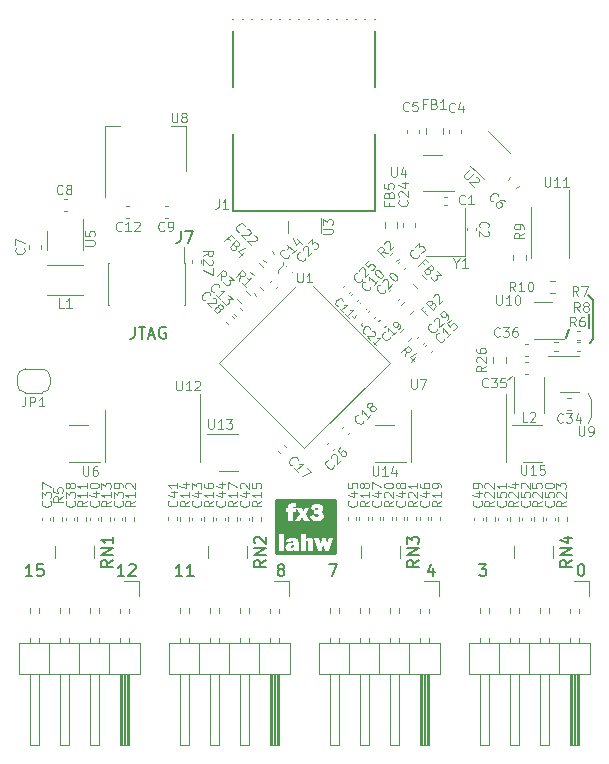
<source format=gbr>
%TF.GenerationSoftware,KiCad,Pcbnew,7.0.6*%
%TF.CreationDate,2023-10-15T13:38:33+02:00*%
%TF.ProjectId,fx3lahw,6678336c-6168-4772-9e6b-696361645f70,rev?*%
%TF.SameCoordinates,Original*%
%TF.FileFunction,Legend,Top*%
%TF.FilePolarity,Positive*%
%FSLAX46Y46*%
G04 Gerber Fmt 4.6, Leading zero omitted, Abs format (unit mm)*
G04 Created by KiCad (PCBNEW 7.0.6) date 2023-10-15 13:38:33*
%MOMM*%
%LPD*%
G01*
G04 APERTURE LIST*
%ADD10C,0.100000*%
%ADD11C,0.150000*%
%ADD12C,0.120000*%
%ADD13C,0.300000*%
%ADD14C,0.200000*%
G04 APERTURE END LIST*
D10*
X87016000Y-167707371D02*
X87166000Y-167857371D01*
D11*
X106272500Y-165234000D02*
X106672500Y-165634000D01*
D10*
X80466000Y-162707371D02*
X80066000Y-163107371D01*
D11*
X106372500Y-166834000D02*
X106372500Y-168034000D01*
D12*
X106300000Y-173500000D02*
X106500000Y-174100000D01*
D10*
X80066000Y-163107371D02*
X80066000Y-163357371D01*
D12*
X106500000Y-175500000D02*
X106300000Y-176100000D01*
D10*
X80466000Y-162457371D02*
X80466000Y-162707371D01*
D11*
X106672500Y-165634000D02*
X106672500Y-168934000D01*
D12*
X106500000Y-174100000D02*
X106500000Y-175500000D01*
D11*
X104440852Y-168920905D02*
X104667126Y-168128946D01*
X106672500Y-168934000D02*
X106472500Y-169334000D01*
D13*
X79916000Y-182707371D02*
X84816000Y-182707371D01*
X84816000Y-187107371D01*
X79916000Y-187107371D01*
X79916000Y-182707371D01*
D10*
X86316000Y-167007371D02*
X86466000Y-167157371D01*
X87216000Y-167507371D02*
X87016000Y-167707371D01*
X86466000Y-167157371D02*
X86666000Y-166957371D01*
D12*
X99400000Y-172400000D02*
X99800000Y-172100000D01*
D11*
X93181350Y-188360523D02*
X93181350Y-189027190D01*
X92943255Y-187979571D02*
X92705160Y-188693856D01*
X92705160Y-188693856D02*
X93324207Y-188693856D01*
X67888493Y-167927190D02*
X67888493Y-168641475D01*
X67888493Y-168641475D02*
X67840874Y-168784332D01*
X67840874Y-168784332D02*
X67745636Y-168879571D01*
X67745636Y-168879571D02*
X67602779Y-168927190D01*
X67602779Y-168927190D02*
X67507541Y-168927190D01*
X68221827Y-167927190D02*
X68793255Y-167927190D01*
X68507541Y-168927190D02*
X68507541Y-167927190D01*
X69078970Y-168641475D02*
X69555160Y-168641475D01*
X68983732Y-168927190D02*
X69317065Y-167927190D01*
X69317065Y-167927190D02*
X69650398Y-168927190D01*
X70507541Y-167974809D02*
X70412303Y-167927190D01*
X70412303Y-167927190D02*
X70269446Y-167927190D01*
X70269446Y-167927190D02*
X70126589Y-167974809D01*
X70126589Y-167974809D02*
X70031351Y-168070047D01*
X70031351Y-168070047D02*
X69983732Y-168165285D01*
X69983732Y-168165285D02*
X69936113Y-168355761D01*
X69936113Y-168355761D02*
X69936113Y-168498618D01*
X69936113Y-168498618D02*
X69983732Y-168689094D01*
X69983732Y-168689094D02*
X70031351Y-168784332D01*
X70031351Y-168784332D02*
X70126589Y-168879571D01*
X70126589Y-168879571D02*
X70269446Y-168927190D01*
X70269446Y-168927190D02*
X70364684Y-168927190D01*
X70364684Y-168927190D02*
X70507541Y-168879571D01*
X70507541Y-168879571D02*
X70555160Y-168831951D01*
X70555160Y-168831951D02*
X70555160Y-168498618D01*
X70555160Y-168498618D02*
X70364684Y-168498618D01*
X97057541Y-188027190D02*
X97676588Y-188027190D01*
X97676588Y-188027190D02*
X97343255Y-188408142D01*
X97343255Y-188408142D02*
X97486112Y-188408142D01*
X97486112Y-188408142D02*
X97581350Y-188455761D01*
X97581350Y-188455761D02*
X97628969Y-188503380D01*
X97628969Y-188503380D02*
X97676588Y-188598618D01*
X97676588Y-188598618D02*
X97676588Y-188836713D01*
X97676588Y-188836713D02*
X97628969Y-188931951D01*
X97628969Y-188931951D02*
X97581350Y-188979571D01*
X97581350Y-188979571D02*
X97486112Y-189027190D01*
X97486112Y-189027190D02*
X97200398Y-189027190D01*
X97200398Y-189027190D02*
X97105160Y-188979571D01*
X97105160Y-188979571D02*
X97057541Y-188931951D01*
X67026588Y-189027190D02*
X66455160Y-189027190D01*
X66740874Y-189027190D02*
X66740874Y-188027190D01*
X66740874Y-188027190D02*
X66645636Y-188170047D01*
X66645636Y-188170047D02*
X66550398Y-188265285D01*
X66550398Y-188265285D02*
X66455160Y-188312904D01*
X67407541Y-188122428D02*
X67455160Y-188074809D01*
X67455160Y-188074809D02*
X67550398Y-188027190D01*
X67550398Y-188027190D02*
X67788493Y-188027190D01*
X67788493Y-188027190D02*
X67883731Y-188074809D01*
X67883731Y-188074809D02*
X67931350Y-188122428D01*
X67931350Y-188122428D02*
X67978969Y-188217666D01*
X67978969Y-188217666D02*
X67978969Y-188312904D01*
X67978969Y-188312904D02*
X67931350Y-188455761D01*
X67931350Y-188455761D02*
X67359922Y-189027190D01*
X67359922Y-189027190D02*
X67978969Y-189027190D01*
X84357541Y-188027190D02*
X85024207Y-188027190D01*
X85024207Y-188027190D02*
X84595636Y-189027190D01*
X105643255Y-188027190D02*
X105738493Y-188027190D01*
X105738493Y-188027190D02*
X105833731Y-188074809D01*
X105833731Y-188074809D02*
X105881350Y-188122428D01*
X105881350Y-188122428D02*
X105928969Y-188217666D01*
X105928969Y-188217666D02*
X105976588Y-188408142D01*
X105976588Y-188408142D02*
X105976588Y-188646237D01*
X105976588Y-188646237D02*
X105928969Y-188836713D01*
X105928969Y-188836713D02*
X105881350Y-188931951D01*
X105881350Y-188931951D02*
X105833731Y-188979571D01*
X105833731Y-188979571D02*
X105738493Y-189027190D01*
X105738493Y-189027190D02*
X105643255Y-189027190D01*
X105643255Y-189027190D02*
X105548017Y-188979571D01*
X105548017Y-188979571D02*
X105500398Y-188931951D01*
X105500398Y-188931951D02*
X105452779Y-188836713D01*
X105452779Y-188836713D02*
X105405160Y-188646237D01*
X105405160Y-188646237D02*
X105405160Y-188408142D01*
X105405160Y-188408142D02*
X105452779Y-188217666D01*
X105452779Y-188217666D02*
X105500398Y-188122428D01*
X105500398Y-188122428D02*
X105548017Y-188074809D01*
X105548017Y-188074809D02*
X105643255Y-188027190D01*
X59226588Y-189027190D02*
X58655160Y-189027190D01*
X58940874Y-189027190D02*
X58940874Y-188027190D01*
X58940874Y-188027190D02*
X58845636Y-188170047D01*
X58845636Y-188170047D02*
X58750398Y-188265285D01*
X58750398Y-188265285D02*
X58655160Y-188312904D01*
X60131350Y-188027190D02*
X59655160Y-188027190D01*
X59655160Y-188027190D02*
X59607541Y-188503380D01*
X59607541Y-188503380D02*
X59655160Y-188455761D01*
X59655160Y-188455761D02*
X59750398Y-188408142D01*
X59750398Y-188408142D02*
X59988493Y-188408142D01*
X59988493Y-188408142D02*
X60083731Y-188455761D01*
X60083731Y-188455761D02*
X60131350Y-188503380D01*
X60131350Y-188503380D02*
X60178969Y-188598618D01*
X60178969Y-188598618D02*
X60178969Y-188836713D01*
X60178969Y-188836713D02*
X60131350Y-188931951D01*
X60131350Y-188931951D02*
X60083731Y-188979571D01*
X60083731Y-188979571D02*
X59988493Y-189027190D01*
X59988493Y-189027190D02*
X59750398Y-189027190D01*
X59750398Y-189027190D02*
X59655160Y-188979571D01*
X59655160Y-188979571D02*
X59607541Y-188931951D01*
X71926588Y-189027190D02*
X71355160Y-189027190D01*
X71640874Y-189027190D02*
X71640874Y-188027190D01*
X71640874Y-188027190D02*
X71545636Y-188170047D01*
X71545636Y-188170047D02*
X71450398Y-188265285D01*
X71450398Y-188265285D02*
X71355160Y-188312904D01*
X72878969Y-189027190D02*
X72307541Y-189027190D01*
X72593255Y-189027190D02*
X72593255Y-188027190D01*
X72593255Y-188027190D02*
X72498017Y-188170047D01*
X72498017Y-188170047D02*
X72402779Y-188265285D01*
X72402779Y-188265285D02*
X72307541Y-188312904D01*
X80195636Y-188455761D02*
X80100398Y-188408142D01*
X80100398Y-188408142D02*
X80052779Y-188360523D01*
X80052779Y-188360523D02*
X80005160Y-188265285D01*
X80005160Y-188265285D02*
X80005160Y-188217666D01*
X80005160Y-188217666D02*
X80052779Y-188122428D01*
X80052779Y-188122428D02*
X80100398Y-188074809D01*
X80100398Y-188074809D02*
X80195636Y-188027190D01*
X80195636Y-188027190D02*
X80386112Y-188027190D01*
X80386112Y-188027190D02*
X80481350Y-188074809D01*
X80481350Y-188074809D02*
X80528969Y-188122428D01*
X80528969Y-188122428D02*
X80576588Y-188217666D01*
X80576588Y-188217666D02*
X80576588Y-188265285D01*
X80576588Y-188265285D02*
X80528969Y-188360523D01*
X80528969Y-188360523D02*
X80481350Y-188408142D01*
X80481350Y-188408142D02*
X80386112Y-188455761D01*
X80386112Y-188455761D02*
X80195636Y-188455761D01*
X80195636Y-188455761D02*
X80100398Y-188503380D01*
X80100398Y-188503380D02*
X80052779Y-188550999D01*
X80052779Y-188550999D02*
X80005160Y-188646237D01*
X80005160Y-188646237D02*
X80005160Y-188836713D01*
X80005160Y-188836713D02*
X80052779Y-188931951D01*
X80052779Y-188931951D02*
X80100398Y-188979571D01*
X80100398Y-188979571D02*
X80195636Y-189027190D01*
X80195636Y-189027190D02*
X80386112Y-189027190D01*
X80386112Y-189027190D02*
X80481350Y-188979571D01*
X80481350Y-188979571D02*
X80528969Y-188931951D01*
X80528969Y-188931951D02*
X80576588Y-188836713D01*
X80576588Y-188836713D02*
X80576588Y-188646237D01*
X80576588Y-188646237D02*
X80528969Y-188550999D01*
X80528969Y-188550999D02*
X80481350Y-188503380D01*
X80481350Y-188503380D02*
X80386112Y-188455761D01*
D14*
G36*
X81348066Y-186454263D02*
G01*
X81347693Y-186474843D01*
X81346572Y-186493994D01*
X81344704Y-186511715D01*
X81342090Y-186528006D01*
X81338728Y-186542867D01*
X81333084Y-186560458D01*
X81326111Y-186575508D01*
X81317811Y-186588016D01*
X81305568Y-186600076D01*
X81297429Y-186605773D01*
X81283105Y-186614021D01*
X81267833Y-186620713D01*
X81251613Y-186625849D01*
X81234446Y-186629429D01*
X81216329Y-186631452D01*
X81201154Y-186631950D01*
X81184655Y-186631309D01*
X81169778Y-186629387D01*
X81152468Y-186624830D01*
X81138042Y-186617995D01*
X81124067Y-186606248D01*
X81114600Y-186590940D01*
X81110273Y-186576131D01*
X81108830Y-186559044D01*
X81109765Y-186545113D01*
X81114671Y-186525559D01*
X81123782Y-186507615D01*
X81137099Y-186491281D01*
X81148313Y-186481286D01*
X81161397Y-186472007D01*
X81176349Y-186463443D01*
X81193170Y-186455595D01*
X81211860Y-186448462D01*
X81232420Y-186442045D01*
X81254848Y-186436344D01*
X81279146Y-186431358D01*
X81305312Y-186427087D01*
X81333347Y-186423532D01*
X81348066Y-186422023D01*
X81348066Y-186454263D01*
G37*
G36*
X84875750Y-187127604D02*
G01*
X79885577Y-187127604D01*
X79885577Y-185459584D01*
X80099863Y-185459584D01*
X80099863Y-186889871D01*
X80528509Y-186889871D01*
X80528509Y-186589452D01*
X80661866Y-186589452D01*
X80662238Y-186605274D01*
X80663354Y-186620868D01*
X80665215Y-186636232D01*
X80667819Y-186651367D01*
X80671168Y-186666274D01*
X80675261Y-186680951D01*
X80680098Y-186695400D01*
X80685679Y-186709619D01*
X80692005Y-186723610D01*
X80699075Y-186737371D01*
X80706888Y-186750904D01*
X80715447Y-186764208D01*
X80724749Y-186777282D01*
X80734795Y-186790128D01*
X80745586Y-186802744D01*
X80757120Y-186815132D01*
X80769444Y-186827022D01*
X80782508Y-186838144D01*
X80796314Y-186848500D01*
X80810862Y-186858088D01*
X80826150Y-186866910D01*
X80842180Y-186874964D01*
X80858951Y-186882251D01*
X80876464Y-186888771D01*
X80894717Y-186894524D01*
X80913713Y-186899510D01*
X80933449Y-186903729D01*
X80953927Y-186907181D01*
X80975146Y-186909866D01*
X80997106Y-186911784D01*
X81019808Y-186912934D01*
X81043251Y-186913318D01*
X81071699Y-186912750D01*
X81099064Y-186911045D01*
X81125348Y-186908204D01*
X81150550Y-186904227D01*
X81174670Y-186899114D01*
X81197708Y-186892864D01*
X81219664Y-186885478D01*
X81240538Y-186876956D01*
X81260330Y-186867298D01*
X81279041Y-186856503D01*
X81296669Y-186844572D01*
X81313216Y-186831504D01*
X81328680Y-186817300D01*
X81343063Y-186801960D01*
X81356364Y-186785484D01*
X81368582Y-186767871D01*
X81368727Y-186776165D01*
X81369613Y-186791433D01*
X81371303Y-186808508D01*
X81373235Y-186823469D01*
X81375683Y-186839586D01*
X81378645Y-186856859D01*
X81382123Y-186875289D01*
X81385069Y-186889871D01*
X81803090Y-186889871D01*
X81796478Y-186871087D01*
X81790515Y-186851969D01*
X81785203Y-186832516D01*
X81780542Y-186812728D01*
X81776531Y-186792605D01*
X81773170Y-186772147D01*
X81770460Y-186751355D01*
X81768400Y-186730227D01*
X81766991Y-186708765D01*
X81766232Y-186686968D01*
X81766088Y-186672250D01*
X81766088Y-186250565D01*
X81766002Y-186229336D01*
X81765744Y-186208971D01*
X81765315Y-186189471D01*
X81764714Y-186170835D01*
X81763941Y-186153063D01*
X81762996Y-186136156D01*
X81761880Y-186120113D01*
X81760592Y-186104935D01*
X81758338Y-186083788D01*
X81755698Y-186064586D01*
X81752671Y-186047329D01*
X81749258Y-186032017D01*
X81744106Y-186014626D01*
X81739614Y-186002875D01*
X81732473Y-185987408D01*
X81724015Y-185972170D01*
X81714240Y-185957160D01*
X81703149Y-185942380D01*
X81690741Y-185927828D01*
X81680572Y-185917065D01*
X81669661Y-185906430D01*
X81658010Y-185895924D01*
X81649824Y-185889035D01*
X81636901Y-185879141D01*
X81623206Y-185869775D01*
X81608737Y-185860937D01*
X81593496Y-185852627D01*
X81577482Y-185844846D01*
X81560695Y-185837592D01*
X81543135Y-185830867D01*
X81524802Y-185824669D01*
X81505697Y-185819000D01*
X81485819Y-185813859D01*
X81465377Y-185809210D01*
X81444582Y-185805019D01*
X81423432Y-185801285D01*
X81401927Y-185798008D01*
X81387394Y-185796077D01*
X81372704Y-185794350D01*
X81357856Y-185792826D01*
X81342851Y-185791505D01*
X81327688Y-185790387D01*
X81312368Y-185789473D01*
X81296891Y-185788761D01*
X81281256Y-185788253D01*
X81265464Y-185787948D01*
X81249514Y-185787847D01*
X81220106Y-185788212D01*
X81191462Y-185789309D01*
X81163583Y-185791138D01*
X81136468Y-185793697D01*
X81110117Y-185796988D01*
X81084530Y-185801010D01*
X81059707Y-185805764D01*
X81035649Y-185811248D01*
X81012355Y-185817464D01*
X80989825Y-185824412D01*
X80968059Y-185832090D01*
X80947057Y-185840500D01*
X80926820Y-185849641D01*
X80907347Y-185859514D01*
X80888638Y-185870118D01*
X80870693Y-185881453D01*
X80853513Y-185893519D01*
X80837097Y-185906317D01*
X80821445Y-185919846D01*
X80806557Y-185934106D01*
X80792433Y-185949098D01*
X80779074Y-185964821D01*
X80766478Y-185981275D01*
X80754648Y-185998460D01*
X80743581Y-186016377D01*
X80733278Y-186035025D01*
X80723740Y-186054405D01*
X80714966Y-186074515D01*
X80706956Y-186095357D01*
X80699710Y-186116931D01*
X80693229Y-186139235D01*
X80687511Y-186162271D01*
X81087581Y-186187184D01*
X81088724Y-186179926D01*
X81093506Y-186159535D01*
X81100316Y-186141217D01*
X81109155Y-186124973D01*
X81120023Y-186110803D01*
X81132919Y-186098707D01*
X81147843Y-186088684D01*
X81164797Y-186080735D01*
X81183778Y-186074860D01*
X81204789Y-186071058D01*
X81219923Y-186069675D01*
X81235959Y-186069215D01*
X81246414Y-186069392D01*
X81262680Y-186070474D01*
X81277498Y-186072540D01*
X81293366Y-186076318D01*
X81307147Y-186081513D01*
X81320589Y-186089365D01*
X81328505Y-186096744D01*
X81337333Y-186110711D01*
X81342807Y-186126060D01*
X81345893Y-186141231D01*
X81347637Y-186158567D01*
X81348066Y-186173995D01*
X81348066Y-186187184D01*
X81324744Y-186188526D01*
X81301854Y-186190035D01*
X81279397Y-186191709D01*
X81257374Y-186193549D01*
X81235783Y-186195556D01*
X81214625Y-186197728D01*
X81193900Y-186200067D01*
X81173608Y-186202571D01*
X81153749Y-186205242D01*
X81134323Y-186208078D01*
X81115329Y-186211081D01*
X81096769Y-186214249D01*
X81078641Y-186217583D01*
X81060947Y-186221084D01*
X81043685Y-186224750D01*
X81026856Y-186228583D01*
X81010460Y-186232582D01*
X80994497Y-186236746D01*
X80978967Y-186241077D01*
X80963870Y-186245573D01*
X80949206Y-186250236D01*
X80934975Y-186255064D01*
X80907811Y-186265219D01*
X80882378Y-186276039D01*
X80858678Y-186287522D01*
X80836709Y-186299669D01*
X80816471Y-186312480D01*
X80797750Y-186325884D01*
X80780236Y-186339809D01*
X80763930Y-186354255D01*
X80748831Y-186369221D01*
X80734941Y-186384709D01*
X80722259Y-186400717D01*
X80710784Y-186417246D01*
X80700517Y-186434297D01*
X80691458Y-186451868D01*
X80683607Y-186469960D01*
X80676964Y-186488573D01*
X80671529Y-186507707D01*
X80667301Y-186527362D01*
X80664281Y-186547537D01*
X80663274Y-186559044D01*
X80662470Y-186568234D01*
X80661866Y-186589452D01*
X80528509Y-186589452D01*
X80528509Y-185459584D01*
X81949270Y-185459584D01*
X81949270Y-186889871D01*
X82384144Y-186889871D01*
X82384144Y-186274379D01*
X82384161Y-186263856D01*
X82384252Y-186248967D01*
X82384492Y-186230789D01*
X82384870Y-186214523D01*
X82385535Y-186196880D01*
X82386617Y-186179650D01*
X82388541Y-186163370D01*
X82392387Y-186151051D01*
X82400218Y-186137521D01*
X82410293Y-186125786D01*
X82421513Y-186115743D01*
X82428720Y-186110333D01*
X82442077Y-186102602D01*
X82456379Y-186097080D01*
X82471629Y-186093766D01*
X82487825Y-186092662D01*
X82496482Y-186092916D01*
X82512152Y-186094951D01*
X82527667Y-186099898D01*
X82541750Y-186108942D01*
X82551939Y-186121605D01*
X82558506Y-186136932D01*
X82562209Y-186151143D01*
X82565089Y-186168073D01*
X82566800Y-186183575D01*
X82567985Y-186200817D01*
X82568644Y-186219799D01*
X82568792Y-186235178D01*
X82568792Y-186889871D01*
X83002201Y-186889871D01*
X83002201Y-186190115D01*
X83002187Y-186181750D01*
X83002082Y-186165527D01*
X83001870Y-186149979D01*
X83001552Y-186135107D01*
X83000877Y-186114066D01*
X82999964Y-186094544D01*
X82998812Y-186076542D01*
X82997422Y-186060060D01*
X82995198Y-186040448D01*
X82992550Y-186023538D01*
X82988645Y-186006200D01*
X82983898Y-185990892D01*
X82977898Y-185975424D01*
X82970645Y-185959794D01*
X82962141Y-185944004D01*
X82954436Y-185931255D01*
X82945929Y-185918404D01*
X82936622Y-185905450D01*
X82926495Y-185892747D01*
X82915349Y-185880651D01*
X82903185Y-185869162D01*
X82890002Y-185858280D01*
X82875799Y-185848005D01*
X82860578Y-185838336D01*
X82844338Y-185829275D01*
X82827079Y-185820820D01*
X82818108Y-185816827D01*
X82804331Y-185811321D01*
X82804253Y-185811294D01*
X83090861Y-185811294D01*
X83436709Y-186889871D01*
X83747019Y-186889871D01*
X83880742Y-186352414D01*
X84008970Y-186889871D01*
X84322211Y-186889871D01*
X84661464Y-185811294D01*
X84351154Y-185811294D01*
X84215599Y-186258258D01*
X84092867Y-185811294D01*
X83771932Y-185811294D01*
X83648834Y-186294162D01*
X83520240Y-185811294D01*
X83090861Y-185811294D01*
X82804253Y-185811294D01*
X82790167Y-185806394D01*
X82775617Y-185802047D01*
X82760681Y-185798280D01*
X82745358Y-185795092D01*
X82729649Y-185792484D01*
X82713553Y-185790455D01*
X82697071Y-185789006D01*
X82680202Y-185788137D01*
X82662947Y-185787847D01*
X82640177Y-185788325D01*
X82618119Y-185789759D01*
X82596774Y-185792149D01*
X82576142Y-185795495D01*
X82556222Y-185799797D01*
X82537015Y-185805054D01*
X82518521Y-185811268D01*
X82500740Y-185818438D01*
X82483671Y-185826564D01*
X82467315Y-185835646D01*
X82451671Y-185845684D01*
X82436740Y-185856677D01*
X82422522Y-185868627D01*
X82409017Y-185881533D01*
X82396224Y-185895395D01*
X82384144Y-185910212D01*
X82384144Y-185459584D01*
X81949270Y-185459584D01*
X80528509Y-185459584D01*
X80099863Y-185459584D01*
X79885577Y-185459584D01*
X79885577Y-183572662D01*
X80716454Y-183572662D01*
X80872891Y-183572662D01*
X80872891Y-184369871D01*
X81283952Y-184369871D01*
X81506702Y-184369871D01*
X81868669Y-184369871D01*
X82067239Y-184070917D01*
X82253718Y-184369871D01*
X82745379Y-184369871D01*
X82458889Y-183924738D01*
X82714605Y-183924738D01*
X82722217Y-183953567D01*
X82730584Y-183981480D01*
X82739705Y-184008478D01*
X82749581Y-184034561D01*
X82760210Y-184059729D01*
X82771594Y-184083982D01*
X82783732Y-184107319D01*
X82796624Y-184129742D01*
X82810271Y-184151249D01*
X82824671Y-184171841D01*
X82839826Y-184191517D01*
X82855735Y-184210279D01*
X82872398Y-184228125D01*
X82889815Y-184245056D01*
X82907987Y-184261072D01*
X82926913Y-184276173D01*
X82946593Y-184290358D01*
X82967027Y-184303629D01*
X82988215Y-184315984D01*
X83010157Y-184327424D01*
X83032854Y-184337949D01*
X83056305Y-184347558D01*
X83080510Y-184356252D01*
X83105469Y-184364032D01*
X83131183Y-184370896D01*
X83157651Y-184376844D01*
X83184872Y-184381878D01*
X83212848Y-184385996D01*
X83241579Y-184389199D01*
X83271063Y-184391487D01*
X83301302Y-184392860D01*
X83332295Y-184393318D01*
X83347754Y-184393206D01*
X83363035Y-184392871D01*
X83378139Y-184392313D01*
X83393065Y-184391532D01*
X83422386Y-184389299D01*
X83450997Y-184386174D01*
X83478898Y-184382155D01*
X83506089Y-184377244D01*
X83532570Y-184371439D01*
X83558341Y-184364741D01*
X83583403Y-184357151D01*
X83607755Y-184348667D01*
X83631397Y-184339291D01*
X83654329Y-184329021D01*
X83676551Y-184317858D01*
X83698064Y-184305803D01*
X83718866Y-184292854D01*
X83738959Y-184279012D01*
X83758124Y-184264360D01*
X83776053Y-184248982D01*
X83792746Y-184232876D01*
X83808202Y-184216043D01*
X83822421Y-184198484D01*
X83835404Y-184180197D01*
X83847151Y-184161183D01*
X83857661Y-184141442D01*
X83866935Y-184120975D01*
X83874972Y-184099780D01*
X83881772Y-184077858D01*
X83887337Y-184055209D01*
X83891664Y-184031834D01*
X83894755Y-184007731D01*
X83896610Y-183982901D01*
X83897228Y-183957344D01*
X83897008Y-183941184D01*
X83896348Y-183925402D01*
X83895248Y-183909997D01*
X83893708Y-183894971D01*
X83889307Y-183866051D01*
X83883146Y-183838642D01*
X83875225Y-183812745D01*
X83865544Y-183788359D01*
X83854102Y-183765484D01*
X83840900Y-183744120D01*
X83825938Y-183724268D01*
X83809215Y-183705927D01*
X83790732Y-183689097D01*
X83770489Y-183673778D01*
X83748486Y-183659971D01*
X83724722Y-183647675D01*
X83699198Y-183636890D01*
X83671914Y-183627616D01*
X83679297Y-183625071D01*
X83694124Y-183618442D01*
X83709030Y-183609763D01*
X83724017Y-183599036D01*
X83735309Y-183589645D01*
X83746647Y-183579102D01*
X83758030Y-183567406D01*
X83769457Y-183554557D01*
X83780930Y-183540555D01*
X83792448Y-183525401D01*
X83799901Y-183514756D01*
X83810180Y-183498371D01*
X83819376Y-183481483D01*
X83827490Y-183464093D01*
X83834523Y-183446200D01*
X83840473Y-183427806D01*
X83845342Y-183408908D01*
X83849129Y-183389509D01*
X83851834Y-183369607D01*
X83853456Y-183349203D01*
X83853997Y-183328297D01*
X83853435Y-183305100D01*
X83851748Y-183282496D01*
X83848936Y-183260484D01*
X83844999Y-183239064D01*
X83839937Y-183218237D01*
X83833750Y-183198003D01*
X83826439Y-183178361D01*
X83818002Y-183159311D01*
X83808441Y-183140854D01*
X83797755Y-183122990D01*
X83785944Y-183105718D01*
X83773008Y-183089038D01*
X83758947Y-183072951D01*
X83743762Y-183057456D01*
X83727451Y-183042554D01*
X83710016Y-183028245D01*
X83691664Y-183014669D01*
X83672601Y-183001969D01*
X83652829Y-182990146D01*
X83632347Y-182979198D01*
X83611155Y-182969125D01*
X83589253Y-182959929D01*
X83566642Y-182951609D01*
X83543320Y-182944164D01*
X83519289Y-182937595D01*
X83494548Y-182931902D01*
X83469097Y-182927085D01*
X83442937Y-182923144D01*
X83416066Y-182920078D01*
X83388486Y-182917889D01*
X83360196Y-182916575D01*
X83331196Y-182916137D01*
X83305265Y-182916594D01*
X83279773Y-182917963D01*
X83254718Y-182920246D01*
X83230102Y-182923441D01*
X83205923Y-182927550D01*
X83182183Y-182932572D01*
X83158880Y-182938507D01*
X83136015Y-182945355D01*
X83113588Y-182953116D01*
X83091599Y-182961789D01*
X83070048Y-182971377D01*
X83048935Y-182981877D01*
X83028260Y-182993290D01*
X83008022Y-183005616D01*
X82988223Y-183018855D01*
X82968861Y-183033007D01*
X82950121Y-183048001D01*
X82932185Y-183063856D01*
X82915053Y-183080573D01*
X82898725Y-183098151D01*
X82883202Y-183116591D01*
X82868483Y-183135893D01*
X82854569Y-183156056D01*
X82841458Y-183177080D01*
X82829152Y-183198966D01*
X82817650Y-183221713D01*
X82806953Y-183245323D01*
X82797059Y-183269793D01*
X82787970Y-183295125D01*
X82779686Y-183321319D01*
X82772205Y-183348374D01*
X82765529Y-183376291D01*
X83129329Y-183433443D01*
X83131422Y-183423255D01*
X83136210Y-183403849D01*
X83141803Y-183385737D01*
X83148200Y-183368919D01*
X83155401Y-183353394D01*
X83163407Y-183339163D01*
X83172217Y-183326226D01*
X83181831Y-183314583D01*
X83197760Y-183299543D01*
X83215499Y-183287414D01*
X83235048Y-183278197D01*
X83249086Y-183273669D01*
X83263928Y-183270434D01*
X83279574Y-183268494D01*
X83296025Y-183267847D01*
X83307614Y-183268117D01*
X83322366Y-183269319D01*
X83339679Y-183272174D01*
X83355740Y-183276532D01*
X83370548Y-183282393D01*
X83384104Y-183289756D01*
X83396408Y-183298621D01*
X83400934Y-183302525D01*
X83412757Y-183314925D01*
X83421954Y-183328354D01*
X83428523Y-183342814D01*
X83432464Y-183358304D01*
X83433778Y-183374825D01*
X83432721Y-183388225D01*
X83428819Y-183403695D01*
X83422042Y-183418989D01*
X83413945Y-183431959D01*
X83403736Y-183444801D01*
X83397466Y-183450890D01*
X83383883Y-183459707D01*
X83370196Y-183465563D01*
X83354002Y-183470355D01*
X83335300Y-183474081D01*
X83319628Y-183476177D01*
X83302546Y-183477675D01*
X83284054Y-183478573D01*
X83264151Y-183478873D01*
X83108080Y-183478873D01*
X83108080Y-183807135D01*
X83290896Y-183807135D01*
X83295250Y-183807147D01*
X83311831Y-183807439D01*
X83327072Y-183808120D01*
X83344240Y-183809519D01*
X83359315Y-183811526D01*
X83374642Y-183814738D01*
X83388715Y-183819591D01*
X83392179Y-183821220D01*
X83405724Y-183829165D01*
X83418764Y-183839401D01*
X83429761Y-183850235D01*
X83440372Y-183862822D01*
X83447338Y-183872557D01*
X83455107Y-183886968D01*
X83460562Y-183902290D01*
X83463702Y-183918524D01*
X83464552Y-183933164D01*
X83464378Y-183940625D01*
X83462413Y-183958437D01*
X83458267Y-183975050D01*
X83451938Y-183990465D01*
X83443426Y-184004681D01*
X83432732Y-184017699D01*
X83419856Y-184029518D01*
X83411289Y-184035869D01*
X83395882Y-184045066D01*
X83382538Y-184051174D01*
X83368290Y-184056171D01*
X83353137Y-184060058D01*
X83337080Y-184062834D01*
X83320119Y-184064500D01*
X83302253Y-184065055D01*
X83282681Y-184064318D01*
X83264082Y-184062107D01*
X83246457Y-184058422D01*
X83229804Y-184053263D01*
X83214125Y-184046630D01*
X83199419Y-184038523D01*
X83185686Y-184028941D01*
X83172926Y-184017886D01*
X83161140Y-184005357D01*
X83150326Y-183991353D01*
X83140486Y-183975876D01*
X83131619Y-183958924D01*
X83123725Y-183940499D01*
X83116804Y-183920599D01*
X83110856Y-183899226D01*
X83105882Y-183876378D01*
X82714605Y-183924738D01*
X82458889Y-183924738D01*
X82363628Y-183776727D01*
X82678334Y-183291294D01*
X82311604Y-183291294D01*
X82200962Y-183462753D01*
X82196359Y-183469805D01*
X82188872Y-183483269D01*
X82181256Y-183495518D01*
X82173118Y-183508914D01*
X82166890Y-183500122D01*
X82165621Y-183498213D01*
X82157456Y-183485650D01*
X82149671Y-183473011D01*
X82037930Y-183291294D01*
X81552131Y-183291294D01*
X81882591Y-183806769D01*
X81506702Y-184369871D01*
X81283952Y-184369871D01*
X81283952Y-183572662D01*
X81548833Y-183572662D01*
X81548833Y-183291294D01*
X81280655Y-183291294D01*
X81280655Y-183268946D01*
X81280967Y-183257608D01*
X81282876Y-183240530D01*
X81286520Y-183225723D01*
X81293183Y-183210954D01*
X81302345Y-183199457D01*
X81316192Y-183190178D01*
X81320676Y-183188226D01*
X81334625Y-183183125D01*
X81349321Y-183179158D01*
X81364764Y-183176324D01*
X81380954Y-183174624D01*
X81397891Y-183174058D01*
X81400885Y-183174084D01*
X81417731Y-183174998D01*
X81433462Y-183176669D01*
X81451196Y-183179177D01*
X81465811Y-183181606D01*
X81481554Y-183184505D01*
X81498424Y-183187874D01*
X81516420Y-183191713D01*
X81535544Y-183196023D01*
X81555794Y-183200802D01*
X81555794Y-182894522D01*
X81538614Y-182891460D01*
X81521419Y-182888597D01*
X81504210Y-182885931D01*
X81486987Y-182883462D01*
X81469749Y-182881191D01*
X81452497Y-182879117D01*
X81435230Y-182877241D01*
X81417950Y-182875562D01*
X81400655Y-182874081D01*
X81383346Y-182872797D01*
X81366022Y-182871711D01*
X81348684Y-182870822D01*
X81331332Y-182870131D01*
X81313965Y-182869637D01*
X81296584Y-182869341D01*
X81279189Y-182869242D01*
X81263042Y-182869363D01*
X81247298Y-182869723D01*
X81231958Y-182870324D01*
X81217022Y-182871166D01*
X81195374Y-182872879D01*
X81174634Y-182875133D01*
X81154802Y-182877928D01*
X81135878Y-182881264D01*
X81117862Y-182885141D01*
X81100754Y-182889558D01*
X81084554Y-182894517D01*
X81069263Y-182900017D01*
X81054770Y-182906032D01*
X81040832Y-182912536D01*
X81027448Y-182919530D01*
X81014617Y-182927014D01*
X80998371Y-182937753D01*
X80983110Y-182949362D01*
X80968833Y-182961841D01*
X80955541Y-182975190D01*
X80943233Y-182989410D01*
X80932059Y-183004139D01*
X80921984Y-183019017D01*
X80913008Y-183034043D01*
X80905131Y-183049219D01*
X80898354Y-183064543D01*
X80892675Y-183080016D01*
X80888095Y-183095638D01*
X80884615Y-183111409D01*
X80881867Y-183128004D01*
X80879486Y-183146283D01*
X80877940Y-183161096D01*
X80876601Y-183176855D01*
X80875467Y-183193562D01*
X80874540Y-183211215D01*
X80873819Y-183229815D01*
X80873303Y-183249361D01*
X80872994Y-183269854D01*
X80872891Y-183291294D01*
X80716454Y-183291294D01*
X80716454Y-183572662D01*
X79885577Y-183572662D01*
X79885577Y-182654956D01*
X84875750Y-182654956D01*
X84875750Y-187127604D01*
G37*
D12*
X74598935Y-164997124D02*
X74545060Y-164997124D01*
X74545060Y-164997124D02*
X74437310Y-164943249D01*
X74437310Y-164943249D02*
X74383436Y-164889375D01*
X74383436Y-164889375D02*
X74329561Y-164781625D01*
X74329561Y-164781625D02*
X74329561Y-164673875D01*
X74329561Y-164673875D02*
X74356498Y-164593063D01*
X74356498Y-164593063D02*
X74437310Y-164458376D01*
X74437310Y-164458376D02*
X74518123Y-164377564D01*
X74518123Y-164377564D02*
X74652810Y-164296752D01*
X74652810Y-164296752D02*
X74733622Y-164269814D01*
X74733622Y-164269814D02*
X74841371Y-164269814D01*
X74841371Y-164269814D02*
X74949121Y-164323689D01*
X74949121Y-164323689D02*
X75002996Y-164377564D01*
X75002996Y-164377564D02*
X75056871Y-164485313D01*
X75056871Y-164485313D02*
X75056871Y-164539188D01*
X75083808Y-165589747D02*
X74760559Y-165266498D01*
X74922184Y-165428123D02*
X75487869Y-164862437D01*
X75487869Y-164862437D02*
X75353182Y-164889375D01*
X75353182Y-164889375D02*
X75245432Y-164889375D01*
X75245432Y-164889375D02*
X75164620Y-164862437D01*
X75838055Y-165212623D02*
X76188242Y-165562810D01*
X76188242Y-165562810D02*
X75784181Y-165589747D01*
X75784181Y-165589747D02*
X75864993Y-165670559D01*
X75864993Y-165670559D02*
X75891930Y-165751372D01*
X75891930Y-165751372D02*
X75891930Y-165805246D01*
X75891930Y-165805246D02*
X75864993Y-165886059D01*
X75864993Y-165886059D02*
X75730306Y-166020746D01*
X75730306Y-166020746D02*
X75649494Y-166047683D01*
X75649494Y-166047683D02*
X75595619Y-166047683D01*
X75595619Y-166047683D02*
X75514807Y-166020746D01*
X75514807Y-166020746D02*
X75353182Y-165859121D01*
X75353182Y-165859121D02*
X75326245Y-165778309D01*
X75326245Y-165778309D02*
X75326245Y-165724434D01*
X105239167Y-167897855D02*
X104972500Y-167516902D01*
X104782024Y-167897855D02*
X104782024Y-167097855D01*
X104782024Y-167097855D02*
X105086786Y-167097855D01*
X105086786Y-167097855D02*
X105162976Y-167135950D01*
X105162976Y-167135950D02*
X105201071Y-167174045D01*
X105201071Y-167174045D02*
X105239167Y-167250236D01*
X105239167Y-167250236D02*
X105239167Y-167364521D01*
X105239167Y-167364521D02*
X105201071Y-167440712D01*
X105201071Y-167440712D02*
X105162976Y-167478807D01*
X105162976Y-167478807D02*
X105086786Y-167516902D01*
X105086786Y-167516902D02*
X104782024Y-167516902D01*
X105924881Y-167097855D02*
X105772500Y-167097855D01*
X105772500Y-167097855D02*
X105696309Y-167135950D01*
X105696309Y-167135950D02*
X105658214Y-167174045D01*
X105658214Y-167174045D02*
X105582024Y-167288331D01*
X105582024Y-167288331D02*
X105543928Y-167440712D01*
X105543928Y-167440712D02*
X105543928Y-167745474D01*
X105543928Y-167745474D02*
X105582024Y-167821664D01*
X105582024Y-167821664D02*
X105620119Y-167859760D01*
X105620119Y-167859760D02*
X105696309Y-167897855D01*
X105696309Y-167897855D02*
X105848690Y-167897855D01*
X105848690Y-167897855D02*
X105924881Y-167859760D01*
X105924881Y-167859760D02*
X105962976Y-167821664D01*
X105962976Y-167821664D02*
X106001071Y-167745474D01*
X106001071Y-167745474D02*
X106001071Y-167554998D01*
X106001071Y-167554998D02*
X105962976Y-167478807D01*
X105962976Y-167478807D02*
X105924881Y-167440712D01*
X105924881Y-167440712D02*
X105848690Y-167402617D01*
X105848690Y-167402617D02*
X105696309Y-167402617D01*
X105696309Y-167402617D02*
X105620119Y-167440712D01*
X105620119Y-167440712D02*
X105582024Y-167478807D01*
X105582024Y-167478807D02*
X105543928Y-167554998D01*
X95832667Y-157495035D02*
X95794571Y-157533131D01*
X95794571Y-157533131D02*
X95680286Y-157571226D01*
X95680286Y-157571226D02*
X95604095Y-157571226D01*
X95604095Y-157571226D02*
X95489809Y-157533131D01*
X95489809Y-157533131D02*
X95413619Y-157456940D01*
X95413619Y-157456940D02*
X95375524Y-157380750D01*
X95375524Y-157380750D02*
X95337428Y-157228369D01*
X95337428Y-157228369D02*
X95337428Y-157114083D01*
X95337428Y-157114083D02*
X95375524Y-156961702D01*
X95375524Y-156961702D02*
X95413619Y-156885511D01*
X95413619Y-156885511D02*
X95489809Y-156809321D01*
X95489809Y-156809321D02*
X95604095Y-156771226D01*
X95604095Y-156771226D02*
X95680286Y-156771226D01*
X95680286Y-156771226D02*
X95794571Y-156809321D01*
X95794571Y-156809321D02*
X95832667Y-156847416D01*
X96594571Y-157571226D02*
X96137428Y-157571226D01*
X96366000Y-157571226D02*
X96366000Y-156771226D01*
X96366000Y-156771226D02*
X96289809Y-156885511D01*
X96289809Y-156885511D02*
X96213619Y-156961702D01*
X96213619Y-156961702D02*
X96137428Y-156999797D01*
X80955754Y-161874435D02*
X80955754Y-161928310D01*
X80955754Y-161928310D02*
X80901879Y-162036060D01*
X80901879Y-162036060D02*
X80848005Y-162089934D01*
X80848005Y-162089934D02*
X80740255Y-162143809D01*
X80740255Y-162143809D02*
X80632505Y-162143809D01*
X80632505Y-162143809D02*
X80551693Y-162116872D01*
X80551693Y-162116872D02*
X80417006Y-162036060D01*
X80417006Y-162036060D02*
X80336194Y-161955247D01*
X80336194Y-161955247D02*
X80255382Y-161820560D01*
X80255382Y-161820560D02*
X80228444Y-161739748D01*
X80228444Y-161739748D02*
X80228444Y-161631999D01*
X80228444Y-161631999D02*
X80282319Y-161524249D01*
X80282319Y-161524249D02*
X80336194Y-161470374D01*
X80336194Y-161470374D02*
X80443943Y-161416499D01*
X80443943Y-161416499D02*
X80497818Y-161416499D01*
X81548377Y-161389562D02*
X81225128Y-161712811D01*
X81386753Y-161551186D02*
X80821067Y-160985501D01*
X80821067Y-160985501D02*
X80848005Y-161120188D01*
X80848005Y-161120188D02*
X80848005Y-161227938D01*
X80848005Y-161227938D02*
X80821067Y-161308750D01*
X81656127Y-160527565D02*
X82033250Y-160904689D01*
X81305941Y-160446753D02*
X81575315Y-160985501D01*
X81575315Y-160985501D02*
X81925501Y-160635315D01*
X71056476Y-149821226D02*
X71056476Y-150468845D01*
X71056476Y-150468845D02*
X71094571Y-150545035D01*
X71094571Y-150545035D02*
X71132666Y-150583131D01*
X71132666Y-150583131D02*
X71208857Y-150621226D01*
X71208857Y-150621226D02*
X71361238Y-150621226D01*
X71361238Y-150621226D02*
X71437428Y-150583131D01*
X71437428Y-150583131D02*
X71475523Y-150545035D01*
X71475523Y-150545035D02*
X71513619Y-150468845D01*
X71513619Y-150468845D02*
X71513619Y-149821226D01*
X72008856Y-150164083D02*
X71932666Y-150125988D01*
X71932666Y-150125988D02*
X71894571Y-150087892D01*
X71894571Y-150087892D02*
X71856475Y-150011702D01*
X71856475Y-150011702D02*
X71856475Y-149973607D01*
X71856475Y-149973607D02*
X71894571Y-149897416D01*
X71894571Y-149897416D02*
X71932666Y-149859321D01*
X71932666Y-149859321D02*
X72008856Y-149821226D01*
X72008856Y-149821226D02*
X72161237Y-149821226D01*
X72161237Y-149821226D02*
X72237428Y-149859321D01*
X72237428Y-149859321D02*
X72275523Y-149897416D01*
X72275523Y-149897416D02*
X72313618Y-149973607D01*
X72313618Y-149973607D02*
X72313618Y-150011702D01*
X72313618Y-150011702D02*
X72275523Y-150087892D01*
X72275523Y-150087892D02*
X72237428Y-150125988D01*
X72237428Y-150125988D02*
X72161237Y-150164083D01*
X72161237Y-150164083D02*
X72008856Y-150164083D01*
X72008856Y-150164083D02*
X71932666Y-150202178D01*
X71932666Y-150202178D02*
X71894571Y-150240273D01*
X71894571Y-150240273D02*
X71856475Y-150316464D01*
X71856475Y-150316464D02*
X71856475Y-150468845D01*
X71856475Y-150468845D02*
X71894571Y-150545035D01*
X71894571Y-150545035D02*
X71932666Y-150583131D01*
X71932666Y-150583131D02*
X72008856Y-150621226D01*
X72008856Y-150621226D02*
X72161237Y-150621226D01*
X72161237Y-150621226D02*
X72237428Y-150583131D01*
X72237428Y-150583131D02*
X72275523Y-150545035D01*
X72275523Y-150545035D02*
X72313618Y-150468845D01*
X72313618Y-150468845D02*
X72313618Y-150316464D01*
X72313618Y-150316464D02*
X72275523Y-150240273D01*
X72275523Y-150240273D02*
X72237428Y-150202178D01*
X72237428Y-150202178D02*
X72161237Y-150164083D01*
X98525524Y-165271226D02*
X98525524Y-165918845D01*
X98525524Y-165918845D02*
X98563619Y-165995035D01*
X98563619Y-165995035D02*
X98601714Y-166033131D01*
X98601714Y-166033131D02*
X98677905Y-166071226D01*
X98677905Y-166071226D02*
X98830286Y-166071226D01*
X98830286Y-166071226D02*
X98906476Y-166033131D01*
X98906476Y-166033131D02*
X98944571Y-165995035D01*
X98944571Y-165995035D02*
X98982667Y-165918845D01*
X98982667Y-165918845D02*
X98982667Y-165271226D01*
X99782666Y-166071226D02*
X99325523Y-166071226D01*
X99554095Y-166071226D02*
X99554095Y-165271226D01*
X99554095Y-165271226D02*
X99477904Y-165385511D01*
X99477904Y-165385511D02*
X99401714Y-165461702D01*
X99401714Y-165461702D02*
X99325523Y-165499797D01*
X100277905Y-165271226D02*
X100354095Y-165271226D01*
X100354095Y-165271226D02*
X100430286Y-165309321D01*
X100430286Y-165309321D02*
X100468381Y-165347416D01*
X100468381Y-165347416D02*
X100506476Y-165423607D01*
X100506476Y-165423607D02*
X100544571Y-165575988D01*
X100544571Y-165575988D02*
X100544571Y-165766464D01*
X100544571Y-165766464D02*
X100506476Y-165918845D01*
X100506476Y-165918845D02*
X100468381Y-165995035D01*
X100468381Y-165995035D02*
X100430286Y-166033131D01*
X100430286Y-166033131D02*
X100354095Y-166071226D01*
X100354095Y-166071226D02*
X100277905Y-166071226D01*
X100277905Y-166071226D02*
X100201714Y-166033131D01*
X100201714Y-166033131D02*
X100163619Y-165995035D01*
X100163619Y-165995035D02*
X100125524Y-165918845D01*
X100125524Y-165918845D02*
X100087428Y-165766464D01*
X100087428Y-165766464D02*
X100087428Y-165575988D01*
X100087428Y-165575988D02*
X100125524Y-165423607D01*
X100125524Y-165423607D02*
X100163619Y-165347416D01*
X100163619Y-165347416D02*
X100201714Y-165309321D01*
X100201714Y-165309321D02*
X100277905Y-165271226D01*
X83879855Y-160066894D02*
X84527474Y-160066894D01*
X84527474Y-160066894D02*
X84603664Y-160028799D01*
X84603664Y-160028799D02*
X84641760Y-159990704D01*
X84641760Y-159990704D02*
X84679855Y-159914513D01*
X84679855Y-159914513D02*
X84679855Y-159762132D01*
X84679855Y-159762132D02*
X84641760Y-159685942D01*
X84641760Y-159685942D02*
X84603664Y-159647847D01*
X84603664Y-159647847D02*
X84527474Y-159609751D01*
X84527474Y-159609751D02*
X83879855Y-159609751D01*
X83879855Y-159304990D02*
X83879855Y-158809752D01*
X83879855Y-158809752D02*
X84184617Y-159076418D01*
X84184617Y-159076418D02*
X84184617Y-158962133D01*
X84184617Y-158962133D02*
X84222712Y-158885942D01*
X84222712Y-158885942D02*
X84260807Y-158847847D01*
X84260807Y-158847847D02*
X84336998Y-158809752D01*
X84336998Y-158809752D02*
X84527474Y-158809752D01*
X84527474Y-158809752D02*
X84603664Y-158847847D01*
X84603664Y-158847847D02*
X84641760Y-158885942D01*
X84641760Y-158885942D02*
X84679855Y-158962133D01*
X84679855Y-158962133D02*
X84679855Y-159190704D01*
X84679855Y-159190704D02*
X84641760Y-159266895D01*
X84641760Y-159266895D02*
X84603664Y-159304990D01*
X74144524Y-175747855D02*
X74144524Y-176395474D01*
X74144524Y-176395474D02*
X74182619Y-176471664D01*
X74182619Y-176471664D02*
X74220714Y-176509760D01*
X74220714Y-176509760D02*
X74296905Y-176547855D01*
X74296905Y-176547855D02*
X74449286Y-176547855D01*
X74449286Y-176547855D02*
X74525476Y-176509760D01*
X74525476Y-176509760D02*
X74563571Y-176471664D01*
X74563571Y-176471664D02*
X74601667Y-176395474D01*
X74601667Y-176395474D02*
X74601667Y-175747855D01*
X75401666Y-176547855D02*
X74944523Y-176547855D01*
X75173095Y-176547855D02*
X75173095Y-175747855D01*
X75173095Y-175747855D02*
X75096904Y-175862140D01*
X75096904Y-175862140D02*
X75020714Y-175938331D01*
X75020714Y-175938331D02*
X74944523Y-175976426D01*
X75668333Y-175747855D02*
X76163571Y-175747855D01*
X76163571Y-175747855D02*
X75896905Y-176052617D01*
X75896905Y-176052617D02*
X76011190Y-176052617D01*
X76011190Y-176052617D02*
X76087381Y-176090712D01*
X76087381Y-176090712D02*
X76125476Y-176128807D01*
X76125476Y-176128807D02*
X76163571Y-176204998D01*
X76163571Y-176204998D02*
X76163571Y-176395474D01*
X76163571Y-176395474D02*
X76125476Y-176471664D01*
X76125476Y-176471664D02*
X76087381Y-176509760D01*
X76087381Y-176509760D02*
X76011190Y-176547855D01*
X76011190Y-176547855D02*
X75782619Y-176547855D01*
X75782619Y-176547855D02*
X75706428Y-176509760D01*
X75706428Y-176509760D02*
X75668333Y-176471664D01*
X81656476Y-163371227D02*
X81656476Y-164018846D01*
X81656476Y-164018846D02*
X81694571Y-164095036D01*
X81694571Y-164095036D02*
X81732666Y-164133132D01*
X81732666Y-164133132D02*
X81808857Y-164171227D01*
X81808857Y-164171227D02*
X81961238Y-164171227D01*
X81961238Y-164171227D02*
X82037428Y-164133132D01*
X82037428Y-164133132D02*
X82075523Y-164095036D01*
X82075523Y-164095036D02*
X82113619Y-164018846D01*
X82113619Y-164018846D02*
X82113619Y-163371227D01*
X82913618Y-164171227D02*
X82456475Y-164171227D01*
X82685047Y-164171227D02*
X82685047Y-163371227D01*
X82685047Y-163371227D02*
X82608856Y-163485512D01*
X82608856Y-163485512D02*
X82532666Y-163561703D01*
X82532666Y-163561703D02*
X82456475Y-163599798D01*
X78621855Y-182673285D02*
X78240902Y-182939952D01*
X78621855Y-183130428D02*
X77821855Y-183130428D01*
X77821855Y-183130428D02*
X77821855Y-182825666D01*
X77821855Y-182825666D02*
X77859950Y-182749476D01*
X77859950Y-182749476D02*
X77898045Y-182711381D01*
X77898045Y-182711381D02*
X77974236Y-182673285D01*
X77974236Y-182673285D02*
X78088521Y-182673285D01*
X78088521Y-182673285D02*
X78164712Y-182711381D01*
X78164712Y-182711381D02*
X78202807Y-182749476D01*
X78202807Y-182749476D02*
X78240902Y-182825666D01*
X78240902Y-182825666D02*
X78240902Y-183130428D01*
X78621855Y-181911381D02*
X78621855Y-182368524D01*
X78621855Y-182139952D02*
X77821855Y-182139952D01*
X77821855Y-182139952D02*
X77936140Y-182216143D01*
X77936140Y-182216143D02*
X78012331Y-182292333D01*
X78012331Y-182292333D02*
X78050426Y-182368524D01*
X77821855Y-181187571D02*
X77821855Y-181568523D01*
X77821855Y-181568523D02*
X78202807Y-181606619D01*
X78202807Y-181606619D02*
X78164712Y-181568523D01*
X78164712Y-181568523D02*
X78126617Y-181492333D01*
X78126617Y-181492333D02*
X78126617Y-181301857D01*
X78126617Y-181301857D02*
X78164712Y-181225666D01*
X78164712Y-181225666D02*
X78202807Y-181187571D01*
X78202807Y-181187571D02*
X78278998Y-181149476D01*
X78278998Y-181149476D02*
X78469474Y-181149476D01*
X78469474Y-181149476D02*
X78545664Y-181187571D01*
X78545664Y-181187571D02*
X78583760Y-181225666D01*
X78583760Y-181225666D02*
X78621855Y-181301857D01*
X78621855Y-181301857D02*
X78621855Y-181492333D01*
X78621855Y-181492333D02*
X78583760Y-181568523D01*
X78583760Y-181568523D02*
X78545664Y-181606619D01*
X73475664Y-182673285D02*
X73513760Y-182711381D01*
X73513760Y-182711381D02*
X73551855Y-182825666D01*
X73551855Y-182825666D02*
X73551855Y-182901857D01*
X73551855Y-182901857D02*
X73513760Y-183016143D01*
X73513760Y-183016143D02*
X73437569Y-183092333D01*
X73437569Y-183092333D02*
X73361379Y-183130428D01*
X73361379Y-183130428D02*
X73208998Y-183168524D01*
X73208998Y-183168524D02*
X73094712Y-183168524D01*
X73094712Y-183168524D02*
X72942331Y-183130428D01*
X72942331Y-183130428D02*
X72866140Y-183092333D01*
X72866140Y-183092333D02*
X72789950Y-183016143D01*
X72789950Y-183016143D02*
X72751855Y-182901857D01*
X72751855Y-182901857D02*
X72751855Y-182825666D01*
X72751855Y-182825666D02*
X72789950Y-182711381D01*
X72789950Y-182711381D02*
X72828045Y-182673285D01*
X73018521Y-181987571D02*
X73551855Y-181987571D01*
X72713760Y-182178047D02*
X73285188Y-182368524D01*
X73285188Y-182368524D02*
X73285188Y-181873285D01*
X72751855Y-181644714D02*
X72751855Y-181149476D01*
X72751855Y-181149476D02*
X73056617Y-181416142D01*
X73056617Y-181416142D02*
X73056617Y-181301857D01*
X73056617Y-181301857D02*
X73094712Y-181225666D01*
X73094712Y-181225666D02*
X73132807Y-181187571D01*
X73132807Y-181187571D02*
X73208998Y-181149476D01*
X73208998Y-181149476D02*
X73399474Y-181149476D01*
X73399474Y-181149476D02*
X73475664Y-181187571D01*
X73475664Y-181187571D02*
X73513760Y-181225666D01*
X73513760Y-181225666D02*
X73551855Y-181301857D01*
X73551855Y-181301857D02*
X73551855Y-181530428D01*
X73551855Y-181530428D02*
X73513760Y-181606619D01*
X73513760Y-181606619D02*
X73475664Y-181644714D01*
X88711664Y-182673285D02*
X88749760Y-182711381D01*
X88749760Y-182711381D02*
X88787855Y-182825666D01*
X88787855Y-182825666D02*
X88787855Y-182901857D01*
X88787855Y-182901857D02*
X88749760Y-183016143D01*
X88749760Y-183016143D02*
X88673569Y-183092333D01*
X88673569Y-183092333D02*
X88597379Y-183130428D01*
X88597379Y-183130428D02*
X88444998Y-183168524D01*
X88444998Y-183168524D02*
X88330712Y-183168524D01*
X88330712Y-183168524D02*
X88178331Y-183130428D01*
X88178331Y-183130428D02*
X88102140Y-183092333D01*
X88102140Y-183092333D02*
X88025950Y-183016143D01*
X88025950Y-183016143D02*
X87987855Y-182901857D01*
X87987855Y-182901857D02*
X87987855Y-182825666D01*
X87987855Y-182825666D02*
X88025950Y-182711381D01*
X88025950Y-182711381D02*
X88064045Y-182673285D01*
X88254521Y-181987571D02*
X88787855Y-181987571D01*
X87949760Y-182178047D02*
X88521188Y-182368524D01*
X88521188Y-182368524D02*
X88521188Y-181873285D01*
X87987855Y-181644714D02*
X87987855Y-181111380D01*
X87987855Y-181111380D02*
X88787855Y-181454238D01*
X60735664Y-182673285D02*
X60773760Y-182711381D01*
X60773760Y-182711381D02*
X60811855Y-182825666D01*
X60811855Y-182825666D02*
X60811855Y-182901857D01*
X60811855Y-182901857D02*
X60773760Y-183016143D01*
X60773760Y-183016143D02*
X60697569Y-183092333D01*
X60697569Y-183092333D02*
X60621379Y-183130428D01*
X60621379Y-183130428D02*
X60468998Y-183168524D01*
X60468998Y-183168524D02*
X60354712Y-183168524D01*
X60354712Y-183168524D02*
X60202331Y-183130428D01*
X60202331Y-183130428D02*
X60126140Y-183092333D01*
X60126140Y-183092333D02*
X60049950Y-183016143D01*
X60049950Y-183016143D02*
X60011855Y-182901857D01*
X60011855Y-182901857D02*
X60011855Y-182825666D01*
X60011855Y-182825666D02*
X60049950Y-182711381D01*
X60049950Y-182711381D02*
X60088045Y-182673285D01*
X60011855Y-182406619D02*
X60011855Y-181911381D01*
X60011855Y-181911381D02*
X60316617Y-182178047D01*
X60316617Y-182178047D02*
X60316617Y-182063762D01*
X60316617Y-182063762D02*
X60354712Y-181987571D01*
X60354712Y-181987571D02*
X60392807Y-181949476D01*
X60392807Y-181949476D02*
X60468998Y-181911381D01*
X60468998Y-181911381D02*
X60659474Y-181911381D01*
X60659474Y-181911381D02*
X60735664Y-181949476D01*
X60735664Y-181949476D02*
X60773760Y-181987571D01*
X60773760Y-181987571D02*
X60811855Y-182063762D01*
X60811855Y-182063762D02*
X60811855Y-182292333D01*
X60811855Y-182292333D02*
X60773760Y-182368524D01*
X60773760Y-182368524D02*
X60735664Y-182406619D01*
X60011855Y-181644714D02*
X60011855Y-181111380D01*
X60011855Y-181111380D02*
X60811855Y-181454238D01*
X105566667Y-166663855D02*
X105300000Y-166282902D01*
X105109524Y-166663855D02*
X105109524Y-165863855D01*
X105109524Y-165863855D02*
X105414286Y-165863855D01*
X105414286Y-165863855D02*
X105490476Y-165901950D01*
X105490476Y-165901950D02*
X105528571Y-165940045D01*
X105528571Y-165940045D02*
X105566667Y-166016236D01*
X105566667Y-166016236D02*
X105566667Y-166130521D01*
X105566667Y-166130521D02*
X105528571Y-166206712D01*
X105528571Y-166206712D02*
X105490476Y-166244807D01*
X105490476Y-166244807D02*
X105414286Y-166282902D01*
X105414286Y-166282902D02*
X105109524Y-166282902D01*
X106023809Y-166206712D02*
X105947619Y-166168617D01*
X105947619Y-166168617D02*
X105909524Y-166130521D01*
X105909524Y-166130521D02*
X105871428Y-166054331D01*
X105871428Y-166054331D02*
X105871428Y-166016236D01*
X105871428Y-166016236D02*
X105909524Y-165940045D01*
X105909524Y-165940045D02*
X105947619Y-165901950D01*
X105947619Y-165901950D02*
X106023809Y-165863855D01*
X106023809Y-165863855D02*
X106176190Y-165863855D01*
X106176190Y-165863855D02*
X106252381Y-165901950D01*
X106252381Y-165901950D02*
X106290476Y-165940045D01*
X106290476Y-165940045D02*
X106328571Y-166016236D01*
X106328571Y-166016236D02*
X106328571Y-166054331D01*
X106328571Y-166054331D02*
X106290476Y-166130521D01*
X106290476Y-166130521D02*
X106252381Y-166168617D01*
X106252381Y-166168617D02*
X106176190Y-166206712D01*
X106176190Y-166206712D02*
X106023809Y-166206712D01*
X106023809Y-166206712D02*
X105947619Y-166244807D01*
X105947619Y-166244807D02*
X105909524Y-166282902D01*
X105909524Y-166282902D02*
X105871428Y-166359093D01*
X105871428Y-166359093D02*
X105871428Y-166511474D01*
X105871428Y-166511474D02*
X105909524Y-166587664D01*
X105909524Y-166587664D02*
X105947619Y-166625760D01*
X105947619Y-166625760D02*
X106023809Y-166663855D01*
X106023809Y-166663855D02*
X106176190Y-166663855D01*
X106176190Y-166663855D02*
X106252381Y-166625760D01*
X106252381Y-166625760D02*
X106290476Y-166587664D01*
X106290476Y-166587664D02*
X106328571Y-166511474D01*
X106328571Y-166511474D02*
X106328571Y-166359093D01*
X106328571Y-166359093D02*
X106290476Y-166282902D01*
X106290476Y-166282902D02*
X106252381Y-166244807D01*
X106252381Y-166244807D02*
X106176190Y-166206712D01*
X75003671Y-157147855D02*
X75003671Y-157719283D01*
X75003671Y-157719283D02*
X74965576Y-157833569D01*
X74965576Y-157833569D02*
X74889385Y-157909760D01*
X74889385Y-157909760D02*
X74775100Y-157947855D01*
X74775100Y-157947855D02*
X74698909Y-157947855D01*
X75803671Y-157947855D02*
X75346528Y-157947855D01*
X75575100Y-157947855D02*
X75575100Y-157147855D01*
X75575100Y-157147855D02*
X75498909Y-157262140D01*
X75498909Y-157262140D02*
X75422719Y-157338331D01*
X75422719Y-157338331D02*
X75346528Y-157376426D01*
X102371855Y-182673285D02*
X101990902Y-182939952D01*
X102371855Y-183130428D02*
X101571855Y-183130428D01*
X101571855Y-183130428D02*
X101571855Y-182825666D01*
X101571855Y-182825666D02*
X101609950Y-182749476D01*
X101609950Y-182749476D02*
X101648045Y-182711381D01*
X101648045Y-182711381D02*
X101724236Y-182673285D01*
X101724236Y-182673285D02*
X101838521Y-182673285D01*
X101838521Y-182673285D02*
X101914712Y-182711381D01*
X101914712Y-182711381D02*
X101952807Y-182749476D01*
X101952807Y-182749476D02*
X101990902Y-182825666D01*
X101990902Y-182825666D02*
X101990902Y-183130428D01*
X101648045Y-182368524D02*
X101609950Y-182330428D01*
X101609950Y-182330428D02*
X101571855Y-182254238D01*
X101571855Y-182254238D02*
X101571855Y-182063762D01*
X101571855Y-182063762D02*
X101609950Y-181987571D01*
X101609950Y-181987571D02*
X101648045Y-181949476D01*
X101648045Y-181949476D02*
X101724236Y-181911381D01*
X101724236Y-181911381D02*
X101800426Y-181911381D01*
X101800426Y-181911381D02*
X101914712Y-181949476D01*
X101914712Y-181949476D02*
X102371855Y-182406619D01*
X102371855Y-182406619D02*
X102371855Y-181911381D01*
X101571855Y-181187571D02*
X101571855Y-181568523D01*
X101571855Y-181568523D02*
X101952807Y-181606619D01*
X101952807Y-181606619D02*
X101914712Y-181568523D01*
X101914712Y-181568523D02*
X101876617Y-181492333D01*
X101876617Y-181492333D02*
X101876617Y-181301857D01*
X101876617Y-181301857D02*
X101914712Y-181225666D01*
X101914712Y-181225666D02*
X101952807Y-181187571D01*
X101952807Y-181187571D02*
X102028998Y-181149476D01*
X102028998Y-181149476D02*
X102219474Y-181149476D01*
X102219474Y-181149476D02*
X102295664Y-181187571D01*
X102295664Y-181187571D02*
X102333760Y-181225666D01*
X102333760Y-181225666D02*
X102371855Y-181301857D01*
X102371855Y-181301857D02*
X102371855Y-181492333D01*
X102371855Y-181492333D02*
X102333760Y-181568523D01*
X102333760Y-181568523D02*
X102295664Y-181606619D01*
X101289664Y-182673285D02*
X101327760Y-182711381D01*
X101327760Y-182711381D02*
X101365855Y-182825666D01*
X101365855Y-182825666D02*
X101365855Y-182901857D01*
X101365855Y-182901857D02*
X101327760Y-183016143D01*
X101327760Y-183016143D02*
X101251569Y-183092333D01*
X101251569Y-183092333D02*
X101175379Y-183130428D01*
X101175379Y-183130428D02*
X101022998Y-183168524D01*
X101022998Y-183168524D02*
X100908712Y-183168524D01*
X100908712Y-183168524D02*
X100756331Y-183130428D01*
X100756331Y-183130428D02*
X100680140Y-183092333D01*
X100680140Y-183092333D02*
X100603950Y-183016143D01*
X100603950Y-183016143D02*
X100565855Y-182901857D01*
X100565855Y-182901857D02*
X100565855Y-182825666D01*
X100565855Y-182825666D02*
X100603950Y-182711381D01*
X100603950Y-182711381D02*
X100642045Y-182673285D01*
X100565855Y-181949476D02*
X100565855Y-182330428D01*
X100565855Y-182330428D02*
X100946807Y-182368524D01*
X100946807Y-182368524D02*
X100908712Y-182330428D01*
X100908712Y-182330428D02*
X100870617Y-182254238D01*
X100870617Y-182254238D02*
X100870617Y-182063762D01*
X100870617Y-182063762D02*
X100908712Y-181987571D01*
X100908712Y-181987571D02*
X100946807Y-181949476D01*
X100946807Y-181949476D02*
X101022998Y-181911381D01*
X101022998Y-181911381D02*
X101213474Y-181911381D01*
X101213474Y-181911381D02*
X101289664Y-181949476D01*
X101289664Y-181949476D02*
X101327760Y-181987571D01*
X101327760Y-181987571D02*
X101365855Y-182063762D01*
X101365855Y-182063762D02*
X101365855Y-182254238D01*
X101365855Y-182254238D02*
X101327760Y-182330428D01*
X101327760Y-182330428D02*
X101289664Y-182368524D01*
X100642045Y-181606619D02*
X100603950Y-181568523D01*
X100603950Y-181568523D02*
X100565855Y-181492333D01*
X100565855Y-181492333D02*
X100565855Y-181301857D01*
X100565855Y-181301857D02*
X100603950Y-181225666D01*
X100603950Y-181225666D02*
X100642045Y-181187571D01*
X100642045Y-181187571D02*
X100718236Y-181149476D01*
X100718236Y-181149476D02*
X100794426Y-181149476D01*
X100794426Y-181149476D02*
X100908712Y-181187571D01*
X100908712Y-181187571D02*
X101365855Y-181644714D01*
X101365855Y-181644714D02*
X101365855Y-181149476D01*
X66831664Y-182673285D02*
X66869760Y-182711381D01*
X66869760Y-182711381D02*
X66907855Y-182825666D01*
X66907855Y-182825666D02*
X66907855Y-182901857D01*
X66907855Y-182901857D02*
X66869760Y-183016143D01*
X66869760Y-183016143D02*
X66793569Y-183092333D01*
X66793569Y-183092333D02*
X66717379Y-183130428D01*
X66717379Y-183130428D02*
X66564998Y-183168524D01*
X66564998Y-183168524D02*
X66450712Y-183168524D01*
X66450712Y-183168524D02*
X66298331Y-183130428D01*
X66298331Y-183130428D02*
X66222140Y-183092333D01*
X66222140Y-183092333D02*
X66145950Y-183016143D01*
X66145950Y-183016143D02*
X66107855Y-182901857D01*
X66107855Y-182901857D02*
X66107855Y-182825666D01*
X66107855Y-182825666D02*
X66145950Y-182711381D01*
X66145950Y-182711381D02*
X66184045Y-182673285D01*
X66107855Y-182406619D02*
X66107855Y-181911381D01*
X66107855Y-181911381D02*
X66412617Y-182178047D01*
X66412617Y-182178047D02*
X66412617Y-182063762D01*
X66412617Y-182063762D02*
X66450712Y-181987571D01*
X66450712Y-181987571D02*
X66488807Y-181949476D01*
X66488807Y-181949476D02*
X66564998Y-181911381D01*
X66564998Y-181911381D02*
X66755474Y-181911381D01*
X66755474Y-181911381D02*
X66831664Y-181949476D01*
X66831664Y-181949476D02*
X66869760Y-181987571D01*
X66869760Y-181987571D02*
X66907855Y-182063762D01*
X66907855Y-182063762D02*
X66907855Y-182292333D01*
X66907855Y-182292333D02*
X66869760Y-182368524D01*
X66869760Y-182368524D02*
X66831664Y-182406619D01*
X66907855Y-181530428D02*
X66907855Y-181378047D01*
X66907855Y-181378047D02*
X66869760Y-181301857D01*
X66869760Y-181301857D02*
X66831664Y-181263761D01*
X66831664Y-181263761D02*
X66717379Y-181187571D01*
X66717379Y-181187571D02*
X66564998Y-181149476D01*
X66564998Y-181149476D02*
X66260236Y-181149476D01*
X66260236Y-181149476D02*
X66184045Y-181187571D01*
X66184045Y-181187571D02*
X66145950Y-181225666D01*
X66145950Y-181225666D02*
X66107855Y-181301857D01*
X66107855Y-181301857D02*
X66107855Y-181454238D01*
X66107855Y-181454238D02*
X66145950Y-181530428D01*
X66145950Y-181530428D02*
X66184045Y-181568523D01*
X66184045Y-181568523D02*
X66260236Y-181606619D01*
X66260236Y-181606619D02*
X66450712Y-181606619D01*
X66450712Y-181606619D02*
X66526902Y-181568523D01*
X66526902Y-181568523D02*
X66564998Y-181530428D01*
X66564998Y-181530428D02*
X66603093Y-181454238D01*
X66603093Y-181454238D02*
X66603093Y-181301857D01*
X66603093Y-181301857D02*
X66564998Y-181225666D01*
X66564998Y-181225666D02*
X66526902Y-181187571D01*
X66526902Y-181187571D02*
X66450712Y-181149476D01*
X92775664Y-182673285D02*
X92813760Y-182711381D01*
X92813760Y-182711381D02*
X92851855Y-182825666D01*
X92851855Y-182825666D02*
X92851855Y-182901857D01*
X92851855Y-182901857D02*
X92813760Y-183016143D01*
X92813760Y-183016143D02*
X92737569Y-183092333D01*
X92737569Y-183092333D02*
X92661379Y-183130428D01*
X92661379Y-183130428D02*
X92508998Y-183168524D01*
X92508998Y-183168524D02*
X92394712Y-183168524D01*
X92394712Y-183168524D02*
X92242331Y-183130428D01*
X92242331Y-183130428D02*
X92166140Y-183092333D01*
X92166140Y-183092333D02*
X92089950Y-183016143D01*
X92089950Y-183016143D02*
X92051855Y-182901857D01*
X92051855Y-182901857D02*
X92051855Y-182825666D01*
X92051855Y-182825666D02*
X92089950Y-182711381D01*
X92089950Y-182711381D02*
X92128045Y-182673285D01*
X92318521Y-181987571D02*
X92851855Y-181987571D01*
X92013760Y-182178047D02*
X92585188Y-182368524D01*
X92585188Y-182368524D02*
X92585188Y-181873285D01*
X92051855Y-181225666D02*
X92051855Y-181378047D01*
X92051855Y-181378047D02*
X92089950Y-181454238D01*
X92089950Y-181454238D02*
X92128045Y-181492333D01*
X92128045Y-181492333D02*
X92242331Y-181568523D01*
X92242331Y-181568523D02*
X92394712Y-181606619D01*
X92394712Y-181606619D02*
X92699474Y-181606619D01*
X92699474Y-181606619D02*
X92775664Y-181568523D01*
X92775664Y-181568523D02*
X92813760Y-181530428D01*
X92813760Y-181530428D02*
X92851855Y-181454238D01*
X92851855Y-181454238D02*
X92851855Y-181301857D01*
X92851855Y-181301857D02*
X92813760Y-181225666D01*
X92813760Y-181225666D02*
X92775664Y-181187571D01*
X92775664Y-181187571D02*
X92699474Y-181149476D01*
X92699474Y-181149476D02*
X92508998Y-181149476D01*
X92508998Y-181149476D02*
X92432807Y-181187571D01*
X92432807Y-181187571D02*
X92394712Y-181225666D01*
X92394712Y-181225666D02*
X92356617Y-181301857D01*
X92356617Y-181301857D02*
X92356617Y-181454238D01*
X92356617Y-181454238D02*
X92394712Y-181530428D01*
X92394712Y-181530428D02*
X92432807Y-181568523D01*
X92432807Y-181568523D02*
X92508998Y-181606619D01*
X91306476Y-172371226D02*
X91306476Y-173018845D01*
X91306476Y-173018845D02*
X91344571Y-173095035D01*
X91344571Y-173095035D02*
X91382666Y-173133131D01*
X91382666Y-173133131D02*
X91458857Y-173171226D01*
X91458857Y-173171226D02*
X91611238Y-173171226D01*
X91611238Y-173171226D02*
X91687428Y-173133131D01*
X91687428Y-173133131D02*
X91725523Y-173095035D01*
X91725523Y-173095035D02*
X91763619Y-173018845D01*
X91763619Y-173018845D02*
X91763619Y-172371226D01*
X92068380Y-172371226D02*
X92601714Y-172371226D01*
X92601714Y-172371226D02*
X92258856Y-173171226D01*
D11*
X66058819Y-187687477D02*
X65582628Y-188020810D01*
X66058819Y-188258905D02*
X65058819Y-188258905D01*
X65058819Y-188258905D02*
X65058819Y-187877953D01*
X65058819Y-187877953D02*
X65106438Y-187782715D01*
X65106438Y-187782715D02*
X65154057Y-187735096D01*
X65154057Y-187735096D02*
X65249295Y-187687477D01*
X65249295Y-187687477D02*
X65392152Y-187687477D01*
X65392152Y-187687477D02*
X65487390Y-187735096D01*
X65487390Y-187735096D02*
X65535009Y-187782715D01*
X65535009Y-187782715D02*
X65582628Y-187877953D01*
X65582628Y-187877953D02*
X65582628Y-188258905D01*
X66058819Y-187258905D02*
X65058819Y-187258905D01*
X65058819Y-187258905D02*
X66058819Y-186687477D01*
X66058819Y-186687477D02*
X65058819Y-186687477D01*
X66058819Y-185687477D02*
X66058819Y-186258905D01*
X66058819Y-185973191D02*
X65058819Y-185973191D01*
X65058819Y-185973191D02*
X65201676Y-186068429D01*
X65201676Y-186068429D02*
X65296914Y-186163667D01*
X65296914Y-186163667D02*
X65344533Y-186258905D01*
D12*
X90764435Y-170420374D02*
X90845248Y-169962439D01*
X90441187Y-170097126D02*
X91006872Y-169531440D01*
X91006872Y-169531440D02*
X91222371Y-169746939D01*
X91222371Y-169746939D02*
X91249309Y-169827752D01*
X91249309Y-169827752D02*
X91249309Y-169881626D01*
X91249309Y-169881626D02*
X91222371Y-169962439D01*
X91222371Y-169962439D02*
X91141559Y-170043251D01*
X91141559Y-170043251D02*
X91060747Y-170070188D01*
X91060747Y-170070188D02*
X91006872Y-170070188D01*
X91006872Y-170070188D02*
X90926060Y-170043251D01*
X90926060Y-170043251D02*
X90710561Y-169827752D01*
X91626432Y-170528124D02*
X91249309Y-170905248D01*
X91707244Y-170177938D02*
X91168496Y-170447312D01*
X91168496Y-170447312D02*
X91518683Y-170797498D01*
X86679664Y-182673285D02*
X86717760Y-182711381D01*
X86717760Y-182711381D02*
X86755855Y-182825666D01*
X86755855Y-182825666D02*
X86755855Y-182901857D01*
X86755855Y-182901857D02*
X86717760Y-183016143D01*
X86717760Y-183016143D02*
X86641569Y-183092333D01*
X86641569Y-183092333D02*
X86565379Y-183130428D01*
X86565379Y-183130428D02*
X86412998Y-183168524D01*
X86412998Y-183168524D02*
X86298712Y-183168524D01*
X86298712Y-183168524D02*
X86146331Y-183130428D01*
X86146331Y-183130428D02*
X86070140Y-183092333D01*
X86070140Y-183092333D02*
X85993950Y-183016143D01*
X85993950Y-183016143D02*
X85955855Y-182901857D01*
X85955855Y-182901857D02*
X85955855Y-182825666D01*
X85955855Y-182825666D02*
X85993950Y-182711381D01*
X85993950Y-182711381D02*
X86032045Y-182673285D01*
X86222521Y-181987571D02*
X86755855Y-181987571D01*
X85917760Y-182178047D02*
X86489188Y-182368524D01*
X86489188Y-182368524D02*
X86489188Y-181873285D01*
X85955855Y-181187571D02*
X85955855Y-181568523D01*
X85955855Y-181568523D02*
X86336807Y-181606619D01*
X86336807Y-181606619D02*
X86298712Y-181568523D01*
X86298712Y-181568523D02*
X86260617Y-181492333D01*
X86260617Y-181492333D02*
X86260617Y-181301857D01*
X86260617Y-181301857D02*
X86298712Y-181225666D01*
X86298712Y-181225666D02*
X86336807Y-181187571D01*
X86336807Y-181187571D02*
X86412998Y-181149476D01*
X86412998Y-181149476D02*
X86603474Y-181149476D01*
X86603474Y-181149476D02*
X86679664Y-181187571D01*
X86679664Y-181187571D02*
X86717760Y-181225666D01*
X86717760Y-181225666D02*
X86755855Y-181301857D01*
X86755855Y-181301857D02*
X86755855Y-181492333D01*
X86755855Y-181492333D02*
X86717760Y-181568523D01*
X86717760Y-181568523D02*
X86679664Y-181606619D01*
X102625524Y-155271226D02*
X102625524Y-155918845D01*
X102625524Y-155918845D02*
X102663619Y-155995035D01*
X102663619Y-155995035D02*
X102701714Y-156033131D01*
X102701714Y-156033131D02*
X102777905Y-156071226D01*
X102777905Y-156071226D02*
X102930286Y-156071226D01*
X102930286Y-156071226D02*
X103006476Y-156033131D01*
X103006476Y-156033131D02*
X103044571Y-155995035D01*
X103044571Y-155995035D02*
X103082667Y-155918845D01*
X103082667Y-155918845D02*
X103082667Y-155271226D01*
X103882666Y-156071226D02*
X103425523Y-156071226D01*
X103654095Y-156071226D02*
X103654095Y-155271226D01*
X103654095Y-155271226D02*
X103577904Y-155385511D01*
X103577904Y-155385511D02*
X103501714Y-155461702D01*
X103501714Y-155461702D02*
X103425523Y-155499797D01*
X104644571Y-156071226D02*
X104187428Y-156071226D01*
X104416000Y-156071226D02*
X104416000Y-155271226D01*
X104416000Y-155271226D02*
X104339809Y-155385511D01*
X104339809Y-155385511D02*
X104263619Y-155461702D01*
X104263619Y-155461702D02*
X104187428Y-155499797D01*
X98231753Y-157320356D02*
X98177878Y-157320356D01*
X98177878Y-157320356D02*
X98070129Y-157266481D01*
X98070129Y-157266481D02*
X98016254Y-157212606D01*
X98016254Y-157212606D02*
X97962379Y-157104856D01*
X97962379Y-157104856D02*
X97962379Y-156997107D01*
X97962379Y-156997107D02*
X97989317Y-156916295D01*
X97989317Y-156916295D02*
X98070129Y-156781608D01*
X98070129Y-156781608D02*
X98150941Y-156700795D01*
X98150941Y-156700795D02*
X98285628Y-156619983D01*
X98285628Y-156619983D02*
X98366440Y-156593046D01*
X98366440Y-156593046D02*
X98474190Y-156593046D01*
X98474190Y-156593046D02*
X98581939Y-156646921D01*
X98581939Y-156646921D02*
X98635814Y-156700795D01*
X98635814Y-156700795D02*
X98689689Y-156808545D01*
X98689689Y-156808545D02*
X98689689Y-156862420D01*
X99228437Y-157293418D02*
X99120687Y-157185669D01*
X99120687Y-157185669D02*
X99039875Y-157158731D01*
X99039875Y-157158731D02*
X98986000Y-157158731D01*
X98986000Y-157158731D02*
X98851313Y-157185669D01*
X98851313Y-157185669D02*
X98716626Y-157266481D01*
X98716626Y-157266481D02*
X98501127Y-157481980D01*
X98501127Y-157481980D02*
X98474190Y-157562792D01*
X98474190Y-157562792D02*
X98474190Y-157616667D01*
X98474190Y-157616667D02*
X98501127Y-157697479D01*
X98501127Y-157697479D02*
X98608877Y-157805229D01*
X98608877Y-157805229D02*
X98689689Y-157832166D01*
X98689689Y-157832166D02*
X98743564Y-157832166D01*
X98743564Y-157832166D02*
X98824376Y-157805229D01*
X98824376Y-157805229D02*
X98959063Y-157670542D01*
X98959063Y-157670542D02*
X98986000Y-157589730D01*
X98986000Y-157589730D02*
X98986000Y-157535855D01*
X98986000Y-157535855D02*
X98959063Y-157455043D01*
X98959063Y-157455043D02*
X98851313Y-157347293D01*
X98851313Y-157347293D02*
X98770501Y-157320356D01*
X98770501Y-157320356D02*
X98716626Y-157320356D01*
X98716626Y-157320356D02*
X98635814Y-157347293D01*
X101139166Y-175963855D02*
X100758214Y-175963855D01*
X100758214Y-175963855D02*
X100758214Y-175163855D01*
X101367737Y-175240045D02*
X101405833Y-175201950D01*
X101405833Y-175201950D02*
X101482023Y-175163855D01*
X101482023Y-175163855D02*
X101672499Y-175163855D01*
X101672499Y-175163855D02*
X101748690Y-175201950D01*
X101748690Y-175201950D02*
X101786785Y-175240045D01*
X101786785Y-175240045D02*
X101824880Y-175316236D01*
X101824880Y-175316236D02*
X101824880Y-175392426D01*
X101824880Y-175392426D02*
X101786785Y-175506712D01*
X101786785Y-175506712D02*
X101329642Y-175963855D01*
X101329642Y-175963855D02*
X101824880Y-175963855D01*
X100609524Y-179663855D02*
X100609524Y-180311474D01*
X100609524Y-180311474D02*
X100647619Y-180387664D01*
X100647619Y-180387664D02*
X100685714Y-180425760D01*
X100685714Y-180425760D02*
X100761905Y-180463855D01*
X100761905Y-180463855D02*
X100914286Y-180463855D01*
X100914286Y-180463855D02*
X100990476Y-180425760D01*
X100990476Y-180425760D02*
X101028571Y-180387664D01*
X101028571Y-180387664D02*
X101066667Y-180311474D01*
X101066667Y-180311474D02*
X101066667Y-179663855D01*
X101866666Y-180463855D02*
X101409523Y-180463855D01*
X101638095Y-180463855D02*
X101638095Y-179663855D01*
X101638095Y-179663855D02*
X101561904Y-179778140D01*
X101561904Y-179778140D02*
X101485714Y-179854331D01*
X101485714Y-179854331D02*
X101409523Y-179892426D01*
X102590476Y-179663855D02*
X102209524Y-179663855D01*
X102209524Y-179663855D02*
X102171428Y-180044807D01*
X102171428Y-180044807D02*
X102209524Y-180006712D01*
X102209524Y-180006712D02*
X102285714Y-179968617D01*
X102285714Y-179968617D02*
X102476190Y-179968617D01*
X102476190Y-179968617D02*
X102552381Y-180006712D01*
X102552381Y-180006712D02*
X102590476Y-180044807D01*
X102590476Y-180044807D02*
X102628571Y-180120998D01*
X102628571Y-180120998D02*
X102628571Y-180311474D01*
X102628571Y-180311474D02*
X102590476Y-180387664D01*
X102590476Y-180387664D02*
X102552381Y-180425760D01*
X102552381Y-180425760D02*
X102476190Y-180463855D01*
X102476190Y-180463855D02*
X102285714Y-180463855D01*
X102285714Y-180463855D02*
X102209524Y-180425760D01*
X102209524Y-180425760D02*
X102171428Y-180387664D01*
X89606476Y-154421226D02*
X89606476Y-155068845D01*
X89606476Y-155068845D02*
X89644571Y-155145035D01*
X89644571Y-155145035D02*
X89682666Y-155183131D01*
X89682666Y-155183131D02*
X89758857Y-155221226D01*
X89758857Y-155221226D02*
X89911238Y-155221226D01*
X89911238Y-155221226D02*
X89987428Y-155183131D01*
X89987428Y-155183131D02*
X90025523Y-155145035D01*
X90025523Y-155145035D02*
X90063619Y-155068845D01*
X90063619Y-155068845D02*
X90063619Y-154421226D01*
X90787428Y-154687892D02*
X90787428Y-155221226D01*
X90596952Y-154383131D02*
X90406475Y-154954559D01*
X90406475Y-154954559D02*
X90901714Y-154954559D01*
D10*
X85119634Y-166167340D02*
X85072493Y-166167340D01*
X85072493Y-166167340D02*
X84978213Y-166120199D01*
X84978213Y-166120199D02*
X84931072Y-166073059D01*
X84931072Y-166073059D02*
X84883932Y-165978778D01*
X84883932Y-165978778D02*
X84883932Y-165884497D01*
X84883932Y-165884497D02*
X84907502Y-165813786D01*
X84907502Y-165813786D02*
X84978213Y-165695935D01*
X84978213Y-165695935D02*
X85048923Y-165625224D01*
X85048923Y-165625224D02*
X85166774Y-165554514D01*
X85166774Y-165554514D02*
X85237485Y-165530943D01*
X85237485Y-165530943D02*
X85331766Y-165530943D01*
X85331766Y-165530943D02*
X85426047Y-165578084D01*
X85426047Y-165578084D02*
X85473187Y-165625224D01*
X85473187Y-165625224D02*
X85520328Y-165719505D01*
X85520328Y-165719505D02*
X85520328Y-165766646D01*
X85543898Y-166685885D02*
X85261055Y-166403042D01*
X85402477Y-166544463D02*
X85897451Y-166049488D01*
X85897451Y-166049488D02*
X85779600Y-166073059D01*
X85779600Y-166073059D02*
X85685319Y-166073059D01*
X85685319Y-166073059D02*
X85614609Y-166049488D01*
X86015303Y-167157289D02*
X85732460Y-166874447D01*
X85873881Y-167015868D02*
X86368856Y-166520893D01*
X86368856Y-166520893D02*
X86251005Y-166544463D01*
X86251005Y-166544463D02*
X86156724Y-166544463D01*
X86156724Y-166544463D02*
X86086013Y-166520893D01*
D12*
X89329003Y-161658936D02*
X88871068Y-161578123D01*
X89005755Y-161982184D02*
X88440069Y-161416499D01*
X88440069Y-161416499D02*
X88655568Y-161201000D01*
X88655568Y-161201000D02*
X88736381Y-161174062D01*
X88736381Y-161174062D02*
X88790255Y-161174062D01*
X88790255Y-161174062D02*
X88871068Y-161201000D01*
X88871068Y-161201000D02*
X88951880Y-161281812D01*
X88951880Y-161281812D02*
X88978817Y-161362624D01*
X88978817Y-161362624D02*
X88978817Y-161416499D01*
X88978817Y-161416499D02*
X88951880Y-161497311D01*
X88951880Y-161497311D02*
X88736381Y-161712810D01*
X89032692Y-160931626D02*
X89032692Y-160877751D01*
X89032692Y-160877751D02*
X89059629Y-160796939D01*
X89059629Y-160796939D02*
X89194316Y-160662252D01*
X89194316Y-160662252D02*
X89275129Y-160635314D01*
X89275129Y-160635314D02*
X89329003Y-160635314D01*
X89329003Y-160635314D02*
X89409816Y-160662252D01*
X89409816Y-160662252D02*
X89463690Y-160716127D01*
X89463690Y-160716127D02*
X89517565Y-160823876D01*
X89517565Y-160823876D02*
X89517565Y-161470374D01*
X89517565Y-161470374D02*
X89867751Y-161120188D01*
X74557855Y-182673285D02*
X74176902Y-182939952D01*
X74557855Y-183130428D02*
X73757855Y-183130428D01*
X73757855Y-183130428D02*
X73757855Y-182825666D01*
X73757855Y-182825666D02*
X73795950Y-182749476D01*
X73795950Y-182749476D02*
X73834045Y-182711381D01*
X73834045Y-182711381D02*
X73910236Y-182673285D01*
X73910236Y-182673285D02*
X74024521Y-182673285D01*
X74024521Y-182673285D02*
X74100712Y-182711381D01*
X74100712Y-182711381D02*
X74138807Y-182749476D01*
X74138807Y-182749476D02*
X74176902Y-182825666D01*
X74176902Y-182825666D02*
X74176902Y-183130428D01*
X74557855Y-181911381D02*
X74557855Y-182368524D01*
X74557855Y-182139952D02*
X73757855Y-182139952D01*
X73757855Y-182139952D02*
X73872140Y-182216143D01*
X73872140Y-182216143D02*
X73948331Y-182292333D01*
X73948331Y-182292333D02*
X73986426Y-182368524D01*
X73757855Y-181225666D02*
X73757855Y-181378047D01*
X73757855Y-181378047D02*
X73795950Y-181454238D01*
X73795950Y-181454238D02*
X73834045Y-181492333D01*
X73834045Y-181492333D02*
X73948331Y-181568523D01*
X73948331Y-181568523D02*
X74100712Y-181606619D01*
X74100712Y-181606619D02*
X74405474Y-181606619D01*
X74405474Y-181606619D02*
X74481664Y-181568523D01*
X74481664Y-181568523D02*
X74519760Y-181530428D01*
X74519760Y-181530428D02*
X74557855Y-181454238D01*
X74557855Y-181454238D02*
X74557855Y-181301857D01*
X74557855Y-181301857D02*
X74519760Y-181225666D01*
X74519760Y-181225666D02*
X74481664Y-181187571D01*
X74481664Y-181187571D02*
X74405474Y-181149476D01*
X74405474Y-181149476D02*
X74214998Y-181149476D01*
X74214998Y-181149476D02*
X74138807Y-181187571D01*
X74138807Y-181187571D02*
X74100712Y-181225666D01*
X74100712Y-181225666D02*
X74062617Y-181301857D01*
X74062617Y-181301857D02*
X74062617Y-181454238D01*
X74062617Y-181454238D02*
X74100712Y-181530428D01*
X74100712Y-181530428D02*
X74138807Y-181568523D01*
X74138807Y-181568523D02*
X74214998Y-181606619D01*
X66785714Y-159745035D02*
X66747618Y-159783131D01*
X66747618Y-159783131D02*
X66633333Y-159821226D01*
X66633333Y-159821226D02*
X66557142Y-159821226D01*
X66557142Y-159821226D02*
X66442856Y-159783131D01*
X66442856Y-159783131D02*
X66366666Y-159706940D01*
X66366666Y-159706940D02*
X66328571Y-159630750D01*
X66328571Y-159630750D02*
X66290475Y-159478369D01*
X66290475Y-159478369D02*
X66290475Y-159364083D01*
X66290475Y-159364083D02*
X66328571Y-159211702D01*
X66328571Y-159211702D02*
X66366666Y-159135511D01*
X66366666Y-159135511D02*
X66442856Y-159059321D01*
X66442856Y-159059321D02*
X66557142Y-159021226D01*
X66557142Y-159021226D02*
X66633333Y-159021226D01*
X66633333Y-159021226D02*
X66747618Y-159059321D01*
X66747618Y-159059321D02*
X66785714Y-159097416D01*
X67547618Y-159821226D02*
X67090475Y-159821226D01*
X67319047Y-159821226D02*
X67319047Y-159021226D01*
X67319047Y-159021226D02*
X67242856Y-159135511D01*
X67242856Y-159135511D02*
X67166666Y-159211702D01*
X67166666Y-159211702D02*
X67090475Y-159249797D01*
X67852380Y-159097416D02*
X67890476Y-159059321D01*
X67890476Y-159059321D02*
X67966666Y-159021226D01*
X67966666Y-159021226D02*
X68157142Y-159021226D01*
X68157142Y-159021226D02*
X68233333Y-159059321D01*
X68233333Y-159059321D02*
X68271428Y-159097416D01*
X68271428Y-159097416D02*
X68309523Y-159173607D01*
X68309523Y-159173607D02*
X68309523Y-159249797D01*
X68309523Y-159249797D02*
X68271428Y-159364083D01*
X68271428Y-159364083D02*
X67814285Y-159821226D01*
X67814285Y-159821226D02*
X68309523Y-159821226D01*
X93857855Y-182673285D02*
X93476902Y-182939952D01*
X93857855Y-183130428D02*
X93057855Y-183130428D01*
X93057855Y-183130428D02*
X93057855Y-182825666D01*
X93057855Y-182825666D02*
X93095950Y-182749476D01*
X93095950Y-182749476D02*
X93134045Y-182711381D01*
X93134045Y-182711381D02*
X93210236Y-182673285D01*
X93210236Y-182673285D02*
X93324521Y-182673285D01*
X93324521Y-182673285D02*
X93400712Y-182711381D01*
X93400712Y-182711381D02*
X93438807Y-182749476D01*
X93438807Y-182749476D02*
X93476902Y-182825666D01*
X93476902Y-182825666D02*
X93476902Y-183130428D01*
X93857855Y-181911381D02*
X93857855Y-182368524D01*
X93857855Y-182139952D02*
X93057855Y-182139952D01*
X93057855Y-182139952D02*
X93172140Y-182216143D01*
X93172140Y-182216143D02*
X93248331Y-182292333D01*
X93248331Y-182292333D02*
X93286426Y-182368524D01*
X93857855Y-181530428D02*
X93857855Y-181378047D01*
X93857855Y-181378047D02*
X93819760Y-181301857D01*
X93819760Y-181301857D02*
X93781664Y-181263761D01*
X93781664Y-181263761D02*
X93667379Y-181187571D01*
X93667379Y-181187571D02*
X93514998Y-181149476D01*
X93514998Y-181149476D02*
X93210236Y-181149476D01*
X93210236Y-181149476D02*
X93134045Y-181187571D01*
X93134045Y-181187571D02*
X93095950Y-181225666D01*
X93095950Y-181225666D02*
X93057855Y-181301857D01*
X93057855Y-181301857D02*
X93057855Y-181454238D01*
X93057855Y-181454238D02*
X93095950Y-181530428D01*
X93095950Y-181530428D02*
X93134045Y-181568523D01*
X93134045Y-181568523D02*
X93210236Y-181606619D01*
X93210236Y-181606619D02*
X93400712Y-181606619D01*
X93400712Y-181606619D02*
X93476902Y-181568523D01*
X93476902Y-181568523D02*
X93514998Y-181530428D01*
X93514998Y-181530428D02*
X93553093Y-181454238D01*
X93553093Y-181454238D02*
X93553093Y-181301857D01*
X93553093Y-181301857D02*
X93514998Y-181225666D01*
X93514998Y-181225666D02*
X93476902Y-181187571D01*
X93476902Y-181187571D02*
X93400712Y-181149476D01*
X82355754Y-162074435D02*
X82355754Y-162128310D01*
X82355754Y-162128310D02*
X82301879Y-162236060D01*
X82301879Y-162236060D02*
X82248005Y-162289934D01*
X82248005Y-162289934D02*
X82140255Y-162343809D01*
X82140255Y-162343809D02*
X82032505Y-162343809D01*
X82032505Y-162343809D02*
X81951693Y-162316872D01*
X81951693Y-162316872D02*
X81817006Y-162236060D01*
X81817006Y-162236060D02*
X81736194Y-162155247D01*
X81736194Y-162155247D02*
X81655382Y-162020560D01*
X81655382Y-162020560D02*
X81628444Y-161939748D01*
X81628444Y-161939748D02*
X81628444Y-161831999D01*
X81628444Y-161831999D02*
X81682319Y-161724249D01*
X81682319Y-161724249D02*
X81736194Y-161670374D01*
X81736194Y-161670374D02*
X81843943Y-161616499D01*
X81843943Y-161616499D02*
X81897818Y-161616499D01*
X82113318Y-161401000D02*
X82113318Y-161347125D01*
X82113318Y-161347125D02*
X82140255Y-161266313D01*
X82140255Y-161266313D02*
X82274942Y-161131626D01*
X82274942Y-161131626D02*
X82355754Y-161104689D01*
X82355754Y-161104689D02*
X82409629Y-161104689D01*
X82409629Y-161104689D02*
X82490441Y-161131626D01*
X82490441Y-161131626D02*
X82544316Y-161185501D01*
X82544316Y-161185501D02*
X82598191Y-161293251D01*
X82598191Y-161293251D02*
X82598191Y-161939748D01*
X82598191Y-161939748D02*
X82948377Y-161589562D01*
X82571253Y-160835315D02*
X82921440Y-160485128D01*
X82921440Y-160485128D02*
X82948377Y-160889189D01*
X82948377Y-160889189D02*
X83029189Y-160808377D01*
X83029189Y-160808377D02*
X83110002Y-160781440D01*
X83110002Y-160781440D02*
X83163876Y-160781440D01*
X83163876Y-160781440D02*
X83244689Y-160808377D01*
X83244689Y-160808377D02*
X83379376Y-160943064D01*
X83379376Y-160943064D02*
X83406313Y-161023876D01*
X83406313Y-161023876D02*
X83406313Y-161077751D01*
X83406313Y-161077751D02*
X83379376Y-161158563D01*
X83379376Y-161158563D02*
X83217751Y-161320188D01*
X83217751Y-161320188D02*
X83136939Y-161347125D01*
X83136939Y-161347125D02*
X83083064Y-161347125D01*
X100101714Y-164921226D02*
X99835047Y-164540273D01*
X99644571Y-164921226D02*
X99644571Y-164121226D01*
X99644571Y-164121226D02*
X99949333Y-164121226D01*
X99949333Y-164121226D02*
X100025523Y-164159321D01*
X100025523Y-164159321D02*
X100063618Y-164197416D01*
X100063618Y-164197416D02*
X100101714Y-164273607D01*
X100101714Y-164273607D02*
X100101714Y-164387892D01*
X100101714Y-164387892D02*
X100063618Y-164464083D01*
X100063618Y-164464083D02*
X100025523Y-164502178D01*
X100025523Y-164502178D02*
X99949333Y-164540273D01*
X99949333Y-164540273D02*
X99644571Y-164540273D01*
X100863618Y-164921226D02*
X100406475Y-164921226D01*
X100635047Y-164921226D02*
X100635047Y-164121226D01*
X100635047Y-164121226D02*
X100558856Y-164235511D01*
X100558856Y-164235511D02*
X100482666Y-164311702D01*
X100482666Y-164311702D02*
X100406475Y-164349797D01*
X101358857Y-164121226D02*
X101435047Y-164121226D01*
X101435047Y-164121226D02*
X101511238Y-164159321D01*
X101511238Y-164159321D02*
X101549333Y-164197416D01*
X101549333Y-164197416D02*
X101587428Y-164273607D01*
X101587428Y-164273607D02*
X101625523Y-164425988D01*
X101625523Y-164425988D02*
X101625523Y-164616464D01*
X101625523Y-164616464D02*
X101587428Y-164768845D01*
X101587428Y-164768845D02*
X101549333Y-164845035D01*
X101549333Y-164845035D02*
X101511238Y-164883131D01*
X101511238Y-164883131D02*
X101435047Y-164921226D01*
X101435047Y-164921226D02*
X101358857Y-164921226D01*
X101358857Y-164921226D02*
X101282666Y-164883131D01*
X101282666Y-164883131D02*
X101244571Y-164845035D01*
X101244571Y-164845035D02*
X101206476Y-164768845D01*
X101206476Y-164768845D02*
X101168380Y-164616464D01*
X101168380Y-164616464D02*
X101168380Y-164425988D01*
X101168380Y-164425988D02*
X101206476Y-164273607D01*
X101206476Y-164273607D02*
X101244571Y-164197416D01*
X101244571Y-164197416D02*
X101282666Y-164159321D01*
X101282666Y-164159321D02*
X101358857Y-164121226D01*
X100829855Y-159990703D02*
X100448902Y-160257370D01*
X100829855Y-160447846D02*
X100029855Y-160447846D01*
X100029855Y-160447846D02*
X100029855Y-160143084D01*
X100029855Y-160143084D02*
X100067950Y-160066894D01*
X100067950Y-160066894D02*
X100106045Y-160028799D01*
X100106045Y-160028799D02*
X100182236Y-159990703D01*
X100182236Y-159990703D02*
X100296521Y-159990703D01*
X100296521Y-159990703D02*
X100372712Y-160028799D01*
X100372712Y-160028799D02*
X100410807Y-160066894D01*
X100410807Y-160066894D02*
X100448902Y-160143084D01*
X100448902Y-160143084D02*
X100448902Y-160447846D01*
X100829855Y-159609751D02*
X100829855Y-159457370D01*
X100829855Y-159457370D02*
X100791760Y-159381180D01*
X100791760Y-159381180D02*
X100753664Y-159343084D01*
X100753664Y-159343084D02*
X100639379Y-159266894D01*
X100639379Y-159266894D02*
X100486998Y-159228799D01*
X100486998Y-159228799D02*
X100182236Y-159228799D01*
X100182236Y-159228799D02*
X100106045Y-159266894D01*
X100106045Y-159266894D02*
X100067950Y-159304989D01*
X100067950Y-159304989D02*
X100029855Y-159381180D01*
X100029855Y-159381180D02*
X100029855Y-159533561D01*
X100029855Y-159533561D02*
X100067950Y-159609751D01*
X100067950Y-159609751D02*
X100106045Y-159647846D01*
X100106045Y-159647846D02*
X100182236Y-159685942D01*
X100182236Y-159685942D02*
X100372712Y-159685942D01*
X100372712Y-159685942D02*
X100448902Y-159647846D01*
X100448902Y-159647846D02*
X100486998Y-159609751D01*
X100486998Y-159609751D02*
X100525093Y-159533561D01*
X100525093Y-159533561D02*
X100525093Y-159381180D01*
X100525093Y-159381180D02*
X100486998Y-159304989D01*
X100486998Y-159304989D02*
X100448902Y-159266894D01*
X100448902Y-159266894D02*
X100372712Y-159228799D01*
X98793214Y-168697664D02*
X98755118Y-168735760D01*
X98755118Y-168735760D02*
X98640833Y-168773855D01*
X98640833Y-168773855D02*
X98564642Y-168773855D01*
X98564642Y-168773855D02*
X98450356Y-168735760D01*
X98450356Y-168735760D02*
X98374166Y-168659569D01*
X98374166Y-168659569D02*
X98336071Y-168583379D01*
X98336071Y-168583379D02*
X98297975Y-168430998D01*
X98297975Y-168430998D02*
X98297975Y-168316712D01*
X98297975Y-168316712D02*
X98336071Y-168164331D01*
X98336071Y-168164331D02*
X98374166Y-168088140D01*
X98374166Y-168088140D02*
X98450356Y-168011950D01*
X98450356Y-168011950D02*
X98564642Y-167973855D01*
X98564642Y-167973855D02*
X98640833Y-167973855D01*
X98640833Y-167973855D02*
X98755118Y-168011950D01*
X98755118Y-168011950D02*
X98793214Y-168050045D01*
X99059880Y-167973855D02*
X99555118Y-167973855D01*
X99555118Y-167973855D02*
X99288452Y-168278617D01*
X99288452Y-168278617D02*
X99402737Y-168278617D01*
X99402737Y-168278617D02*
X99478928Y-168316712D01*
X99478928Y-168316712D02*
X99517023Y-168354807D01*
X99517023Y-168354807D02*
X99555118Y-168430998D01*
X99555118Y-168430998D02*
X99555118Y-168621474D01*
X99555118Y-168621474D02*
X99517023Y-168697664D01*
X99517023Y-168697664D02*
X99478928Y-168735760D01*
X99478928Y-168735760D02*
X99402737Y-168773855D01*
X99402737Y-168773855D02*
X99174166Y-168773855D01*
X99174166Y-168773855D02*
X99097975Y-168735760D01*
X99097975Y-168735760D02*
X99059880Y-168697664D01*
X100240833Y-167973855D02*
X100088452Y-167973855D01*
X100088452Y-167973855D02*
X100012261Y-168011950D01*
X100012261Y-168011950D02*
X99974166Y-168050045D01*
X99974166Y-168050045D02*
X99897976Y-168164331D01*
X99897976Y-168164331D02*
X99859880Y-168316712D01*
X99859880Y-168316712D02*
X99859880Y-168621474D01*
X99859880Y-168621474D02*
X99897976Y-168697664D01*
X99897976Y-168697664D02*
X99936071Y-168735760D01*
X99936071Y-168735760D02*
X100012261Y-168773855D01*
X100012261Y-168773855D02*
X100164642Y-168773855D01*
X100164642Y-168773855D02*
X100240833Y-168735760D01*
X100240833Y-168735760D02*
X100278928Y-168697664D01*
X100278928Y-168697664D02*
X100317023Y-168621474D01*
X100317023Y-168621474D02*
X100317023Y-168430998D01*
X100317023Y-168430998D02*
X100278928Y-168354807D01*
X100278928Y-168354807D02*
X100240833Y-168316712D01*
X100240833Y-168316712D02*
X100164642Y-168278617D01*
X100164642Y-168278617D02*
X100012261Y-168278617D01*
X100012261Y-168278617D02*
X99936071Y-168316712D01*
X99936071Y-168316712D02*
X99897976Y-168354807D01*
X99897976Y-168354807D02*
X99859880Y-168430998D01*
X104403855Y-182673285D02*
X104022902Y-182939952D01*
X104403855Y-183130428D02*
X103603855Y-183130428D01*
X103603855Y-183130428D02*
X103603855Y-182825666D01*
X103603855Y-182825666D02*
X103641950Y-182749476D01*
X103641950Y-182749476D02*
X103680045Y-182711381D01*
X103680045Y-182711381D02*
X103756236Y-182673285D01*
X103756236Y-182673285D02*
X103870521Y-182673285D01*
X103870521Y-182673285D02*
X103946712Y-182711381D01*
X103946712Y-182711381D02*
X103984807Y-182749476D01*
X103984807Y-182749476D02*
X104022902Y-182825666D01*
X104022902Y-182825666D02*
X104022902Y-183130428D01*
X103680045Y-182368524D02*
X103641950Y-182330428D01*
X103641950Y-182330428D02*
X103603855Y-182254238D01*
X103603855Y-182254238D02*
X103603855Y-182063762D01*
X103603855Y-182063762D02*
X103641950Y-181987571D01*
X103641950Y-181987571D02*
X103680045Y-181949476D01*
X103680045Y-181949476D02*
X103756236Y-181911381D01*
X103756236Y-181911381D02*
X103832426Y-181911381D01*
X103832426Y-181911381D02*
X103946712Y-181949476D01*
X103946712Y-181949476D02*
X104403855Y-182406619D01*
X104403855Y-182406619D02*
X104403855Y-181911381D01*
X103603855Y-181644714D02*
X103603855Y-181149476D01*
X103603855Y-181149476D02*
X103908617Y-181416142D01*
X103908617Y-181416142D02*
X103908617Y-181301857D01*
X103908617Y-181301857D02*
X103946712Y-181225666D01*
X103946712Y-181225666D02*
X103984807Y-181187571D01*
X103984807Y-181187571D02*
X104060998Y-181149476D01*
X104060998Y-181149476D02*
X104251474Y-181149476D01*
X104251474Y-181149476D02*
X104327664Y-181187571D01*
X104327664Y-181187571D02*
X104365760Y-181225666D01*
X104365760Y-181225666D02*
X104403855Y-181301857D01*
X104403855Y-181301857D02*
X104403855Y-181530428D01*
X104403855Y-181530428D02*
X104365760Y-181606619D01*
X104365760Y-181606619D02*
X104327664Y-181644714D01*
X97785714Y-172987664D02*
X97747618Y-173025760D01*
X97747618Y-173025760D02*
X97633333Y-173063855D01*
X97633333Y-173063855D02*
X97557142Y-173063855D01*
X97557142Y-173063855D02*
X97442856Y-173025760D01*
X97442856Y-173025760D02*
X97366666Y-172949569D01*
X97366666Y-172949569D02*
X97328571Y-172873379D01*
X97328571Y-172873379D02*
X97290475Y-172720998D01*
X97290475Y-172720998D02*
X97290475Y-172606712D01*
X97290475Y-172606712D02*
X97328571Y-172454331D01*
X97328571Y-172454331D02*
X97366666Y-172378140D01*
X97366666Y-172378140D02*
X97442856Y-172301950D01*
X97442856Y-172301950D02*
X97557142Y-172263855D01*
X97557142Y-172263855D02*
X97633333Y-172263855D01*
X97633333Y-172263855D02*
X97747618Y-172301950D01*
X97747618Y-172301950D02*
X97785714Y-172340045D01*
X98052380Y-172263855D02*
X98547618Y-172263855D01*
X98547618Y-172263855D02*
X98280952Y-172568617D01*
X98280952Y-172568617D02*
X98395237Y-172568617D01*
X98395237Y-172568617D02*
X98471428Y-172606712D01*
X98471428Y-172606712D02*
X98509523Y-172644807D01*
X98509523Y-172644807D02*
X98547618Y-172720998D01*
X98547618Y-172720998D02*
X98547618Y-172911474D01*
X98547618Y-172911474D02*
X98509523Y-172987664D01*
X98509523Y-172987664D02*
X98471428Y-173025760D01*
X98471428Y-173025760D02*
X98395237Y-173063855D01*
X98395237Y-173063855D02*
X98166666Y-173063855D01*
X98166666Y-173063855D02*
X98090475Y-173025760D01*
X98090475Y-173025760D02*
X98052380Y-172987664D01*
X99271428Y-172263855D02*
X98890476Y-172263855D01*
X98890476Y-172263855D02*
X98852380Y-172644807D01*
X98852380Y-172644807D02*
X98890476Y-172606712D01*
X98890476Y-172606712D02*
X98966666Y-172568617D01*
X98966666Y-172568617D02*
X99157142Y-172568617D01*
X99157142Y-172568617D02*
X99233333Y-172606712D01*
X99233333Y-172606712D02*
X99271428Y-172644807D01*
X99271428Y-172644807D02*
X99309523Y-172720998D01*
X99309523Y-172720998D02*
X99309523Y-172911474D01*
X99309523Y-172911474D02*
X99271428Y-172987664D01*
X99271428Y-172987664D02*
X99233333Y-173025760D01*
X99233333Y-173025760D02*
X99157142Y-173063855D01*
X99157142Y-173063855D02*
X98966666Y-173063855D01*
X98966666Y-173063855D02*
X98890476Y-173025760D01*
X98890476Y-173025760D02*
X98852380Y-172987664D01*
X91825855Y-182673285D02*
X91444902Y-182939952D01*
X91825855Y-183130428D02*
X91025855Y-183130428D01*
X91025855Y-183130428D02*
X91025855Y-182825666D01*
X91025855Y-182825666D02*
X91063950Y-182749476D01*
X91063950Y-182749476D02*
X91102045Y-182711381D01*
X91102045Y-182711381D02*
X91178236Y-182673285D01*
X91178236Y-182673285D02*
X91292521Y-182673285D01*
X91292521Y-182673285D02*
X91368712Y-182711381D01*
X91368712Y-182711381D02*
X91406807Y-182749476D01*
X91406807Y-182749476D02*
X91444902Y-182825666D01*
X91444902Y-182825666D02*
X91444902Y-183130428D01*
X91102045Y-182368524D02*
X91063950Y-182330428D01*
X91063950Y-182330428D02*
X91025855Y-182254238D01*
X91025855Y-182254238D02*
X91025855Y-182063762D01*
X91025855Y-182063762D02*
X91063950Y-181987571D01*
X91063950Y-181987571D02*
X91102045Y-181949476D01*
X91102045Y-181949476D02*
X91178236Y-181911381D01*
X91178236Y-181911381D02*
X91254426Y-181911381D01*
X91254426Y-181911381D02*
X91368712Y-181949476D01*
X91368712Y-181949476D02*
X91825855Y-182406619D01*
X91825855Y-182406619D02*
X91825855Y-181911381D01*
X91825855Y-181149476D02*
X91825855Y-181606619D01*
X91825855Y-181378047D02*
X91025855Y-181378047D01*
X91025855Y-181378047D02*
X91140140Y-181454238D01*
X91140140Y-181454238D02*
X91216331Y-181530428D01*
X91216331Y-181530428D02*
X91254426Y-181606619D01*
X75164434Y-163970374D02*
X75245247Y-163512439D01*
X74841186Y-163647126D02*
X75406871Y-163081440D01*
X75406871Y-163081440D02*
X75622370Y-163296939D01*
X75622370Y-163296939D02*
X75649308Y-163377752D01*
X75649308Y-163377752D02*
X75649308Y-163431626D01*
X75649308Y-163431626D02*
X75622370Y-163512439D01*
X75622370Y-163512439D02*
X75541558Y-163593251D01*
X75541558Y-163593251D02*
X75460746Y-163620188D01*
X75460746Y-163620188D02*
X75406871Y-163620188D01*
X75406871Y-163620188D02*
X75326059Y-163593251D01*
X75326059Y-163593251D02*
X75110560Y-163377752D01*
X75918682Y-163593251D02*
X76268868Y-163943437D01*
X76268868Y-163943437D02*
X75864807Y-163970374D01*
X75864807Y-163970374D02*
X75945619Y-164051187D01*
X75945619Y-164051187D02*
X75972556Y-164131999D01*
X75972556Y-164131999D02*
X75972556Y-164185874D01*
X75972556Y-164185874D02*
X75945619Y-164266686D01*
X75945619Y-164266686D02*
X75810932Y-164401373D01*
X75810932Y-164401373D02*
X75730120Y-164428310D01*
X75730120Y-164428310D02*
X75676245Y-164428310D01*
X75676245Y-164428310D02*
X75595433Y-164401373D01*
X75595433Y-164401373D02*
X75433808Y-164239748D01*
X75433808Y-164239748D02*
X75406871Y-164158936D01*
X75406871Y-164158936D02*
X75406871Y-164105061D01*
X62767664Y-182673285D02*
X62805760Y-182711381D01*
X62805760Y-182711381D02*
X62843855Y-182825666D01*
X62843855Y-182825666D02*
X62843855Y-182901857D01*
X62843855Y-182901857D02*
X62805760Y-183016143D01*
X62805760Y-183016143D02*
X62729569Y-183092333D01*
X62729569Y-183092333D02*
X62653379Y-183130428D01*
X62653379Y-183130428D02*
X62500998Y-183168524D01*
X62500998Y-183168524D02*
X62386712Y-183168524D01*
X62386712Y-183168524D02*
X62234331Y-183130428D01*
X62234331Y-183130428D02*
X62158140Y-183092333D01*
X62158140Y-183092333D02*
X62081950Y-183016143D01*
X62081950Y-183016143D02*
X62043855Y-182901857D01*
X62043855Y-182901857D02*
X62043855Y-182825666D01*
X62043855Y-182825666D02*
X62081950Y-182711381D01*
X62081950Y-182711381D02*
X62120045Y-182673285D01*
X62043855Y-182406619D02*
X62043855Y-181911381D01*
X62043855Y-181911381D02*
X62348617Y-182178047D01*
X62348617Y-182178047D02*
X62348617Y-182063762D01*
X62348617Y-182063762D02*
X62386712Y-181987571D01*
X62386712Y-181987571D02*
X62424807Y-181949476D01*
X62424807Y-181949476D02*
X62500998Y-181911381D01*
X62500998Y-181911381D02*
X62691474Y-181911381D01*
X62691474Y-181911381D02*
X62767664Y-181949476D01*
X62767664Y-181949476D02*
X62805760Y-181987571D01*
X62805760Y-181987571D02*
X62843855Y-182063762D01*
X62843855Y-182063762D02*
X62843855Y-182292333D01*
X62843855Y-182292333D02*
X62805760Y-182368524D01*
X62805760Y-182368524D02*
X62767664Y-182406619D01*
X62386712Y-181454238D02*
X62348617Y-181530428D01*
X62348617Y-181530428D02*
X62310521Y-181568523D01*
X62310521Y-181568523D02*
X62234331Y-181606619D01*
X62234331Y-181606619D02*
X62196236Y-181606619D01*
X62196236Y-181606619D02*
X62120045Y-181568523D01*
X62120045Y-181568523D02*
X62081950Y-181530428D01*
X62081950Y-181530428D02*
X62043855Y-181454238D01*
X62043855Y-181454238D02*
X62043855Y-181301857D01*
X62043855Y-181301857D02*
X62081950Y-181225666D01*
X62081950Y-181225666D02*
X62120045Y-181187571D01*
X62120045Y-181187571D02*
X62196236Y-181149476D01*
X62196236Y-181149476D02*
X62234331Y-181149476D01*
X62234331Y-181149476D02*
X62310521Y-181187571D01*
X62310521Y-181187571D02*
X62348617Y-181225666D01*
X62348617Y-181225666D02*
X62386712Y-181301857D01*
X62386712Y-181301857D02*
X62386712Y-181454238D01*
X62386712Y-181454238D02*
X62424807Y-181530428D01*
X62424807Y-181530428D02*
X62462902Y-181568523D01*
X62462902Y-181568523D02*
X62539093Y-181606619D01*
X62539093Y-181606619D02*
X62691474Y-181606619D01*
X62691474Y-181606619D02*
X62767664Y-181568523D01*
X62767664Y-181568523D02*
X62805760Y-181530428D01*
X62805760Y-181530428D02*
X62843855Y-181454238D01*
X62843855Y-181454238D02*
X62843855Y-181301857D01*
X62843855Y-181301857D02*
X62805760Y-181225666D01*
X62805760Y-181225666D02*
X62767664Y-181187571D01*
X62767664Y-181187571D02*
X62691474Y-181149476D01*
X62691474Y-181149476D02*
X62539093Y-181149476D01*
X62539093Y-181149476D02*
X62462902Y-181187571D01*
X62462902Y-181187571D02*
X62424807Y-181225666D01*
X62424807Y-181225666D02*
X62386712Y-181301857D01*
X105490476Y-176363855D02*
X105490476Y-177011474D01*
X105490476Y-177011474D02*
X105528571Y-177087664D01*
X105528571Y-177087664D02*
X105566666Y-177125760D01*
X105566666Y-177125760D02*
X105642857Y-177163855D01*
X105642857Y-177163855D02*
X105795238Y-177163855D01*
X105795238Y-177163855D02*
X105871428Y-177125760D01*
X105871428Y-177125760D02*
X105909523Y-177087664D01*
X105909523Y-177087664D02*
X105947619Y-177011474D01*
X105947619Y-177011474D02*
X105947619Y-176363855D01*
X106366666Y-177163855D02*
X106519047Y-177163855D01*
X106519047Y-177163855D02*
X106595237Y-177125760D01*
X106595237Y-177125760D02*
X106633333Y-177087664D01*
X106633333Y-177087664D02*
X106709523Y-176973379D01*
X106709523Y-176973379D02*
X106747618Y-176820998D01*
X106747618Y-176820998D02*
X106747618Y-176516236D01*
X106747618Y-176516236D02*
X106709523Y-176440045D01*
X106709523Y-176440045D02*
X106671428Y-176401950D01*
X106671428Y-176401950D02*
X106595237Y-176363855D01*
X106595237Y-176363855D02*
X106442856Y-176363855D01*
X106442856Y-176363855D02*
X106366666Y-176401950D01*
X106366666Y-176401950D02*
X106328571Y-176440045D01*
X106328571Y-176440045D02*
X106290475Y-176516236D01*
X106290475Y-176516236D02*
X106290475Y-176706712D01*
X106290475Y-176706712D02*
X106328571Y-176782902D01*
X106328571Y-176782902D02*
X106366666Y-176820998D01*
X106366666Y-176820998D02*
X106442856Y-176859093D01*
X106442856Y-176859093D02*
X106595237Y-176859093D01*
X106595237Y-176859093D02*
X106671428Y-176820998D01*
X106671428Y-176820998D02*
X106709523Y-176782902D01*
X106709523Y-176782902D02*
X106747618Y-176706712D01*
X61817855Y-182292332D02*
X61436902Y-182558999D01*
X61817855Y-182749475D02*
X61017855Y-182749475D01*
X61017855Y-182749475D02*
X61017855Y-182444713D01*
X61017855Y-182444713D02*
X61055950Y-182368523D01*
X61055950Y-182368523D02*
X61094045Y-182330428D01*
X61094045Y-182330428D02*
X61170236Y-182292332D01*
X61170236Y-182292332D02*
X61284521Y-182292332D01*
X61284521Y-182292332D02*
X61360712Y-182330428D01*
X61360712Y-182330428D02*
X61398807Y-182368523D01*
X61398807Y-182368523D02*
X61436902Y-182444713D01*
X61436902Y-182444713D02*
X61436902Y-182749475D01*
X61017855Y-181568523D02*
X61017855Y-181949475D01*
X61017855Y-181949475D02*
X61398807Y-181987571D01*
X61398807Y-181987571D02*
X61360712Y-181949475D01*
X61360712Y-181949475D02*
X61322617Y-181873285D01*
X61322617Y-181873285D02*
X61322617Y-181682809D01*
X61322617Y-181682809D02*
X61360712Y-181606618D01*
X61360712Y-181606618D02*
X61398807Y-181568523D01*
X61398807Y-181568523D02*
X61474998Y-181530428D01*
X61474998Y-181530428D02*
X61665474Y-181530428D01*
X61665474Y-181530428D02*
X61741664Y-181568523D01*
X61741664Y-181568523D02*
X61779760Y-181606618D01*
X61779760Y-181606618D02*
X61817855Y-181682809D01*
X61817855Y-181682809D02*
X61817855Y-181873285D01*
X61817855Y-181873285D02*
X61779760Y-181949475D01*
X61779760Y-181949475D02*
X61741664Y-181987571D01*
X65881855Y-182673285D02*
X65500902Y-182939952D01*
X65881855Y-183130428D02*
X65081855Y-183130428D01*
X65081855Y-183130428D02*
X65081855Y-182825666D01*
X65081855Y-182825666D02*
X65119950Y-182749476D01*
X65119950Y-182749476D02*
X65158045Y-182711381D01*
X65158045Y-182711381D02*
X65234236Y-182673285D01*
X65234236Y-182673285D02*
X65348521Y-182673285D01*
X65348521Y-182673285D02*
X65424712Y-182711381D01*
X65424712Y-182711381D02*
X65462807Y-182749476D01*
X65462807Y-182749476D02*
X65500902Y-182825666D01*
X65500902Y-182825666D02*
X65500902Y-183130428D01*
X65881855Y-181911381D02*
X65881855Y-182368524D01*
X65881855Y-182139952D02*
X65081855Y-182139952D01*
X65081855Y-182139952D02*
X65196140Y-182216143D01*
X65196140Y-182216143D02*
X65272331Y-182292333D01*
X65272331Y-182292333D02*
X65310426Y-182368524D01*
X65081855Y-181644714D02*
X65081855Y-181149476D01*
X65081855Y-181149476D02*
X65386617Y-181416142D01*
X65386617Y-181416142D02*
X65386617Y-181301857D01*
X65386617Y-181301857D02*
X65424712Y-181225666D01*
X65424712Y-181225666D02*
X65462807Y-181187571D01*
X65462807Y-181187571D02*
X65538998Y-181149476D01*
X65538998Y-181149476D02*
X65729474Y-181149476D01*
X65729474Y-181149476D02*
X65805664Y-181187571D01*
X65805664Y-181187571D02*
X65843760Y-181225666D01*
X65843760Y-181225666D02*
X65881855Y-181301857D01*
X65881855Y-181301857D02*
X65881855Y-181530428D01*
X65881855Y-181530428D02*
X65843760Y-181606619D01*
X65843760Y-181606619D02*
X65805664Y-181644714D01*
X105439167Y-165297855D02*
X105172500Y-164916902D01*
X104982024Y-165297855D02*
X104982024Y-164497855D01*
X104982024Y-164497855D02*
X105286786Y-164497855D01*
X105286786Y-164497855D02*
X105362976Y-164535950D01*
X105362976Y-164535950D02*
X105401071Y-164574045D01*
X105401071Y-164574045D02*
X105439167Y-164650236D01*
X105439167Y-164650236D02*
X105439167Y-164764521D01*
X105439167Y-164764521D02*
X105401071Y-164840712D01*
X105401071Y-164840712D02*
X105362976Y-164878807D01*
X105362976Y-164878807D02*
X105286786Y-164916902D01*
X105286786Y-164916902D02*
X104982024Y-164916902D01*
X105705833Y-164497855D02*
X106239167Y-164497855D01*
X106239167Y-164497855D02*
X105896309Y-165297855D01*
X104151714Y-175987664D02*
X104113618Y-176025760D01*
X104113618Y-176025760D02*
X103999333Y-176063855D01*
X103999333Y-176063855D02*
X103923142Y-176063855D01*
X103923142Y-176063855D02*
X103808856Y-176025760D01*
X103808856Y-176025760D02*
X103732666Y-175949569D01*
X103732666Y-175949569D02*
X103694571Y-175873379D01*
X103694571Y-175873379D02*
X103656475Y-175720998D01*
X103656475Y-175720998D02*
X103656475Y-175606712D01*
X103656475Y-175606712D02*
X103694571Y-175454331D01*
X103694571Y-175454331D02*
X103732666Y-175378140D01*
X103732666Y-175378140D02*
X103808856Y-175301950D01*
X103808856Y-175301950D02*
X103923142Y-175263855D01*
X103923142Y-175263855D02*
X103999333Y-175263855D01*
X103999333Y-175263855D02*
X104113618Y-175301950D01*
X104113618Y-175301950D02*
X104151714Y-175340045D01*
X104418380Y-175263855D02*
X104913618Y-175263855D01*
X104913618Y-175263855D02*
X104646952Y-175568617D01*
X104646952Y-175568617D02*
X104761237Y-175568617D01*
X104761237Y-175568617D02*
X104837428Y-175606712D01*
X104837428Y-175606712D02*
X104875523Y-175644807D01*
X104875523Y-175644807D02*
X104913618Y-175720998D01*
X104913618Y-175720998D02*
X104913618Y-175911474D01*
X104913618Y-175911474D02*
X104875523Y-175987664D01*
X104875523Y-175987664D02*
X104837428Y-176025760D01*
X104837428Y-176025760D02*
X104761237Y-176063855D01*
X104761237Y-176063855D02*
X104532666Y-176063855D01*
X104532666Y-176063855D02*
X104456475Y-176025760D01*
X104456475Y-176025760D02*
X104418380Y-175987664D01*
X105599333Y-175530521D02*
X105599333Y-176063855D01*
X105408857Y-175225760D02*
X105218380Y-175797188D01*
X105218380Y-175797188D02*
X105713619Y-175797188D01*
X61885666Y-166331856D02*
X61504714Y-166331856D01*
X61504714Y-166331856D02*
X61504714Y-165531856D01*
X62571380Y-166331856D02*
X62114237Y-166331856D01*
X62342809Y-166331856D02*
X62342809Y-165531856D01*
X62342809Y-165531856D02*
X62266618Y-165646141D01*
X62266618Y-165646141D02*
X62190428Y-165722332D01*
X62190428Y-165722332D02*
X62114237Y-165760427D01*
X89793855Y-182673285D02*
X89412902Y-182939952D01*
X89793855Y-183130428D02*
X88993855Y-183130428D01*
X88993855Y-183130428D02*
X88993855Y-182825666D01*
X88993855Y-182825666D02*
X89031950Y-182749476D01*
X89031950Y-182749476D02*
X89070045Y-182711381D01*
X89070045Y-182711381D02*
X89146236Y-182673285D01*
X89146236Y-182673285D02*
X89260521Y-182673285D01*
X89260521Y-182673285D02*
X89336712Y-182711381D01*
X89336712Y-182711381D02*
X89374807Y-182749476D01*
X89374807Y-182749476D02*
X89412902Y-182825666D01*
X89412902Y-182825666D02*
X89412902Y-183130428D01*
X89070045Y-182368524D02*
X89031950Y-182330428D01*
X89031950Y-182330428D02*
X88993855Y-182254238D01*
X88993855Y-182254238D02*
X88993855Y-182063762D01*
X88993855Y-182063762D02*
X89031950Y-181987571D01*
X89031950Y-181987571D02*
X89070045Y-181949476D01*
X89070045Y-181949476D02*
X89146236Y-181911381D01*
X89146236Y-181911381D02*
X89222426Y-181911381D01*
X89222426Y-181911381D02*
X89336712Y-181949476D01*
X89336712Y-181949476D02*
X89793855Y-182406619D01*
X89793855Y-182406619D02*
X89793855Y-181911381D01*
X88993855Y-181416142D02*
X88993855Y-181339952D01*
X88993855Y-181339952D02*
X89031950Y-181263761D01*
X89031950Y-181263761D02*
X89070045Y-181225666D01*
X89070045Y-181225666D02*
X89146236Y-181187571D01*
X89146236Y-181187571D02*
X89298617Y-181149476D01*
X89298617Y-181149476D02*
X89489093Y-181149476D01*
X89489093Y-181149476D02*
X89641474Y-181187571D01*
X89641474Y-181187571D02*
X89717664Y-181225666D01*
X89717664Y-181225666D02*
X89755760Y-181263761D01*
X89755760Y-181263761D02*
X89793855Y-181339952D01*
X89793855Y-181339952D02*
X89793855Y-181416142D01*
X89793855Y-181416142D02*
X89755760Y-181492333D01*
X89755760Y-181492333D02*
X89717664Y-181530428D01*
X89717664Y-181530428D02*
X89641474Y-181568523D01*
X89641474Y-181568523D02*
X89489093Y-181606619D01*
X89489093Y-181606619D02*
X89298617Y-181606619D01*
X89298617Y-181606619D02*
X89146236Y-181568523D01*
X89146236Y-181568523D02*
X89070045Y-181530428D01*
X89070045Y-181530428D02*
X89031950Y-181492333D01*
X89031950Y-181492333D02*
X88993855Y-181416142D01*
X58503664Y-161290703D02*
X58541760Y-161328799D01*
X58541760Y-161328799D02*
X58579855Y-161443084D01*
X58579855Y-161443084D02*
X58579855Y-161519275D01*
X58579855Y-161519275D02*
X58541760Y-161633561D01*
X58541760Y-161633561D02*
X58465569Y-161709751D01*
X58465569Y-161709751D02*
X58389379Y-161747846D01*
X58389379Y-161747846D02*
X58236998Y-161785942D01*
X58236998Y-161785942D02*
X58122712Y-161785942D01*
X58122712Y-161785942D02*
X57970331Y-161747846D01*
X57970331Y-161747846D02*
X57894140Y-161709751D01*
X57894140Y-161709751D02*
X57817950Y-161633561D01*
X57817950Y-161633561D02*
X57779855Y-161519275D01*
X57779855Y-161519275D02*
X57779855Y-161443084D01*
X57779855Y-161443084D02*
X57817950Y-161328799D01*
X57817950Y-161328799D02*
X57856045Y-161290703D01*
X57779855Y-161024037D02*
X57779855Y-160490703D01*
X57779855Y-160490703D02*
X58579855Y-160833561D01*
X84755754Y-179674435D02*
X84755754Y-179728310D01*
X84755754Y-179728310D02*
X84701879Y-179836060D01*
X84701879Y-179836060D02*
X84648005Y-179889934D01*
X84648005Y-179889934D02*
X84540255Y-179943809D01*
X84540255Y-179943809D02*
X84432505Y-179943809D01*
X84432505Y-179943809D02*
X84351693Y-179916872D01*
X84351693Y-179916872D02*
X84217006Y-179836060D01*
X84217006Y-179836060D02*
X84136194Y-179755247D01*
X84136194Y-179755247D02*
X84055382Y-179620560D01*
X84055382Y-179620560D02*
X84028444Y-179539748D01*
X84028444Y-179539748D02*
X84028444Y-179431999D01*
X84028444Y-179431999D02*
X84082319Y-179324249D01*
X84082319Y-179324249D02*
X84136194Y-179270374D01*
X84136194Y-179270374D02*
X84243943Y-179216499D01*
X84243943Y-179216499D02*
X84297818Y-179216499D01*
X84513318Y-179001000D02*
X84513318Y-178947125D01*
X84513318Y-178947125D02*
X84540255Y-178866313D01*
X84540255Y-178866313D02*
X84674942Y-178731626D01*
X84674942Y-178731626D02*
X84755754Y-178704689D01*
X84755754Y-178704689D02*
X84809629Y-178704689D01*
X84809629Y-178704689D02*
X84890441Y-178731626D01*
X84890441Y-178731626D02*
X84944316Y-178785501D01*
X84944316Y-178785501D02*
X84998191Y-178893251D01*
X84998191Y-178893251D02*
X84998191Y-179539748D01*
X84998191Y-179539748D02*
X85348377Y-179189562D01*
X85267565Y-178139003D02*
X85159815Y-178246753D01*
X85159815Y-178246753D02*
X85132878Y-178327565D01*
X85132878Y-178327565D02*
X85132878Y-178381440D01*
X85132878Y-178381440D02*
X85159815Y-178516127D01*
X85159815Y-178516127D02*
X85240628Y-178650814D01*
X85240628Y-178650814D02*
X85456127Y-178866313D01*
X85456127Y-178866313D02*
X85536939Y-178893250D01*
X85536939Y-178893250D02*
X85590814Y-178893250D01*
X85590814Y-178893250D02*
X85671626Y-178866313D01*
X85671626Y-178866313D02*
X85779376Y-178758563D01*
X85779376Y-178758563D02*
X85806313Y-178677751D01*
X85806313Y-178677751D02*
X85806313Y-178623876D01*
X85806313Y-178623876D02*
X85779376Y-178543064D01*
X85779376Y-178543064D02*
X85644689Y-178408377D01*
X85644689Y-178408377D02*
X85563876Y-178381440D01*
X85563876Y-178381440D02*
X85510002Y-178381440D01*
X85510002Y-178381440D02*
X85429189Y-178408377D01*
X85429189Y-178408377D02*
X85321440Y-178516127D01*
X85321440Y-178516127D02*
X85294502Y-178596939D01*
X85294502Y-178596939D02*
X85294502Y-178650814D01*
X85294502Y-178650814D02*
X85321440Y-178731626D01*
X76764434Y-164020374D02*
X76845247Y-163562439D01*
X76441186Y-163697126D02*
X77006871Y-163131440D01*
X77006871Y-163131440D02*
X77222370Y-163346939D01*
X77222370Y-163346939D02*
X77249308Y-163427752D01*
X77249308Y-163427752D02*
X77249308Y-163481626D01*
X77249308Y-163481626D02*
X77222370Y-163562439D01*
X77222370Y-163562439D02*
X77141558Y-163643251D01*
X77141558Y-163643251D02*
X77060746Y-163670188D01*
X77060746Y-163670188D02*
X77006871Y-163670188D01*
X77006871Y-163670188D02*
X76926059Y-163643251D01*
X76926059Y-163643251D02*
X76710560Y-163427752D01*
X77303182Y-164559122D02*
X76979934Y-164235874D01*
X77141558Y-164397498D02*
X77707243Y-163831813D01*
X77707243Y-163831813D02*
X77572556Y-163858750D01*
X77572556Y-163858750D02*
X77464807Y-163858750D01*
X77464807Y-163858750D02*
X77383995Y-163831813D01*
X100339855Y-182673285D02*
X99958902Y-182939952D01*
X100339855Y-183130428D02*
X99539855Y-183130428D01*
X99539855Y-183130428D02*
X99539855Y-182825666D01*
X99539855Y-182825666D02*
X99577950Y-182749476D01*
X99577950Y-182749476D02*
X99616045Y-182711381D01*
X99616045Y-182711381D02*
X99692236Y-182673285D01*
X99692236Y-182673285D02*
X99806521Y-182673285D01*
X99806521Y-182673285D02*
X99882712Y-182711381D01*
X99882712Y-182711381D02*
X99920807Y-182749476D01*
X99920807Y-182749476D02*
X99958902Y-182825666D01*
X99958902Y-182825666D02*
X99958902Y-183130428D01*
X99616045Y-182368524D02*
X99577950Y-182330428D01*
X99577950Y-182330428D02*
X99539855Y-182254238D01*
X99539855Y-182254238D02*
X99539855Y-182063762D01*
X99539855Y-182063762D02*
X99577950Y-181987571D01*
X99577950Y-181987571D02*
X99616045Y-181949476D01*
X99616045Y-181949476D02*
X99692236Y-181911381D01*
X99692236Y-181911381D02*
X99768426Y-181911381D01*
X99768426Y-181911381D02*
X99882712Y-181949476D01*
X99882712Y-181949476D02*
X100339855Y-182406619D01*
X100339855Y-182406619D02*
X100339855Y-181911381D01*
X99806521Y-181225666D02*
X100339855Y-181225666D01*
X99501760Y-181416142D02*
X100073188Y-181606619D01*
X100073188Y-181606619D02*
X100073188Y-181111380D01*
X89105754Y-164824435D02*
X89105754Y-164878310D01*
X89105754Y-164878310D02*
X89051879Y-164986060D01*
X89051879Y-164986060D02*
X88998005Y-165039934D01*
X88998005Y-165039934D02*
X88890255Y-165093809D01*
X88890255Y-165093809D02*
X88782505Y-165093809D01*
X88782505Y-165093809D02*
X88701693Y-165066872D01*
X88701693Y-165066872D02*
X88567006Y-164986060D01*
X88567006Y-164986060D02*
X88486194Y-164905247D01*
X88486194Y-164905247D02*
X88405382Y-164770560D01*
X88405382Y-164770560D02*
X88378444Y-164689748D01*
X88378444Y-164689748D02*
X88378444Y-164581999D01*
X88378444Y-164581999D02*
X88432319Y-164474249D01*
X88432319Y-164474249D02*
X88486194Y-164420374D01*
X88486194Y-164420374D02*
X88593943Y-164366499D01*
X88593943Y-164366499D02*
X88647818Y-164366499D01*
X88863318Y-164151000D02*
X88863318Y-164097125D01*
X88863318Y-164097125D02*
X88890255Y-164016313D01*
X88890255Y-164016313D02*
X89024942Y-163881626D01*
X89024942Y-163881626D02*
X89105754Y-163854689D01*
X89105754Y-163854689D02*
X89159629Y-163854689D01*
X89159629Y-163854689D02*
X89240441Y-163881626D01*
X89240441Y-163881626D02*
X89294316Y-163935501D01*
X89294316Y-163935501D02*
X89348191Y-164043251D01*
X89348191Y-164043251D02*
X89348191Y-164689748D01*
X89348191Y-164689748D02*
X89698377Y-164339562D01*
X89482878Y-163423690D02*
X89536753Y-163369815D01*
X89536753Y-163369815D02*
X89617565Y-163342878D01*
X89617565Y-163342878D02*
X89671440Y-163342878D01*
X89671440Y-163342878D02*
X89752252Y-163369815D01*
X89752252Y-163369815D02*
X89886939Y-163450628D01*
X89886939Y-163450628D02*
X90021626Y-163585315D01*
X90021626Y-163585315D02*
X90102438Y-163720002D01*
X90102438Y-163720002D02*
X90129376Y-163800814D01*
X90129376Y-163800814D02*
X90129376Y-163854689D01*
X90129376Y-163854689D02*
X90102438Y-163935501D01*
X90102438Y-163935501D02*
X90048563Y-163989376D01*
X90048563Y-163989376D02*
X89967751Y-164016313D01*
X89967751Y-164016313D02*
X89913876Y-164016313D01*
X89913876Y-164016313D02*
X89833064Y-163989376D01*
X89833064Y-163989376D02*
X89698377Y-163908563D01*
X89698377Y-163908563D02*
X89563690Y-163773876D01*
X89563690Y-163773876D02*
X89482878Y-163639189D01*
X89482878Y-163639189D02*
X89455941Y-163558377D01*
X89455941Y-163558377D02*
X89455941Y-163504502D01*
X89455941Y-163504502D02*
X89482878Y-163423690D01*
X76748935Y-159897124D02*
X76695060Y-159897124D01*
X76695060Y-159897124D02*
X76587310Y-159843249D01*
X76587310Y-159843249D02*
X76533436Y-159789375D01*
X76533436Y-159789375D02*
X76479561Y-159681625D01*
X76479561Y-159681625D02*
X76479561Y-159573875D01*
X76479561Y-159573875D02*
X76506498Y-159493063D01*
X76506498Y-159493063D02*
X76587310Y-159358376D01*
X76587310Y-159358376D02*
X76668123Y-159277564D01*
X76668123Y-159277564D02*
X76802810Y-159196752D01*
X76802810Y-159196752D02*
X76883622Y-159169814D01*
X76883622Y-159169814D02*
X76991371Y-159169814D01*
X76991371Y-159169814D02*
X77099121Y-159223689D01*
X77099121Y-159223689D02*
X77152996Y-159277564D01*
X77152996Y-159277564D02*
X77206871Y-159385313D01*
X77206871Y-159385313D02*
X77206871Y-159439188D01*
X77422370Y-159654688D02*
X77476245Y-159654688D01*
X77476245Y-159654688D02*
X77557057Y-159681625D01*
X77557057Y-159681625D02*
X77691744Y-159816312D01*
X77691744Y-159816312D02*
X77718681Y-159897124D01*
X77718681Y-159897124D02*
X77718681Y-159950999D01*
X77718681Y-159950999D02*
X77691744Y-160031811D01*
X77691744Y-160031811D02*
X77637869Y-160085686D01*
X77637869Y-160085686D02*
X77530119Y-160139561D01*
X77530119Y-160139561D02*
X76883622Y-160139561D01*
X76883622Y-160139561D02*
X77233808Y-160489747D01*
X77961118Y-160193436D02*
X78014993Y-160193436D01*
X78014993Y-160193436D02*
X78095805Y-160220373D01*
X78095805Y-160220373D02*
X78230492Y-160355060D01*
X78230492Y-160355060D02*
X78257429Y-160435872D01*
X78257429Y-160435872D02*
X78257429Y-160489747D01*
X78257429Y-160489747D02*
X78230492Y-160570559D01*
X78230492Y-160570559D02*
X78176617Y-160624434D01*
X78176617Y-160624434D02*
X78068868Y-160678309D01*
X78068868Y-160678309D02*
X77422370Y-160678309D01*
X77422370Y-160678309D02*
X77772556Y-161028495D01*
X97612355Y-171248285D02*
X97231402Y-171514952D01*
X97612355Y-171705428D02*
X96812355Y-171705428D01*
X96812355Y-171705428D02*
X96812355Y-171400666D01*
X96812355Y-171400666D02*
X96850450Y-171324476D01*
X96850450Y-171324476D02*
X96888545Y-171286381D01*
X96888545Y-171286381D02*
X96964736Y-171248285D01*
X96964736Y-171248285D02*
X97079021Y-171248285D01*
X97079021Y-171248285D02*
X97155212Y-171286381D01*
X97155212Y-171286381D02*
X97193307Y-171324476D01*
X97193307Y-171324476D02*
X97231402Y-171400666D01*
X97231402Y-171400666D02*
X97231402Y-171705428D01*
X96888545Y-170943524D02*
X96850450Y-170905428D01*
X96850450Y-170905428D02*
X96812355Y-170829238D01*
X96812355Y-170829238D02*
X96812355Y-170638762D01*
X96812355Y-170638762D02*
X96850450Y-170562571D01*
X96850450Y-170562571D02*
X96888545Y-170524476D01*
X96888545Y-170524476D02*
X96964736Y-170486381D01*
X96964736Y-170486381D02*
X97040926Y-170486381D01*
X97040926Y-170486381D02*
X97155212Y-170524476D01*
X97155212Y-170524476D02*
X97612355Y-170981619D01*
X97612355Y-170981619D02*
X97612355Y-170486381D01*
X96812355Y-169800666D02*
X96812355Y-169953047D01*
X96812355Y-169953047D02*
X96850450Y-170029238D01*
X96850450Y-170029238D02*
X96888545Y-170067333D01*
X96888545Y-170067333D02*
X97002831Y-170143523D01*
X97002831Y-170143523D02*
X97155212Y-170181619D01*
X97155212Y-170181619D02*
X97459974Y-170181619D01*
X97459974Y-170181619D02*
X97536164Y-170143523D01*
X97536164Y-170143523D02*
X97574260Y-170105428D01*
X97574260Y-170105428D02*
X97612355Y-170029238D01*
X97612355Y-170029238D02*
X97612355Y-169876857D01*
X97612355Y-169876857D02*
X97574260Y-169800666D01*
X97574260Y-169800666D02*
X97536164Y-169762571D01*
X97536164Y-169762571D02*
X97459974Y-169724476D01*
X97459974Y-169724476D02*
X97269498Y-169724476D01*
X97269498Y-169724476D02*
X97193307Y-169762571D01*
X97193307Y-169762571D02*
X97155212Y-169800666D01*
X97155212Y-169800666D02*
X97117117Y-169876857D01*
X97117117Y-169876857D02*
X97117117Y-170029238D01*
X97117117Y-170029238D02*
X97155212Y-170105428D01*
X97155212Y-170105428D02*
X97193307Y-170143523D01*
X97193307Y-170143523D02*
X97269498Y-170181619D01*
X87761855Y-182673285D02*
X87380902Y-182939952D01*
X87761855Y-183130428D02*
X86961855Y-183130428D01*
X86961855Y-183130428D02*
X86961855Y-182825666D01*
X86961855Y-182825666D02*
X86999950Y-182749476D01*
X86999950Y-182749476D02*
X87038045Y-182711381D01*
X87038045Y-182711381D02*
X87114236Y-182673285D01*
X87114236Y-182673285D02*
X87228521Y-182673285D01*
X87228521Y-182673285D02*
X87304712Y-182711381D01*
X87304712Y-182711381D02*
X87342807Y-182749476D01*
X87342807Y-182749476D02*
X87380902Y-182825666D01*
X87380902Y-182825666D02*
X87380902Y-183130428D01*
X87761855Y-181911381D02*
X87761855Y-182368524D01*
X87761855Y-182139952D02*
X86961855Y-182139952D01*
X86961855Y-182139952D02*
X87076140Y-182216143D01*
X87076140Y-182216143D02*
X87152331Y-182292333D01*
X87152331Y-182292333D02*
X87190426Y-182368524D01*
X87304712Y-181454238D02*
X87266617Y-181530428D01*
X87266617Y-181530428D02*
X87228521Y-181568523D01*
X87228521Y-181568523D02*
X87152331Y-181606619D01*
X87152331Y-181606619D02*
X87114236Y-181606619D01*
X87114236Y-181606619D02*
X87038045Y-181568523D01*
X87038045Y-181568523D02*
X86999950Y-181530428D01*
X86999950Y-181530428D02*
X86961855Y-181454238D01*
X86961855Y-181454238D02*
X86961855Y-181301857D01*
X86961855Y-181301857D02*
X86999950Y-181225666D01*
X86999950Y-181225666D02*
X87038045Y-181187571D01*
X87038045Y-181187571D02*
X87114236Y-181149476D01*
X87114236Y-181149476D02*
X87152331Y-181149476D01*
X87152331Y-181149476D02*
X87228521Y-181187571D01*
X87228521Y-181187571D02*
X87266617Y-181225666D01*
X87266617Y-181225666D02*
X87304712Y-181301857D01*
X87304712Y-181301857D02*
X87304712Y-181454238D01*
X87304712Y-181454238D02*
X87342807Y-181530428D01*
X87342807Y-181530428D02*
X87380902Y-181568523D01*
X87380902Y-181568523D02*
X87457093Y-181606619D01*
X87457093Y-181606619D02*
X87609474Y-181606619D01*
X87609474Y-181606619D02*
X87685664Y-181568523D01*
X87685664Y-181568523D02*
X87723760Y-181530428D01*
X87723760Y-181530428D02*
X87761855Y-181454238D01*
X87761855Y-181454238D02*
X87761855Y-181301857D01*
X87761855Y-181301857D02*
X87723760Y-181225666D01*
X87723760Y-181225666D02*
X87685664Y-181187571D01*
X87685664Y-181187571D02*
X87609474Y-181149476D01*
X87609474Y-181149476D02*
X87457093Y-181149476D01*
X87457093Y-181149476D02*
X87380902Y-181187571D01*
X87380902Y-181187571D02*
X87342807Y-181225666D01*
X87342807Y-181225666D02*
X87304712Y-181301857D01*
X93455754Y-168124435D02*
X93455754Y-168178310D01*
X93455754Y-168178310D02*
X93401879Y-168286060D01*
X93401879Y-168286060D02*
X93348005Y-168339934D01*
X93348005Y-168339934D02*
X93240255Y-168393809D01*
X93240255Y-168393809D02*
X93132505Y-168393809D01*
X93132505Y-168393809D02*
X93051693Y-168366872D01*
X93051693Y-168366872D02*
X92917006Y-168286060D01*
X92917006Y-168286060D02*
X92836194Y-168205247D01*
X92836194Y-168205247D02*
X92755382Y-168070560D01*
X92755382Y-168070560D02*
X92728444Y-167989748D01*
X92728444Y-167989748D02*
X92728444Y-167881999D01*
X92728444Y-167881999D02*
X92782319Y-167774249D01*
X92782319Y-167774249D02*
X92836194Y-167720374D01*
X92836194Y-167720374D02*
X92943943Y-167666499D01*
X92943943Y-167666499D02*
X92997818Y-167666499D01*
X93213318Y-167451000D02*
X93213318Y-167397125D01*
X93213318Y-167397125D02*
X93240255Y-167316313D01*
X93240255Y-167316313D02*
X93374942Y-167181626D01*
X93374942Y-167181626D02*
X93455754Y-167154689D01*
X93455754Y-167154689D02*
X93509629Y-167154689D01*
X93509629Y-167154689D02*
X93590441Y-167181626D01*
X93590441Y-167181626D02*
X93644316Y-167235501D01*
X93644316Y-167235501D02*
X93698191Y-167343251D01*
X93698191Y-167343251D02*
X93698191Y-167989748D01*
X93698191Y-167989748D02*
X94048377Y-167639562D01*
X94317751Y-167370188D02*
X94425501Y-167262438D01*
X94425501Y-167262438D02*
X94452438Y-167181626D01*
X94452438Y-167181626D02*
X94452438Y-167127751D01*
X94452438Y-167127751D02*
X94425501Y-166993064D01*
X94425501Y-166993064D02*
X94344689Y-166858377D01*
X94344689Y-166858377D02*
X94129189Y-166642878D01*
X94129189Y-166642878D02*
X94048377Y-166615941D01*
X94048377Y-166615941D02*
X93994502Y-166615941D01*
X93994502Y-166615941D02*
X93913690Y-166642878D01*
X93913690Y-166642878D02*
X93805941Y-166750628D01*
X93805941Y-166750628D02*
X93779003Y-166831440D01*
X93779003Y-166831440D02*
X93779003Y-166885315D01*
X93779003Y-166885315D02*
X93805941Y-166966127D01*
X93805941Y-166966127D02*
X93940628Y-167100814D01*
X93940628Y-167100814D02*
X94021440Y-167127751D01*
X94021440Y-167127751D02*
X94075315Y-167127751D01*
X94075315Y-167127751D02*
X94156127Y-167100814D01*
X94156127Y-167100814D02*
X94263876Y-166993064D01*
X94263876Y-166993064D02*
X94290814Y-166912252D01*
X94290814Y-166912252D02*
X94290814Y-166858377D01*
X94290814Y-166858377D02*
X94263876Y-166777565D01*
X92599333Y-149052178D02*
X92332667Y-149052178D01*
X92332667Y-149471226D02*
X92332667Y-148671226D01*
X92332667Y-148671226D02*
X92713619Y-148671226D01*
X93285047Y-149052178D02*
X93399333Y-149090273D01*
X93399333Y-149090273D02*
X93437428Y-149128369D01*
X93437428Y-149128369D02*
X93475524Y-149204559D01*
X93475524Y-149204559D02*
X93475524Y-149318845D01*
X93475524Y-149318845D02*
X93437428Y-149395035D01*
X93437428Y-149395035D02*
X93399333Y-149433131D01*
X93399333Y-149433131D02*
X93323143Y-149471226D01*
X93323143Y-149471226D02*
X93018381Y-149471226D01*
X93018381Y-149471226D02*
X93018381Y-148671226D01*
X93018381Y-148671226D02*
X93285047Y-148671226D01*
X93285047Y-148671226D02*
X93361238Y-148709321D01*
X93361238Y-148709321D02*
X93399333Y-148747416D01*
X93399333Y-148747416D02*
X93437428Y-148823607D01*
X93437428Y-148823607D02*
X93437428Y-148899797D01*
X93437428Y-148899797D02*
X93399333Y-148975988D01*
X93399333Y-148975988D02*
X93361238Y-149014083D01*
X93361238Y-149014083D02*
X93285047Y-149052178D01*
X93285047Y-149052178D02*
X93018381Y-149052178D01*
X94237428Y-149471226D02*
X93780285Y-149471226D01*
X94008857Y-149471226D02*
X94008857Y-148671226D01*
X94008857Y-148671226D02*
X93932666Y-148785511D01*
X93932666Y-148785511D02*
X93856476Y-148861702D01*
X93856476Y-148861702D02*
X93780285Y-148899797D01*
X87255754Y-175874435D02*
X87255754Y-175928310D01*
X87255754Y-175928310D02*
X87201879Y-176036060D01*
X87201879Y-176036060D02*
X87148005Y-176089934D01*
X87148005Y-176089934D02*
X87040255Y-176143809D01*
X87040255Y-176143809D02*
X86932505Y-176143809D01*
X86932505Y-176143809D02*
X86851693Y-176116872D01*
X86851693Y-176116872D02*
X86717006Y-176036060D01*
X86717006Y-176036060D02*
X86636194Y-175955247D01*
X86636194Y-175955247D02*
X86555382Y-175820560D01*
X86555382Y-175820560D02*
X86528444Y-175739748D01*
X86528444Y-175739748D02*
X86528444Y-175631999D01*
X86528444Y-175631999D02*
X86582319Y-175524249D01*
X86582319Y-175524249D02*
X86636194Y-175470374D01*
X86636194Y-175470374D02*
X86743943Y-175416499D01*
X86743943Y-175416499D02*
X86797818Y-175416499D01*
X87848377Y-175389562D02*
X87525128Y-175712811D01*
X87686753Y-175551186D02*
X87121067Y-174985501D01*
X87121067Y-174985501D02*
X87148005Y-175120188D01*
X87148005Y-175120188D02*
X87148005Y-175227938D01*
X87148005Y-175227938D02*
X87121067Y-175308750D01*
X87848377Y-174743064D02*
X87767565Y-174770002D01*
X87767565Y-174770002D02*
X87713690Y-174770002D01*
X87713690Y-174770002D02*
X87632878Y-174743064D01*
X87632878Y-174743064D02*
X87605941Y-174716127D01*
X87605941Y-174716127D02*
X87579003Y-174635315D01*
X87579003Y-174635315D02*
X87579003Y-174581440D01*
X87579003Y-174581440D02*
X87605941Y-174500628D01*
X87605941Y-174500628D02*
X87713690Y-174392878D01*
X87713690Y-174392878D02*
X87794502Y-174365941D01*
X87794502Y-174365941D02*
X87848377Y-174365941D01*
X87848377Y-174365941D02*
X87929189Y-174392878D01*
X87929189Y-174392878D02*
X87956127Y-174419815D01*
X87956127Y-174419815D02*
X87983064Y-174500628D01*
X87983064Y-174500628D02*
X87983064Y-174554502D01*
X87983064Y-174554502D02*
X87956127Y-174635315D01*
X87956127Y-174635315D02*
X87848377Y-174743064D01*
X87848377Y-174743064D02*
X87821440Y-174823876D01*
X87821440Y-174823876D02*
X87821440Y-174877751D01*
X87821440Y-174877751D02*
X87848377Y-174958563D01*
X87848377Y-174958563D02*
X87956127Y-175066313D01*
X87956127Y-175066313D02*
X88036939Y-175093250D01*
X88036939Y-175093250D02*
X88090814Y-175093250D01*
X88090814Y-175093250D02*
X88171626Y-175066313D01*
X88171626Y-175066313D02*
X88279376Y-174958563D01*
X88279376Y-174958563D02*
X88306313Y-174877751D01*
X88306313Y-174877751D02*
X88306313Y-174823876D01*
X88306313Y-174823876D02*
X88279376Y-174743064D01*
X88279376Y-174743064D02*
X88171626Y-174635315D01*
X88171626Y-174635315D02*
X88090814Y-174608377D01*
X88090814Y-174608377D02*
X88036939Y-174608377D01*
X88036939Y-174608377D02*
X87956127Y-174635315D01*
X88052525Y-179747855D02*
X88052525Y-180395474D01*
X88052525Y-180395474D02*
X88090620Y-180471664D01*
X88090620Y-180471664D02*
X88128715Y-180509760D01*
X88128715Y-180509760D02*
X88204906Y-180547855D01*
X88204906Y-180547855D02*
X88357287Y-180547855D01*
X88357287Y-180547855D02*
X88433477Y-180509760D01*
X88433477Y-180509760D02*
X88471572Y-180471664D01*
X88471572Y-180471664D02*
X88509668Y-180395474D01*
X88509668Y-180395474D02*
X88509668Y-179747855D01*
X89309667Y-180547855D02*
X88852524Y-180547855D01*
X89081096Y-180547855D02*
X89081096Y-179747855D01*
X89081096Y-179747855D02*
X89004905Y-179862140D01*
X89004905Y-179862140D02*
X88928715Y-179938331D01*
X88928715Y-179938331D02*
X88852524Y-179976426D01*
X89995382Y-180014521D02*
X89995382Y-180547855D01*
X89804906Y-179709760D02*
X89614429Y-180281188D01*
X89614429Y-180281188D02*
X90109668Y-180281188D01*
X58649333Y-173871226D02*
X58649333Y-174442654D01*
X58649333Y-174442654D02*
X58611238Y-174556940D01*
X58611238Y-174556940D02*
X58535047Y-174633131D01*
X58535047Y-174633131D02*
X58420762Y-174671226D01*
X58420762Y-174671226D02*
X58344571Y-174671226D01*
X59030286Y-174671226D02*
X59030286Y-173871226D01*
X59030286Y-173871226D02*
X59335048Y-173871226D01*
X59335048Y-173871226D02*
X59411238Y-173909321D01*
X59411238Y-173909321D02*
X59449333Y-173947416D01*
X59449333Y-173947416D02*
X59487429Y-174023607D01*
X59487429Y-174023607D02*
X59487429Y-174137892D01*
X59487429Y-174137892D02*
X59449333Y-174214083D01*
X59449333Y-174214083D02*
X59411238Y-174252178D01*
X59411238Y-174252178D02*
X59335048Y-174290273D01*
X59335048Y-174290273D02*
X59030286Y-174290273D01*
X60249333Y-174671226D02*
X59792190Y-174671226D01*
X60020762Y-174671226D02*
X60020762Y-173871226D01*
X60020762Y-173871226D02*
X59944571Y-173985511D01*
X59944571Y-173985511D02*
X59868381Y-174061702D01*
X59868381Y-174061702D02*
X59792190Y-174099797D01*
D11*
X91966820Y-187687477D02*
X91490629Y-188020810D01*
X91966820Y-188258905D02*
X90966820Y-188258905D01*
X90966820Y-188258905D02*
X90966820Y-187877953D01*
X90966820Y-187877953D02*
X91014439Y-187782715D01*
X91014439Y-187782715D02*
X91062058Y-187735096D01*
X91062058Y-187735096D02*
X91157296Y-187687477D01*
X91157296Y-187687477D02*
X91300153Y-187687477D01*
X91300153Y-187687477D02*
X91395391Y-187735096D01*
X91395391Y-187735096D02*
X91443010Y-187782715D01*
X91443010Y-187782715D02*
X91490629Y-187877953D01*
X91490629Y-187877953D02*
X91490629Y-188258905D01*
X91966820Y-187258905D02*
X90966820Y-187258905D01*
X90966820Y-187258905D02*
X91966820Y-186687477D01*
X91966820Y-186687477D02*
X90966820Y-186687477D01*
X90966820Y-186306524D02*
X90966820Y-185687477D01*
X90966820Y-185687477D02*
X91347772Y-186020810D01*
X91347772Y-186020810D02*
X91347772Y-185877953D01*
X91347772Y-185877953D02*
X91395391Y-185782715D01*
X91395391Y-185782715D02*
X91443010Y-185735096D01*
X91443010Y-185735096D02*
X91538248Y-185687477D01*
X91538248Y-185687477D02*
X91776343Y-185687477D01*
X91776343Y-185687477D02*
X91871581Y-185735096D01*
X91871581Y-185735096D02*
X91919201Y-185782715D01*
X91919201Y-185782715D02*
X91966820Y-185877953D01*
X91966820Y-185877953D02*
X91966820Y-186163667D01*
X91966820Y-186163667D02*
X91919201Y-186258905D01*
X91919201Y-186258905D02*
X91871581Y-186306524D01*
D12*
X76589855Y-182673285D02*
X76208902Y-182939952D01*
X76589855Y-183130428D02*
X75789855Y-183130428D01*
X75789855Y-183130428D02*
X75789855Y-182825666D01*
X75789855Y-182825666D02*
X75827950Y-182749476D01*
X75827950Y-182749476D02*
X75866045Y-182711381D01*
X75866045Y-182711381D02*
X75942236Y-182673285D01*
X75942236Y-182673285D02*
X76056521Y-182673285D01*
X76056521Y-182673285D02*
X76132712Y-182711381D01*
X76132712Y-182711381D02*
X76170807Y-182749476D01*
X76170807Y-182749476D02*
X76208902Y-182825666D01*
X76208902Y-182825666D02*
X76208902Y-183130428D01*
X76589855Y-181911381D02*
X76589855Y-182368524D01*
X76589855Y-182139952D02*
X75789855Y-182139952D01*
X75789855Y-182139952D02*
X75904140Y-182216143D01*
X75904140Y-182216143D02*
X75980331Y-182292333D01*
X75980331Y-182292333D02*
X76018426Y-182368524D01*
X75789855Y-181644714D02*
X75789855Y-181111380D01*
X75789855Y-181111380D02*
X76589855Y-181454238D01*
D11*
X104920819Y-187687476D02*
X104444628Y-188020809D01*
X104920819Y-188258904D02*
X103920819Y-188258904D01*
X103920819Y-188258904D02*
X103920819Y-187877952D01*
X103920819Y-187877952D02*
X103968438Y-187782714D01*
X103968438Y-187782714D02*
X104016057Y-187735095D01*
X104016057Y-187735095D02*
X104111295Y-187687476D01*
X104111295Y-187687476D02*
X104254152Y-187687476D01*
X104254152Y-187687476D02*
X104349390Y-187735095D01*
X104349390Y-187735095D02*
X104397009Y-187782714D01*
X104397009Y-187782714D02*
X104444628Y-187877952D01*
X104444628Y-187877952D02*
X104444628Y-188258904D01*
X104920819Y-187258904D02*
X103920819Y-187258904D01*
X103920819Y-187258904D02*
X104920819Y-186687476D01*
X104920819Y-186687476D02*
X103920819Y-186687476D01*
X104254152Y-185782714D02*
X104920819Y-185782714D01*
X103873200Y-186020809D02*
X104587485Y-186258904D01*
X104587485Y-186258904D02*
X104587485Y-185639857D01*
D12*
X71425524Y-172521226D02*
X71425524Y-173168845D01*
X71425524Y-173168845D02*
X71463619Y-173245035D01*
X71463619Y-173245035D02*
X71501714Y-173283131D01*
X71501714Y-173283131D02*
X71577905Y-173321226D01*
X71577905Y-173321226D02*
X71730286Y-173321226D01*
X71730286Y-173321226D02*
X71806476Y-173283131D01*
X71806476Y-173283131D02*
X71844571Y-173245035D01*
X71844571Y-173245035D02*
X71882667Y-173168845D01*
X71882667Y-173168845D02*
X71882667Y-172521226D01*
X72682666Y-173321226D02*
X72225523Y-173321226D01*
X72454095Y-173321226D02*
X72454095Y-172521226D01*
X72454095Y-172521226D02*
X72377904Y-172635511D01*
X72377904Y-172635511D02*
X72301714Y-172711702D01*
X72301714Y-172711702D02*
X72225523Y-172749797D01*
X72987428Y-172597416D02*
X73025524Y-172559321D01*
X73025524Y-172559321D02*
X73101714Y-172521226D01*
X73101714Y-172521226D02*
X73292190Y-172521226D01*
X73292190Y-172521226D02*
X73368381Y-172559321D01*
X73368381Y-172559321D02*
X73406476Y-172597416D01*
X73406476Y-172597416D02*
X73444571Y-172673607D01*
X73444571Y-172673607D02*
X73444571Y-172749797D01*
X73444571Y-172749797D02*
X73406476Y-172864083D01*
X73406476Y-172864083D02*
X72949333Y-173321226D01*
X72949333Y-173321226D02*
X73444571Y-173321226D01*
D11*
X71782666Y-159812190D02*
X71782666Y-160526475D01*
X71782666Y-160526475D02*
X71735047Y-160669332D01*
X71735047Y-160669332D02*
X71639809Y-160764571D01*
X71639809Y-160764571D02*
X71496952Y-160812190D01*
X71496952Y-160812190D02*
X71401714Y-160812190D01*
X72163619Y-159812190D02*
X72830285Y-159812190D01*
X72830285Y-159812190D02*
X72401714Y-160812190D01*
D12*
X87855754Y-164574435D02*
X87855754Y-164628310D01*
X87855754Y-164628310D02*
X87801879Y-164736060D01*
X87801879Y-164736060D02*
X87748005Y-164789934D01*
X87748005Y-164789934D02*
X87640255Y-164843809D01*
X87640255Y-164843809D02*
X87532505Y-164843809D01*
X87532505Y-164843809D02*
X87451693Y-164816872D01*
X87451693Y-164816872D02*
X87317006Y-164736060D01*
X87317006Y-164736060D02*
X87236194Y-164655247D01*
X87236194Y-164655247D02*
X87155382Y-164520560D01*
X87155382Y-164520560D02*
X87128444Y-164439748D01*
X87128444Y-164439748D02*
X87128444Y-164331999D01*
X87128444Y-164331999D02*
X87182319Y-164224249D01*
X87182319Y-164224249D02*
X87236194Y-164170374D01*
X87236194Y-164170374D02*
X87343943Y-164116499D01*
X87343943Y-164116499D02*
X87397818Y-164116499D01*
X88448377Y-164089562D02*
X88125128Y-164412811D01*
X88286753Y-164251186D02*
X87721067Y-163685501D01*
X87721067Y-163685501D02*
X87748005Y-163820188D01*
X87748005Y-163820188D02*
X87748005Y-163927938D01*
X87748005Y-163927938D02*
X87721067Y-164008750D01*
X88232878Y-163173690D02*
X88286753Y-163119815D01*
X88286753Y-163119815D02*
X88367565Y-163092878D01*
X88367565Y-163092878D02*
X88421440Y-163092878D01*
X88421440Y-163092878D02*
X88502252Y-163119815D01*
X88502252Y-163119815D02*
X88636939Y-163200628D01*
X88636939Y-163200628D02*
X88771626Y-163335315D01*
X88771626Y-163335315D02*
X88852438Y-163470002D01*
X88852438Y-163470002D02*
X88879376Y-163550814D01*
X88879376Y-163550814D02*
X88879376Y-163604689D01*
X88879376Y-163604689D02*
X88852438Y-163685501D01*
X88852438Y-163685501D02*
X88798563Y-163739376D01*
X88798563Y-163739376D02*
X88717751Y-163766313D01*
X88717751Y-163766313D02*
X88663876Y-163766313D01*
X88663876Y-163766313D02*
X88583064Y-163739376D01*
X88583064Y-163739376D02*
X88448377Y-163658563D01*
X88448377Y-163658563D02*
X88313690Y-163523876D01*
X88313690Y-163523876D02*
X88232878Y-163389189D01*
X88232878Y-163389189D02*
X88205941Y-163308377D01*
X88205941Y-163308377D02*
X88205941Y-163254502D01*
X88205941Y-163254502D02*
X88232878Y-163173690D01*
X90743664Y-182673285D02*
X90781760Y-182711381D01*
X90781760Y-182711381D02*
X90819855Y-182825666D01*
X90819855Y-182825666D02*
X90819855Y-182901857D01*
X90819855Y-182901857D02*
X90781760Y-183016143D01*
X90781760Y-183016143D02*
X90705569Y-183092333D01*
X90705569Y-183092333D02*
X90629379Y-183130428D01*
X90629379Y-183130428D02*
X90476998Y-183168524D01*
X90476998Y-183168524D02*
X90362712Y-183168524D01*
X90362712Y-183168524D02*
X90210331Y-183130428D01*
X90210331Y-183130428D02*
X90134140Y-183092333D01*
X90134140Y-183092333D02*
X90057950Y-183016143D01*
X90057950Y-183016143D02*
X90019855Y-182901857D01*
X90019855Y-182901857D02*
X90019855Y-182825666D01*
X90019855Y-182825666D02*
X90057950Y-182711381D01*
X90057950Y-182711381D02*
X90096045Y-182673285D01*
X90286521Y-181987571D02*
X90819855Y-181987571D01*
X89981760Y-182178047D02*
X90553188Y-182368524D01*
X90553188Y-182368524D02*
X90553188Y-181873285D01*
X90362712Y-181454238D02*
X90324617Y-181530428D01*
X90324617Y-181530428D02*
X90286521Y-181568523D01*
X90286521Y-181568523D02*
X90210331Y-181606619D01*
X90210331Y-181606619D02*
X90172236Y-181606619D01*
X90172236Y-181606619D02*
X90096045Y-181568523D01*
X90096045Y-181568523D02*
X90057950Y-181530428D01*
X90057950Y-181530428D02*
X90019855Y-181454238D01*
X90019855Y-181454238D02*
X90019855Y-181301857D01*
X90019855Y-181301857D02*
X90057950Y-181225666D01*
X90057950Y-181225666D02*
X90096045Y-181187571D01*
X90096045Y-181187571D02*
X90172236Y-181149476D01*
X90172236Y-181149476D02*
X90210331Y-181149476D01*
X90210331Y-181149476D02*
X90286521Y-181187571D01*
X90286521Y-181187571D02*
X90324617Y-181225666D01*
X90324617Y-181225666D02*
X90362712Y-181301857D01*
X90362712Y-181301857D02*
X90362712Y-181454238D01*
X90362712Y-181454238D02*
X90400807Y-181530428D01*
X90400807Y-181530428D02*
X90438902Y-181568523D01*
X90438902Y-181568523D02*
X90515093Y-181606619D01*
X90515093Y-181606619D02*
X90667474Y-181606619D01*
X90667474Y-181606619D02*
X90743664Y-181568523D01*
X90743664Y-181568523D02*
X90781760Y-181530428D01*
X90781760Y-181530428D02*
X90819855Y-181454238D01*
X90819855Y-181454238D02*
X90819855Y-181301857D01*
X90819855Y-181301857D02*
X90781760Y-181225666D01*
X90781760Y-181225666D02*
X90743664Y-181187571D01*
X90743664Y-181187571D02*
X90667474Y-181149476D01*
X90667474Y-181149476D02*
X90515093Y-181149476D01*
X90515093Y-181149476D02*
X90438902Y-181187571D01*
X90438902Y-181187571D02*
X90400807Y-181225666D01*
X90400807Y-181225666D02*
X90362712Y-181301857D01*
X99257664Y-182673285D02*
X99295760Y-182711381D01*
X99295760Y-182711381D02*
X99333855Y-182825666D01*
X99333855Y-182825666D02*
X99333855Y-182901857D01*
X99333855Y-182901857D02*
X99295760Y-183016143D01*
X99295760Y-183016143D02*
X99219569Y-183092333D01*
X99219569Y-183092333D02*
X99143379Y-183130428D01*
X99143379Y-183130428D02*
X98990998Y-183168524D01*
X98990998Y-183168524D02*
X98876712Y-183168524D01*
X98876712Y-183168524D02*
X98724331Y-183130428D01*
X98724331Y-183130428D02*
X98648140Y-183092333D01*
X98648140Y-183092333D02*
X98571950Y-183016143D01*
X98571950Y-183016143D02*
X98533855Y-182901857D01*
X98533855Y-182901857D02*
X98533855Y-182825666D01*
X98533855Y-182825666D02*
X98571950Y-182711381D01*
X98571950Y-182711381D02*
X98610045Y-182673285D01*
X98533855Y-181949476D02*
X98533855Y-182330428D01*
X98533855Y-182330428D02*
X98914807Y-182368524D01*
X98914807Y-182368524D02*
X98876712Y-182330428D01*
X98876712Y-182330428D02*
X98838617Y-182254238D01*
X98838617Y-182254238D02*
X98838617Y-182063762D01*
X98838617Y-182063762D02*
X98876712Y-181987571D01*
X98876712Y-181987571D02*
X98914807Y-181949476D01*
X98914807Y-181949476D02*
X98990998Y-181911381D01*
X98990998Y-181911381D02*
X99181474Y-181911381D01*
X99181474Y-181911381D02*
X99257664Y-181949476D01*
X99257664Y-181949476D02*
X99295760Y-181987571D01*
X99295760Y-181987571D02*
X99333855Y-182063762D01*
X99333855Y-182063762D02*
X99333855Y-182254238D01*
X99333855Y-182254238D02*
X99295760Y-182330428D01*
X99295760Y-182330428D02*
X99257664Y-182368524D01*
X99333855Y-181149476D02*
X99333855Y-181606619D01*
X99333855Y-181378047D02*
X98533855Y-181378047D01*
X98533855Y-181378047D02*
X98648140Y-181454238D01*
X98648140Y-181454238D02*
X98724331Y-181530428D01*
X98724331Y-181530428D02*
X98762426Y-181606619D01*
X94105753Y-168924435D02*
X94105753Y-168978310D01*
X94105753Y-168978310D02*
X94051878Y-169086060D01*
X94051878Y-169086060D02*
X93998004Y-169139934D01*
X93998004Y-169139934D02*
X93890254Y-169193809D01*
X93890254Y-169193809D02*
X93782504Y-169193809D01*
X93782504Y-169193809D02*
X93701692Y-169166872D01*
X93701692Y-169166872D02*
X93567005Y-169086060D01*
X93567005Y-169086060D02*
X93486193Y-169005247D01*
X93486193Y-169005247D02*
X93405381Y-168870560D01*
X93405381Y-168870560D02*
X93378443Y-168789748D01*
X93378443Y-168789748D02*
X93378443Y-168681999D01*
X93378443Y-168681999D02*
X93432318Y-168574249D01*
X93432318Y-168574249D02*
X93486193Y-168520374D01*
X93486193Y-168520374D02*
X93593942Y-168466499D01*
X93593942Y-168466499D02*
X93647817Y-168466499D01*
X94698376Y-168439562D02*
X94375127Y-168762811D01*
X94536752Y-168601186D02*
X93971066Y-168035501D01*
X93971066Y-168035501D02*
X93998004Y-168170188D01*
X93998004Y-168170188D02*
X93998004Y-168277938D01*
X93998004Y-168277938D02*
X93971066Y-168358750D01*
X94644501Y-167362066D02*
X94375127Y-167631440D01*
X94375127Y-167631440D02*
X94617564Y-167927751D01*
X94617564Y-167927751D02*
X94617564Y-167873876D01*
X94617564Y-167873876D02*
X94644501Y-167793064D01*
X94644501Y-167793064D02*
X94779188Y-167658377D01*
X94779188Y-167658377D02*
X94860001Y-167631440D01*
X94860001Y-167631440D02*
X94913875Y-167631440D01*
X94913875Y-167631440D02*
X94994688Y-167658377D01*
X94994688Y-167658377D02*
X95129375Y-167793064D01*
X95129375Y-167793064D02*
X95156312Y-167873876D01*
X95156312Y-167873876D02*
X95156312Y-167927751D01*
X95156312Y-167927751D02*
X95129375Y-168008563D01*
X95129375Y-168008563D02*
X94994688Y-168143250D01*
X94994688Y-168143250D02*
X94913875Y-168170188D01*
X94913875Y-168170188D02*
X94860001Y-168170188D01*
X91082667Y-149595035D02*
X91044571Y-149633131D01*
X91044571Y-149633131D02*
X90930286Y-149671226D01*
X90930286Y-149671226D02*
X90854095Y-149671226D01*
X90854095Y-149671226D02*
X90739809Y-149633131D01*
X90739809Y-149633131D02*
X90663619Y-149556940D01*
X90663619Y-149556940D02*
X90625524Y-149480750D01*
X90625524Y-149480750D02*
X90587428Y-149328369D01*
X90587428Y-149328369D02*
X90587428Y-149214083D01*
X90587428Y-149214083D02*
X90625524Y-149061702D01*
X90625524Y-149061702D02*
X90663619Y-148985511D01*
X90663619Y-148985511D02*
X90739809Y-148909321D01*
X90739809Y-148909321D02*
X90854095Y-148871226D01*
X90854095Y-148871226D02*
X90930286Y-148871226D01*
X90930286Y-148871226D02*
X91044571Y-148909321D01*
X91044571Y-148909321D02*
X91082667Y-148947416D01*
X91806476Y-148871226D02*
X91425524Y-148871226D01*
X91425524Y-148871226D02*
X91387428Y-149252178D01*
X91387428Y-149252178D02*
X91425524Y-149214083D01*
X91425524Y-149214083D02*
X91501714Y-149175988D01*
X91501714Y-149175988D02*
X91692190Y-149175988D01*
X91692190Y-149175988D02*
X91768381Y-149214083D01*
X91768381Y-149214083D02*
X91806476Y-149252178D01*
X91806476Y-149252178D02*
X91844571Y-149328369D01*
X91844571Y-149328369D02*
X91844571Y-149518845D01*
X91844571Y-149518845D02*
X91806476Y-149595035D01*
X91806476Y-149595035D02*
X91768381Y-149633131D01*
X91768381Y-149633131D02*
X91692190Y-149671226D01*
X91692190Y-149671226D02*
X91501714Y-149671226D01*
X91501714Y-149671226D02*
X91425524Y-149633131D01*
X91425524Y-149633131D02*
X91387428Y-149595035D01*
X94982667Y-149695035D02*
X94944571Y-149733131D01*
X94944571Y-149733131D02*
X94830286Y-149771226D01*
X94830286Y-149771226D02*
X94754095Y-149771226D01*
X94754095Y-149771226D02*
X94639809Y-149733131D01*
X94639809Y-149733131D02*
X94563619Y-149656940D01*
X94563619Y-149656940D02*
X94525524Y-149580750D01*
X94525524Y-149580750D02*
X94487428Y-149428369D01*
X94487428Y-149428369D02*
X94487428Y-149314083D01*
X94487428Y-149314083D02*
X94525524Y-149161702D01*
X94525524Y-149161702D02*
X94563619Y-149085511D01*
X94563619Y-149085511D02*
X94639809Y-149009321D01*
X94639809Y-149009321D02*
X94754095Y-148971226D01*
X94754095Y-148971226D02*
X94830286Y-148971226D01*
X94830286Y-148971226D02*
X94944571Y-149009321D01*
X94944571Y-149009321D02*
X94982667Y-149047416D01*
X95668381Y-149237892D02*
X95668381Y-149771226D01*
X95477905Y-148933131D02*
X95287428Y-149504559D01*
X95287428Y-149504559D02*
X95782667Y-149504559D01*
X98307855Y-182673285D02*
X97926902Y-182939952D01*
X98307855Y-183130428D02*
X97507855Y-183130428D01*
X97507855Y-183130428D02*
X97507855Y-182825666D01*
X97507855Y-182825666D02*
X97545950Y-182749476D01*
X97545950Y-182749476D02*
X97584045Y-182711381D01*
X97584045Y-182711381D02*
X97660236Y-182673285D01*
X97660236Y-182673285D02*
X97774521Y-182673285D01*
X97774521Y-182673285D02*
X97850712Y-182711381D01*
X97850712Y-182711381D02*
X97888807Y-182749476D01*
X97888807Y-182749476D02*
X97926902Y-182825666D01*
X97926902Y-182825666D02*
X97926902Y-183130428D01*
X97584045Y-182368524D02*
X97545950Y-182330428D01*
X97545950Y-182330428D02*
X97507855Y-182254238D01*
X97507855Y-182254238D02*
X97507855Y-182063762D01*
X97507855Y-182063762D02*
X97545950Y-181987571D01*
X97545950Y-181987571D02*
X97584045Y-181949476D01*
X97584045Y-181949476D02*
X97660236Y-181911381D01*
X97660236Y-181911381D02*
X97736426Y-181911381D01*
X97736426Y-181911381D02*
X97850712Y-181949476D01*
X97850712Y-181949476D02*
X98307855Y-182406619D01*
X98307855Y-182406619D02*
X98307855Y-181911381D01*
X97584045Y-181606619D02*
X97545950Y-181568523D01*
X97545950Y-181568523D02*
X97507855Y-181492333D01*
X97507855Y-181492333D02*
X97507855Y-181301857D01*
X97507855Y-181301857D02*
X97545950Y-181225666D01*
X97545950Y-181225666D02*
X97584045Y-181187571D01*
X97584045Y-181187571D02*
X97660236Y-181149476D01*
X97660236Y-181149476D02*
X97736426Y-181149476D01*
X97736426Y-181149476D02*
X97850712Y-181187571D01*
X97850712Y-181187571D02*
X98307855Y-181644714D01*
X98307855Y-181644714D02*
X98307855Y-181149476D01*
D11*
X79012818Y-187687476D02*
X78536627Y-188020809D01*
X79012818Y-188258904D02*
X78012818Y-188258904D01*
X78012818Y-188258904D02*
X78012818Y-187877952D01*
X78012818Y-187877952D02*
X78060437Y-187782714D01*
X78060437Y-187782714D02*
X78108056Y-187735095D01*
X78108056Y-187735095D02*
X78203294Y-187687476D01*
X78203294Y-187687476D02*
X78346151Y-187687476D01*
X78346151Y-187687476D02*
X78441389Y-187735095D01*
X78441389Y-187735095D02*
X78489008Y-187782714D01*
X78489008Y-187782714D02*
X78536627Y-187877952D01*
X78536627Y-187877952D02*
X78536627Y-188258904D01*
X79012818Y-187258904D02*
X78012818Y-187258904D01*
X78012818Y-187258904D02*
X79012818Y-186687476D01*
X79012818Y-186687476D02*
X78012818Y-186687476D01*
X78108056Y-186258904D02*
X78060437Y-186211285D01*
X78060437Y-186211285D02*
X78012818Y-186116047D01*
X78012818Y-186116047D02*
X78012818Y-185877952D01*
X78012818Y-185877952D02*
X78060437Y-185782714D01*
X78060437Y-185782714D02*
X78108056Y-185735095D01*
X78108056Y-185735095D02*
X78203294Y-185687476D01*
X78203294Y-185687476D02*
X78298532Y-185687476D01*
X78298532Y-185687476D02*
X78441389Y-185735095D01*
X78441389Y-185735095D02*
X79012818Y-186306523D01*
X79012818Y-186306523D02*
X79012818Y-185687476D01*
D12*
X95135048Y-162540273D02*
X95135048Y-162921226D01*
X94868381Y-162121226D02*
X95135048Y-162540273D01*
X95135048Y-162540273D02*
X95401714Y-162121226D01*
X96087428Y-162921226D02*
X95630285Y-162921226D01*
X95858857Y-162921226D02*
X95858857Y-162121226D01*
X95858857Y-162121226D02*
X95782666Y-162235511D01*
X95782666Y-162235511D02*
X95706476Y-162311702D01*
X95706476Y-162311702D02*
X95630285Y-162349797D01*
X97128335Y-159524038D02*
X97090240Y-159485942D01*
X97090240Y-159485942D02*
X97052144Y-159371657D01*
X97052144Y-159371657D02*
X97052144Y-159295466D01*
X97052144Y-159295466D02*
X97090240Y-159181180D01*
X97090240Y-159181180D02*
X97166430Y-159104990D01*
X97166430Y-159104990D02*
X97242620Y-159066895D01*
X97242620Y-159066895D02*
X97395001Y-159028799D01*
X97395001Y-159028799D02*
X97509287Y-159028799D01*
X97509287Y-159028799D02*
X97661668Y-159066895D01*
X97661668Y-159066895D02*
X97737859Y-159104990D01*
X97737859Y-159104990D02*
X97814049Y-159181180D01*
X97814049Y-159181180D02*
X97852144Y-159295466D01*
X97852144Y-159295466D02*
X97852144Y-159371657D01*
X97852144Y-159371657D02*
X97814049Y-159485942D01*
X97814049Y-159485942D02*
X97775954Y-159524038D01*
X97775954Y-159828799D02*
X97814049Y-159866895D01*
X97814049Y-159866895D02*
X97852144Y-159943085D01*
X97852144Y-159943085D02*
X97852144Y-160133561D01*
X97852144Y-160133561D02*
X97814049Y-160209752D01*
X97814049Y-160209752D02*
X97775954Y-160247847D01*
X97775954Y-160247847D02*
X97699763Y-160285942D01*
X97699763Y-160285942D02*
X97623573Y-160285942D01*
X97623573Y-160285942D02*
X97509287Y-160247847D01*
X97509287Y-160247847D02*
X97052144Y-159790704D01*
X97052144Y-159790704D02*
X97052144Y-160285942D01*
X71443664Y-182645285D02*
X71481760Y-182683381D01*
X71481760Y-182683381D02*
X71519855Y-182797666D01*
X71519855Y-182797666D02*
X71519855Y-182873857D01*
X71519855Y-182873857D02*
X71481760Y-182988143D01*
X71481760Y-182988143D02*
X71405569Y-183064333D01*
X71405569Y-183064333D02*
X71329379Y-183102428D01*
X71329379Y-183102428D02*
X71176998Y-183140524D01*
X71176998Y-183140524D02*
X71062712Y-183140524D01*
X71062712Y-183140524D02*
X70910331Y-183102428D01*
X70910331Y-183102428D02*
X70834140Y-183064333D01*
X70834140Y-183064333D02*
X70757950Y-182988143D01*
X70757950Y-182988143D02*
X70719855Y-182873857D01*
X70719855Y-182873857D02*
X70719855Y-182797666D01*
X70719855Y-182797666D02*
X70757950Y-182683381D01*
X70757950Y-182683381D02*
X70796045Y-182645285D01*
X70986521Y-181959571D02*
X71519855Y-181959571D01*
X70681760Y-182150047D02*
X71253188Y-182340524D01*
X71253188Y-182340524D02*
X71253188Y-181845285D01*
X71519855Y-181121476D02*
X71519855Y-181578619D01*
X71519855Y-181350047D02*
X70719855Y-181350047D01*
X70719855Y-181350047D02*
X70834140Y-181426238D01*
X70834140Y-181426238D02*
X70910331Y-181502428D01*
X70910331Y-181502428D02*
X70948426Y-181578619D01*
X73702144Y-161943085D02*
X74083097Y-161676418D01*
X73702144Y-161485942D02*
X74502144Y-161485942D01*
X74502144Y-161485942D02*
X74502144Y-161790704D01*
X74502144Y-161790704D02*
X74464049Y-161866894D01*
X74464049Y-161866894D02*
X74425954Y-161904989D01*
X74425954Y-161904989D02*
X74349763Y-161943085D01*
X74349763Y-161943085D02*
X74235478Y-161943085D01*
X74235478Y-161943085D02*
X74159287Y-161904989D01*
X74159287Y-161904989D02*
X74121192Y-161866894D01*
X74121192Y-161866894D02*
X74083097Y-161790704D01*
X74083097Y-161790704D02*
X74083097Y-161485942D01*
X74425954Y-162247846D02*
X74464049Y-162285942D01*
X74464049Y-162285942D02*
X74502144Y-162362132D01*
X74502144Y-162362132D02*
X74502144Y-162552608D01*
X74502144Y-162552608D02*
X74464049Y-162628799D01*
X74464049Y-162628799D02*
X74425954Y-162666894D01*
X74425954Y-162666894D02*
X74349763Y-162704989D01*
X74349763Y-162704989D02*
X74273573Y-162704989D01*
X74273573Y-162704989D02*
X74159287Y-162666894D01*
X74159287Y-162666894D02*
X73702144Y-162209751D01*
X73702144Y-162209751D02*
X73702144Y-162704989D01*
X74502144Y-162971656D02*
X74502144Y-163504990D01*
X74502144Y-163504990D02*
X73702144Y-163162132D01*
X96259009Y-154606833D02*
X95801073Y-155064769D01*
X95801073Y-155064769D02*
X95774136Y-155145581D01*
X95774136Y-155145581D02*
X95774136Y-155199456D01*
X95774136Y-155199456D02*
X95801073Y-155280268D01*
X95801073Y-155280268D02*
X95908823Y-155388018D01*
X95908823Y-155388018D02*
X95989635Y-155414955D01*
X95989635Y-155414955D02*
X96043510Y-155414955D01*
X96043510Y-155414955D02*
X96124322Y-155388018D01*
X96124322Y-155388018D02*
X96582258Y-154930082D01*
X96770819Y-155226393D02*
X96824694Y-155226393D01*
X96824694Y-155226393D02*
X96905506Y-155253331D01*
X96905506Y-155253331D02*
X97040193Y-155388018D01*
X97040193Y-155388018D02*
X97067131Y-155468830D01*
X97067131Y-155468830D02*
X97067131Y-155522705D01*
X97067131Y-155522705D02*
X97040193Y-155603517D01*
X97040193Y-155603517D02*
X96986319Y-155657392D01*
X96986319Y-155657392D02*
X96878569Y-155711266D01*
X96878569Y-155711266D02*
X96232071Y-155711266D01*
X96232071Y-155711266D02*
X96582258Y-156061453D01*
X92555568Y-166489748D02*
X92367007Y-166678310D01*
X92663318Y-166974621D02*
X92097633Y-166408936D01*
X92097633Y-166408936D02*
X92367007Y-166139562D01*
X93040441Y-166004875D02*
X93148191Y-165951000D01*
X93148191Y-165951000D02*
X93202066Y-165951000D01*
X93202066Y-165951000D02*
X93282878Y-165977937D01*
X93282878Y-165977937D02*
X93363690Y-166058750D01*
X93363690Y-166058750D02*
X93390628Y-166139562D01*
X93390628Y-166139562D02*
X93390628Y-166193437D01*
X93390628Y-166193437D02*
X93363690Y-166274249D01*
X93363690Y-166274249D02*
X93148191Y-166489748D01*
X93148191Y-166489748D02*
X92582506Y-165924063D01*
X92582506Y-165924063D02*
X92771067Y-165735501D01*
X92771067Y-165735501D02*
X92851880Y-165708563D01*
X92851880Y-165708563D02*
X92905754Y-165708563D01*
X92905754Y-165708563D02*
X92986567Y-165735501D01*
X92986567Y-165735501D02*
X93040441Y-165789376D01*
X93040441Y-165789376D02*
X93067379Y-165870188D01*
X93067379Y-165870188D02*
X93067379Y-165924063D01*
X93067379Y-165924063D02*
X93040441Y-166004875D01*
X93040441Y-166004875D02*
X92851880Y-166193437D01*
X93175128Y-165439189D02*
X93175128Y-165385314D01*
X93175128Y-165385314D02*
X93202066Y-165304502D01*
X93202066Y-165304502D02*
X93336753Y-165169815D01*
X93336753Y-165169815D02*
X93417565Y-165142878D01*
X93417565Y-165142878D02*
X93471440Y-165142878D01*
X93471440Y-165142878D02*
X93552252Y-165169815D01*
X93552252Y-165169815D02*
X93606127Y-165223690D01*
X93606127Y-165223690D02*
X93660002Y-165331440D01*
X93660002Y-165331440D02*
X93660002Y-165977937D01*
X93660002Y-165977937D02*
X94010188Y-165627751D01*
X81248935Y-179647125D02*
X81195060Y-179647125D01*
X81195060Y-179647125D02*
X81087310Y-179593250D01*
X81087310Y-179593250D02*
X81033436Y-179539376D01*
X81033436Y-179539376D02*
X80979561Y-179431626D01*
X80979561Y-179431626D02*
X80979561Y-179323876D01*
X80979561Y-179323876D02*
X81006498Y-179243064D01*
X81006498Y-179243064D02*
X81087310Y-179108377D01*
X81087310Y-179108377D02*
X81168123Y-179027565D01*
X81168123Y-179027565D02*
X81302810Y-178946753D01*
X81302810Y-178946753D02*
X81383622Y-178919815D01*
X81383622Y-178919815D02*
X81491371Y-178919815D01*
X81491371Y-178919815D02*
X81599121Y-178973690D01*
X81599121Y-178973690D02*
X81652996Y-179027565D01*
X81652996Y-179027565D02*
X81706871Y-179135314D01*
X81706871Y-179135314D02*
X81706871Y-179189189D01*
X81733808Y-180239748D02*
X81410559Y-179916499D01*
X81572184Y-180078124D02*
X82137869Y-179512438D01*
X82137869Y-179512438D02*
X82003182Y-179539376D01*
X82003182Y-179539376D02*
X81895432Y-179539376D01*
X81895432Y-179539376D02*
X81814620Y-179512438D01*
X82488055Y-179862624D02*
X82865179Y-180239748D01*
X82865179Y-180239748D02*
X82057057Y-180562997D01*
X70382667Y-159745035D02*
X70344571Y-159783131D01*
X70344571Y-159783131D02*
X70230286Y-159821226D01*
X70230286Y-159821226D02*
X70154095Y-159821226D01*
X70154095Y-159821226D02*
X70039809Y-159783131D01*
X70039809Y-159783131D02*
X69963619Y-159706940D01*
X69963619Y-159706940D02*
X69925524Y-159630750D01*
X69925524Y-159630750D02*
X69887428Y-159478369D01*
X69887428Y-159478369D02*
X69887428Y-159364083D01*
X69887428Y-159364083D02*
X69925524Y-159211702D01*
X69925524Y-159211702D02*
X69963619Y-159135511D01*
X69963619Y-159135511D02*
X70039809Y-159059321D01*
X70039809Y-159059321D02*
X70154095Y-159021226D01*
X70154095Y-159021226D02*
X70230286Y-159021226D01*
X70230286Y-159021226D02*
X70344571Y-159059321D01*
X70344571Y-159059321D02*
X70382667Y-159097416D01*
X70763619Y-159821226D02*
X70916000Y-159821226D01*
X70916000Y-159821226D02*
X70992190Y-159783131D01*
X70992190Y-159783131D02*
X71030286Y-159745035D01*
X71030286Y-159745035D02*
X71106476Y-159630750D01*
X71106476Y-159630750D02*
X71144571Y-159478369D01*
X71144571Y-159478369D02*
X71144571Y-159173607D01*
X71144571Y-159173607D02*
X71106476Y-159097416D01*
X71106476Y-159097416D02*
X71068381Y-159059321D01*
X71068381Y-159059321D02*
X70992190Y-159021226D01*
X70992190Y-159021226D02*
X70839809Y-159021226D01*
X70839809Y-159021226D02*
X70763619Y-159059321D01*
X70763619Y-159059321D02*
X70725524Y-159097416D01*
X70725524Y-159097416D02*
X70687428Y-159173607D01*
X70687428Y-159173607D02*
X70687428Y-159364083D01*
X70687428Y-159364083D02*
X70725524Y-159440273D01*
X70725524Y-159440273D02*
X70763619Y-159478369D01*
X70763619Y-159478369D02*
X70839809Y-159516464D01*
X70839809Y-159516464D02*
X70992190Y-159516464D01*
X70992190Y-159516464D02*
X71068381Y-159478369D01*
X71068381Y-159478369D02*
X71106476Y-159440273D01*
X71106476Y-159440273D02*
X71144571Y-159364083D01*
X91925129Y-161855061D02*
X91925129Y-161908936D01*
X91925129Y-161908936D02*
X91871254Y-162016685D01*
X91871254Y-162016685D02*
X91817379Y-162070560D01*
X91817379Y-162070560D02*
X91709629Y-162124435D01*
X91709629Y-162124435D02*
X91601880Y-162124435D01*
X91601880Y-162124435D02*
X91521068Y-162097497D01*
X91521068Y-162097497D02*
X91386381Y-162016685D01*
X91386381Y-162016685D02*
X91305568Y-161935873D01*
X91305568Y-161935873D02*
X91224756Y-161801186D01*
X91224756Y-161801186D02*
X91197819Y-161720374D01*
X91197819Y-161720374D02*
X91197819Y-161612624D01*
X91197819Y-161612624D02*
X91251694Y-161504875D01*
X91251694Y-161504875D02*
X91305568Y-161451000D01*
X91305568Y-161451000D02*
X91413318Y-161397125D01*
X91413318Y-161397125D02*
X91467193Y-161397125D01*
X91601880Y-161154688D02*
X91952066Y-160804502D01*
X91952066Y-160804502D02*
X91979003Y-161208563D01*
X91979003Y-161208563D02*
X92059816Y-161127751D01*
X92059816Y-161127751D02*
X92140628Y-161100814D01*
X92140628Y-161100814D02*
X92194503Y-161100814D01*
X92194503Y-161100814D02*
X92275315Y-161127751D01*
X92275315Y-161127751D02*
X92410002Y-161262438D01*
X92410002Y-161262438D02*
X92436939Y-161343250D01*
X92436939Y-161343250D02*
X92436939Y-161397125D01*
X92436939Y-161397125D02*
X92410002Y-161477937D01*
X92410002Y-161477937D02*
X92248377Y-161639562D01*
X92248377Y-161639562D02*
X92167565Y-161666499D01*
X92167565Y-161666499D02*
X92113690Y-161666499D01*
X92383622Y-162646940D02*
X92195060Y-162458379D01*
X91898749Y-162754690D02*
X92464434Y-162189005D01*
X92464434Y-162189005D02*
X92733808Y-162458379D01*
X92868495Y-163131813D02*
X92922370Y-163239563D01*
X92922370Y-163239563D02*
X92922370Y-163293438D01*
X92922370Y-163293438D02*
X92895433Y-163374250D01*
X92895433Y-163374250D02*
X92814620Y-163455062D01*
X92814620Y-163455062D02*
X92733808Y-163482000D01*
X92733808Y-163482000D02*
X92679933Y-163482000D01*
X92679933Y-163482000D02*
X92599121Y-163455062D01*
X92599121Y-163455062D02*
X92383622Y-163239563D01*
X92383622Y-163239563D02*
X92949307Y-162673878D01*
X92949307Y-162673878D02*
X93137869Y-162862439D01*
X93137869Y-162862439D02*
X93164807Y-162943252D01*
X93164807Y-162943252D02*
X93164807Y-162997126D01*
X93164807Y-162997126D02*
X93137869Y-163077939D01*
X93137869Y-163077939D02*
X93083994Y-163131813D01*
X93083994Y-163131813D02*
X93003182Y-163158751D01*
X93003182Y-163158751D02*
X92949307Y-163158751D01*
X92949307Y-163158751D02*
X92868495Y-163131813D01*
X92868495Y-163131813D02*
X92679933Y-162943252D01*
X93461118Y-163185688D02*
X93811304Y-163535874D01*
X93811304Y-163535874D02*
X93407243Y-163562812D01*
X93407243Y-163562812D02*
X93488056Y-163643624D01*
X93488056Y-163643624D02*
X93514993Y-163724436D01*
X93514993Y-163724436D02*
X93514993Y-163778311D01*
X93514993Y-163778311D02*
X93488056Y-163859123D01*
X93488056Y-163859123D02*
X93353368Y-163993810D01*
X93353368Y-163993810D02*
X93272556Y-164020748D01*
X93272556Y-164020748D02*
X93218681Y-164020748D01*
X93218681Y-164020748D02*
X93137869Y-163993810D01*
X93137869Y-163993810D02*
X92976245Y-163832186D01*
X92976245Y-163832186D02*
X92949307Y-163751374D01*
X92949307Y-163751374D02*
X92949307Y-163697499D01*
D10*
X89475969Y-168803735D02*
X89475969Y-168850876D01*
X89475969Y-168850876D02*
X89428828Y-168945156D01*
X89428828Y-168945156D02*
X89381688Y-168992297D01*
X89381688Y-168992297D02*
X89287407Y-169039437D01*
X89287407Y-169039437D02*
X89193126Y-169039437D01*
X89193126Y-169039437D02*
X89122415Y-169015867D01*
X89122415Y-169015867D02*
X89004564Y-168945156D01*
X89004564Y-168945156D02*
X88933853Y-168874446D01*
X88933853Y-168874446D02*
X88863143Y-168756595D01*
X88863143Y-168756595D02*
X88839572Y-168685884D01*
X88839572Y-168685884D02*
X88839572Y-168591603D01*
X88839572Y-168591603D02*
X88886713Y-168497322D01*
X88886713Y-168497322D02*
X88933853Y-168450182D01*
X88933853Y-168450182D02*
X89028134Y-168403041D01*
X89028134Y-168403041D02*
X89075275Y-168403041D01*
X89994514Y-168379471D02*
X89711671Y-168662314D01*
X89853092Y-168520892D02*
X89358117Y-168025918D01*
X89358117Y-168025918D02*
X89381688Y-168143769D01*
X89381688Y-168143769D02*
X89381688Y-168238050D01*
X89381688Y-168238050D02*
X89358117Y-168308760D01*
X90230216Y-168143769D02*
X90324497Y-168049488D01*
X90324497Y-168049488D02*
X90348067Y-167978777D01*
X90348067Y-167978777D02*
X90348067Y-167931637D01*
X90348067Y-167931637D02*
X90324497Y-167813785D01*
X90324497Y-167813785D02*
X90253786Y-167695934D01*
X90253786Y-167695934D02*
X90065224Y-167507372D01*
X90065224Y-167507372D02*
X89994514Y-167483802D01*
X89994514Y-167483802D02*
X89947373Y-167483802D01*
X89947373Y-167483802D02*
X89876663Y-167507372D01*
X89876663Y-167507372D02*
X89782382Y-167601653D01*
X89782382Y-167601653D02*
X89758811Y-167672364D01*
X89758811Y-167672364D02*
X89758811Y-167719504D01*
X89758811Y-167719504D02*
X89782382Y-167790215D01*
X89782382Y-167790215D02*
X89900233Y-167908066D01*
X89900233Y-167908066D02*
X89970944Y-167931637D01*
X89970944Y-167931637D02*
X90018084Y-167931637D01*
X90018084Y-167931637D02*
X90088795Y-167908066D01*
X90088795Y-167908066D02*
X90183076Y-167813785D01*
X90183076Y-167813785D02*
X90206646Y-167743075D01*
X90206646Y-167743075D02*
X90206646Y-167695934D01*
X90206646Y-167695934D02*
X90183076Y-167625224D01*
D12*
X89410807Y-157424037D02*
X89410807Y-157690703D01*
X89829855Y-157690703D02*
X89029855Y-157690703D01*
X89029855Y-157690703D02*
X89029855Y-157309751D01*
X89410807Y-156738323D02*
X89448902Y-156624037D01*
X89448902Y-156624037D02*
X89486998Y-156585942D01*
X89486998Y-156585942D02*
X89563188Y-156547846D01*
X89563188Y-156547846D02*
X89677474Y-156547846D01*
X89677474Y-156547846D02*
X89753664Y-156585942D01*
X89753664Y-156585942D02*
X89791760Y-156624037D01*
X89791760Y-156624037D02*
X89829855Y-156700227D01*
X89829855Y-156700227D02*
X89829855Y-157004989D01*
X89829855Y-157004989D02*
X89029855Y-157004989D01*
X89029855Y-157004989D02*
X89029855Y-156738323D01*
X89029855Y-156738323D02*
X89067950Y-156662132D01*
X89067950Y-156662132D02*
X89106045Y-156624037D01*
X89106045Y-156624037D02*
X89182236Y-156585942D01*
X89182236Y-156585942D02*
X89258426Y-156585942D01*
X89258426Y-156585942D02*
X89334617Y-156624037D01*
X89334617Y-156624037D02*
X89372712Y-156662132D01*
X89372712Y-156662132D02*
X89410807Y-156738323D01*
X89410807Y-156738323D02*
X89410807Y-157004989D01*
X89029855Y-155824037D02*
X89029855Y-156204989D01*
X89029855Y-156204989D02*
X89410807Y-156243085D01*
X89410807Y-156243085D02*
X89372712Y-156204989D01*
X89372712Y-156204989D02*
X89334617Y-156128799D01*
X89334617Y-156128799D02*
X89334617Y-155938323D01*
X89334617Y-155938323D02*
X89372712Y-155862132D01*
X89372712Y-155862132D02*
X89410807Y-155824037D01*
X89410807Y-155824037D02*
X89486998Y-155785942D01*
X89486998Y-155785942D02*
X89677474Y-155785942D01*
X89677474Y-155785942D02*
X89753664Y-155824037D01*
X89753664Y-155824037D02*
X89791760Y-155862132D01*
X89791760Y-155862132D02*
X89829855Y-155938323D01*
X89829855Y-155938323D02*
X89829855Y-156128799D01*
X89829855Y-156128799D02*
X89791760Y-156204989D01*
X89791760Y-156204989D02*
X89753664Y-156243085D01*
X90953664Y-157221656D02*
X90991760Y-157259752D01*
X90991760Y-157259752D02*
X91029855Y-157374037D01*
X91029855Y-157374037D02*
X91029855Y-157450228D01*
X91029855Y-157450228D02*
X90991760Y-157564514D01*
X90991760Y-157564514D02*
X90915569Y-157640704D01*
X90915569Y-157640704D02*
X90839379Y-157678799D01*
X90839379Y-157678799D02*
X90686998Y-157716895D01*
X90686998Y-157716895D02*
X90572712Y-157716895D01*
X90572712Y-157716895D02*
X90420331Y-157678799D01*
X90420331Y-157678799D02*
X90344140Y-157640704D01*
X90344140Y-157640704D02*
X90267950Y-157564514D01*
X90267950Y-157564514D02*
X90229855Y-157450228D01*
X90229855Y-157450228D02*
X90229855Y-157374037D01*
X90229855Y-157374037D02*
X90267950Y-157259752D01*
X90267950Y-157259752D02*
X90306045Y-157221656D01*
X90306045Y-156916895D02*
X90267950Y-156878799D01*
X90267950Y-156878799D02*
X90229855Y-156802609D01*
X90229855Y-156802609D02*
X90229855Y-156612133D01*
X90229855Y-156612133D02*
X90267950Y-156535942D01*
X90267950Y-156535942D02*
X90306045Y-156497847D01*
X90306045Y-156497847D02*
X90382236Y-156459752D01*
X90382236Y-156459752D02*
X90458426Y-156459752D01*
X90458426Y-156459752D02*
X90572712Y-156497847D01*
X90572712Y-156497847D02*
X91029855Y-156954990D01*
X91029855Y-156954990D02*
X91029855Y-156459752D01*
X90496521Y-155774037D02*
X91029855Y-155774037D01*
X90191760Y-155964513D02*
X90763188Y-156154990D01*
X90763188Y-156154990D02*
X90763188Y-155659751D01*
X73848935Y-165697125D02*
X73795060Y-165697125D01*
X73795060Y-165697125D02*
X73687310Y-165643250D01*
X73687310Y-165643250D02*
X73633436Y-165589376D01*
X73633436Y-165589376D02*
X73579561Y-165481626D01*
X73579561Y-165481626D02*
X73579561Y-165373876D01*
X73579561Y-165373876D02*
X73606498Y-165293064D01*
X73606498Y-165293064D02*
X73687310Y-165158377D01*
X73687310Y-165158377D02*
X73768123Y-165077565D01*
X73768123Y-165077565D02*
X73902810Y-164996753D01*
X73902810Y-164996753D02*
X73983622Y-164969815D01*
X73983622Y-164969815D02*
X74091371Y-164969815D01*
X74091371Y-164969815D02*
X74199121Y-165023690D01*
X74199121Y-165023690D02*
X74252996Y-165077565D01*
X74252996Y-165077565D02*
X74306871Y-165185314D01*
X74306871Y-165185314D02*
X74306871Y-165239189D01*
X74522370Y-165454689D02*
X74576245Y-165454689D01*
X74576245Y-165454689D02*
X74657057Y-165481626D01*
X74657057Y-165481626D02*
X74791744Y-165616313D01*
X74791744Y-165616313D02*
X74818681Y-165697125D01*
X74818681Y-165697125D02*
X74818681Y-165751000D01*
X74818681Y-165751000D02*
X74791744Y-165831812D01*
X74791744Y-165831812D02*
X74737869Y-165885687D01*
X74737869Y-165885687D02*
X74630119Y-165939562D01*
X74630119Y-165939562D02*
X73983622Y-165939562D01*
X73983622Y-165939562D02*
X74333808Y-166289748D01*
X74980306Y-166289748D02*
X74953368Y-166208936D01*
X74953368Y-166208936D02*
X74953368Y-166155061D01*
X74953368Y-166155061D02*
X74980306Y-166074249D01*
X74980306Y-166074249D02*
X75007243Y-166047312D01*
X75007243Y-166047312D02*
X75088055Y-166020374D01*
X75088055Y-166020374D02*
X75141930Y-166020374D01*
X75141930Y-166020374D02*
X75222742Y-166047312D01*
X75222742Y-166047312D02*
X75330492Y-166155061D01*
X75330492Y-166155061D02*
X75357429Y-166235873D01*
X75357429Y-166235873D02*
X75357429Y-166289748D01*
X75357429Y-166289748D02*
X75330492Y-166370560D01*
X75330492Y-166370560D02*
X75303555Y-166397498D01*
X75303555Y-166397498D02*
X75222742Y-166424435D01*
X75222742Y-166424435D02*
X75168868Y-166424435D01*
X75168868Y-166424435D02*
X75088055Y-166397498D01*
X75088055Y-166397498D02*
X74980306Y-166289748D01*
X74980306Y-166289748D02*
X74899494Y-166262811D01*
X74899494Y-166262811D02*
X74845619Y-166262811D01*
X74845619Y-166262811D02*
X74764807Y-166289748D01*
X74764807Y-166289748D02*
X74657057Y-166397498D01*
X74657057Y-166397498D02*
X74630120Y-166478310D01*
X74630120Y-166478310D02*
X74630120Y-166532185D01*
X74630120Y-166532185D02*
X74657057Y-166612997D01*
X74657057Y-166612997D02*
X74764807Y-166720747D01*
X74764807Y-166720747D02*
X74845619Y-166747684D01*
X74845619Y-166747684D02*
X74899494Y-166747684D01*
X74899494Y-166747684D02*
X74980306Y-166720747D01*
X74980306Y-166720747D02*
X75088055Y-166612997D01*
X75088055Y-166612997D02*
X75114993Y-166532185D01*
X75114993Y-166532185D02*
X75114993Y-166478310D01*
X75114993Y-166478310D02*
X75088055Y-166397498D01*
X77539664Y-182673285D02*
X77577760Y-182711381D01*
X77577760Y-182711381D02*
X77615855Y-182825666D01*
X77615855Y-182825666D02*
X77615855Y-182901857D01*
X77615855Y-182901857D02*
X77577760Y-183016143D01*
X77577760Y-183016143D02*
X77501569Y-183092333D01*
X77501569Y-183092333D02*
X77425379Y-183130428D01*
X77425379Y-183130428D02*
X77272998Y-183168524D01*
X77272998Y-183168524D02*
X77158712Y-183168524D01*
X77158712Y-183168524D02*
X77006331Y-183130428D01*
X77006331Y-183130428D02*
X76930140Y-183092333D01*
X76930140Y-183092333D02*
X76853950Y-183016143D01*
X76853950Y-183016143D02*
X76815855Y-182901857D01*
X76815855Y-182901857D02*
X76815855Y-182825666D01*
X76815855Y-182825666D02*
X76853950Y-182711381D01*
X76853950Y-182711381D02*
X76892045Y-182673285D01*
X77082521Y-181987571D02*
X77615855Y-181987571D01*
X76777760Y-182178047D02*
X77349188Y-182368524D01*
X77349188Y-182368524D02*
X77349188Y-181873285D01*
X76892045Y-181606619D02*
X76853950Y-181568523D01*
X76853950Y-181568523D02*
X76815855Y-181492333D01*
X76815855Y-181492333D02*
X76815855Y-181301857D01*
X76815855Y-181301857D02*
X76853950Y-181225666D01*
X76853950Y-181225666D02*
X76892045Y-181187571D01*
X76892045Y-181187571D02*
X76968236Y-181149476D01*
X76968236Y-181149476D02*
X77044426Y-181149476D01*
X77044426Y-181149476D02*
X77158712Y-181187571D01*
X77158712Y-181187571D02*
X77615855Y-181644714D01*
X77615855Y-181644714D02*
X77615855Y-181149476D01*
X63525476Y-179747855D02*
X63525476Y-180395474D01*
X63525476Y-180395474D02*
X63563571Y-180471664D01*
X63563571Y-180471664D02*
X63601666Y-180509760D01*
X63601666Y-180509760D02*
X63677857Y-180547855D01*
X63677857Y-180547855D02*
X63830238Y-180547855D01*
X63830238Y-180547855D02*
X63906428Y-180509760D01*
X63906428Y-180509760D02*
X63944523Y-180471664D01*
X63944523Y-180471664D02*
X63982619Y-180395474D01*
X63982619Y-180395474D02*
X63982619Y-179747855D01*
X64706428Y-179747855D02*
X64554047Y-179747855D01*
X64554047Y-179747855D02*
X64477856Y-179785950D01*
X64477856Y-179785950D02*
X64439761Y-179824045D01*
X64439761Y-179824045D02*
X64363571Y-179938331D01*
X64363571Y-179938331D02*
X64325475Y-180090712D01*
X64325475Y-180090712D02*
X64325475Y-180395474D01*
X64325475Y-180395474D02*
X64363571Y-180471664D01*
X64363571Y-180471664D02*
X64401666Y-180509760D01*
X64401666Y-180509760D02*
X64477856Y-180547855D01*
X64477856Y-180547855D02*
X64630237Y-180547855D01*
X64630237Y-180547855D02*
X64706428Y-180509760D01*
X64706428Y-180509760D02*
X64744523Y-180471664D01*
X64744523Y-180471664D02*
X64782618Y-180395474D01*
X64782618Y-180395474D02*
X64782618Y-180204998D01*
X64782618Y-180204998D02*
X64744523Y-180128807D01*
X64744523Y-180128807D02*
X64706428Y-180090712D01*
X64706428Y-180090712D02*
X64630237Y-180052617D01*
X64630237Y-180052617D02*
X64477856Y-180052617D01*
X64477856Y-180052617D02*
X64401666Y-180090712D01*
X64401666Y-180090712D02*
X64363571Y-180128807D01*
X64363571Y-180128807D02*
X64325475Y-180204998D01*
X63729855Y-161066894D02*
X64377474Y-161066894D01*
X64377474Y-161066894D02*
X64453664Y-161028799D01*
X64453664Y-161028799D02*
X64491760Y-160990704D01*
X64491760Y-160990704D02*
X64529855Y-160914513D01*
X64529855Y-160914513D02*
X64529855Y-160762132D01*
X64529855Y-160762132D02*
X64491760Y-160685942D01*
X64491760Y-160685942D02*
X64453664Y-160647847D01*
X64453664Y-160647847D02*
X64377474Y-160609751D01*
X64377474Y-160609751D02*
X63729855Y-160609751D01*
X63729855Y-159847847D02*
X63729855Y-160228799D01*
X63729855Y-160228799D02*
X64110807Y-160266895D01*
X64110807Y-160266895D02*
X64072712Y-160228799D01*
X64072712Y-160228799D02*
X64034617Y-160152609D01*
X64034617Y-160152609D02*
X64034617Y-159962133D01*
X64034617Y-159962133D02*
X64072712Y-159885942D01*
X64072712Y-159885942D02*
X64110807Y-159847847D01*
X64110807Y-159847847D02*
X64186998Y-159809752D01*
X64186998Y-159809752D02*
X64377474Y-159809752D01*
X64377474Y-159809752D02*
X64453664Y-159847847D01*
X64453664Y-159847847D02*
X64491760Y-159885942D01*
X64491760Y-159885942D02*
X64529855Y-159962133D01*
X64529855Y-159962133D02*
X64529855Y-160152609D01*
X64529855Y-160152609D02*
X64491760Y-160228799D01*
X64491760Y-160228799D02*
X64453664Y-160266895D01*
X63849855Y-182673285D02*
X63468902Y-182939952D01*
X63849855Y-183130428D02*
X63049855Y-183130428D01*
X63049855Y-183130428D02*
X63049855Y-182825666D01*
X63049855Y-182825666D02*
X63087950Y-182749476D01*
X63087950Y-182749476D02*
X63126045Y-182711381D01*
X63126045Y-182711381D02*
X63202236Y-182673285D01*
X63202236Y-182673285D02*
X63316521Y-182673285D01*
X63316521Y-182673285D02*
X63392712Y-182711381D01*
X63392712Y-182711381D02*
X63430807Y-182749476D01*
X63430807Y-182749476D02*
X63468902Y-182825666D01*
X63468902Y-182825666D02*
X63468902Y-183130428D01*
X63849855Y-181911381D02*
X63849855Y-182368524D01*
X63849855Y-182139952D02*
X63049855Y-182139952D01*
X63049855Y-182139952D02*
X63164140Y-182216143D01*
X63164140Y-182216143D02*
X63240331Y-182292333D01*
X63240331Y-182292333D02*
X63278426Y-182368524D01*
X63849855Y-181149476D02*
X63849855Y-181606619D01*
X63849855Y-181378047D02*
X63049855Y-181378047D01*
X63049855Y-181378047D02*
X63164140Y-181454238D01*
X63164140Y-181454238D02*
X63240331Y-181530428D01*
X63240331Y-181530428D02*
X63278426Y-181606619D01*
D10*
X87419634Y-168517340D02*
X87372493Y-168517340D01*
X87372493Y-168517340D02*
X87278213Y-168470199D01*
X87278213Y-168470199D02*
X87231072Y-168423059D01*
X87231072Y-168423059D02*
X87183932Y-168328778D01*
X87183932Y-168328778D02*
X87183932Y-168234497D01*
X87183932Y-168234497D02*
X87207502Y-168163786D01*
X87207502Y-168163786D02*
X87278213Y-168045935D01*
X87278213Y-168045935D02*
X87348923Y-167975224D01*
X87348923Y-167975224D02*
X87466774Y-167904514D01*
X87466774Y-167904514D02*
X87537485Y-167880943D01*
X87537485Y-167880943D02*
X87631766Y-167880943D01*
X87631766Y-167880943D02*
X87726047Y-167928084D01*
X87726047Y-167928084D02*
X87773187Y-167975224D01*
X87773187Y-167975224D02*
X87820328Y-168069505D01*
X87820328Y-168069505D02*
X87820328Y-168116646D01*
X88008890Y-168305208D02*
X88056030Y-168305208D01*
X88056030Y-168305208D02*
X88126741Y-168328778D01*
X88126741Y-168328778D02*
X88244592Y-168446629D01*
X88244592Y-168446629D02*
X88268162Y-168517340D01*
X88268162Y-168517340D02*
X88268162Y-168564480D01*
X88268162Y-168564480D02*
X88244592Y-168635191D01*
X88244592Y-168635191D02*
X88197451Y-168682331D01*
X88197451Y-168682331D02*
X88103170Y-168729472D01*
X88103170Y-168729472D02*
X87537485Y-168729472D01*
X87537485Y-168729472D02*
X87843898Y-169035885D01*
X88315303Y-169507289D02*
X88032460Y-169224447D01*
X88173881Y-169365868D02*
X88668856Y-168870893D01*
X88668856Y-168870893D02*
X88551005Y-168894463D01*
X88551005Y-168894463D02*
X88456724Y-168894463D01*
X88456724Y-168894463D02*
X88386013Y-168870893D01*
D12*
X72525855Y-182673285D02*
X72144902Y-182939952D01*
X72525855Y-183130428D02*
X71725855Y-183130428D01*
X71725855Y-183130428D02*
X71725855Y-182825666D01*
X71725855Y-182825666D02*
X71763950Y-182749476D01*
X71763950Y-182749476D02*
X71802045Y-182711381D01*
X71802045Y-182711381D02*
X71878236Y-182673285D01*
X71878236Y-182673285D02*
X71992521Y-182673285D01*
X71992521Y-182673285D02*
X72068712Y-182711381D01*
X72068712Y-182711381D02*
X72106807Y-182749476D01*
X72106807Y-182749476D02*
X72144902Y-182825666D01*
X72144902Y-182825666D02*
X72144902Y-183130428D01*
X72525855Y-181911381D02*
X72525855Y-182368524D01*
X72525855Y-182139952D02*
X71725855Y-182139952D01*
X71725855Y-182139952D02*
X71840140Y-182216143D01*
X71840140Y-182216143D02*
X71916331Y-182292333D01*
X71916331Y-182292333D02*
X71954426Y-182368524D01*
X71992521Y-181225666D02*
X72525855Y-181225666D01*
X71687760Y-181416142D02*
X72259188Y-181606619D01*
X72259188Y-181606619D02*
X72259188Y-181111380D01*
X61782667Y-156645035D02*
X61744571Y-156683131D01*
X61744571Y-156683131D02*
X61630286Y-156721226D01*
X61630286Y-156721226D02*
X61554095Y-156721226D01*
X61554095Y-156721226D02*
X61439809Y-156683131D01*
X61439809Y-156683131D02*
X61363619Y-156606940D01*
X61363619Y-156606940D02*
X61325524Y-156530750D01*
X61325524Y-156530750D02*
X61287428Y-156378369D01*
X61287428Y-156378369D02*
X61287428Y-156264083D01*
X61287428Y-156264083D02*
X61325524Y-156111702D01*
X61325524Y-156111702D02*
X61363619Y-156035511D01*
X61363619Y-156035511D02*
X61439809Y-155959321D01*
X61439809Y-155959321D02*
X61554095Y-155921226D01*
X61554095Y-155921226D02*
X61630286Y-155921226D01*
X61630286Y-155921226D02*
X61744571Y-155959321D01*
X61744571Y-155959321D02*
X61782667Y-155997416D01*
X62239809Y-156264083D02*
X62163619Y-156225988D01*
X62163619Y-156225988D02*
X62125524Y-156187892D01*
X62125524Y-156187892D02*
X62087428Y-156111702D01*
X62087428Y-156111702D02*
X62087428Y-156073607D01*
X62087428Y-156073607D02*
X62125524Y-155997416D01*
X62125524Y-155997416D02*
X62163619Y-155959321D01*
X62163619Y-155959321D02*
X62239809Y-155921226D01*
X62239809Y-155921226D02*
X62392190Y-155921226D01*
X62392190Y-155921226D02*
X62468381Y-155959321D01*
X62468381Y-155959321D02*
X62506476Y-155997416D01*
X62506476Y-155997416D02*
X62544571Y-156073607D01*
X62544571Y-156073607D02*
X62544571Y-156111702D01*
X62544571Y-156111702D02*
X62506476Y-156187892D01*
X62506476Y-156187892D02*
X62468381Y-156225988D01*
X62468381Y-156225988D02*
X62392190Y-156264083D01*
X62392190Y-156264083D02*
X62239809Y-156264083D01*
X62239809Y-156264083D02*
X62163619Y-156302178D01*
X62163619Y-156302178D02*
X62125524Y-156340273D01*
X62125524Y-156340273D02*
X62087428Y-156416464D01*
X62087428Y-156416464D02*
X62087428Y-156568845D01*
X62087428Y-156568845D02*
X62125524Y-156645035D01*
X62125524Y-156645035D02*
X62163619Y-156683131D01*
X62163619Y-156683131D02*
X62239809Y-156721226D01*
X62239809Y-156721226D02*
X62392190Y-156721226D01*
X62392190Y-156721226D02*
X62468381Y-156683131D01*
X62468381Y-156683131D02*
X62506476Y-156645035D01*
X62506476Y-156645035D02*
X62544571Y-156568845D01*
X62544571Y-156568845D02*
X62544571Y-156416464D01*
X62544571Y-156416464D02*
X62506476Y-156340273D01*
X62506476Y-156340273D02*
X62468381Y-156302178D01*
X62468381Y-156302178D02*
X62392190Y-156264083D01*
X97225664Y-182673285D02*
X97263760Y-182711381D01*
X97263760Y-182711381D02*
X97301855Y-182825666D01*
X97301855Y-182825666D02*
X97301855Y-182901857D01*
X97301855Y-182901857D02*
X97263760Y-183016143D01*
X97263760Y-183016143D02*
X97187569Y-183092333D01*
X97187569Y-183092333D02*
X97111379Y-183130428D01*
X97111379Y-183130428D02*
X96958998Y-183168524D01*
X96958998Y-183168524D02*
X96844712Y-183168524D01*
X96844712Y-183168524D02*
X96692331Y-183130428D01*
X96692331Y-183130428D02*
X96616140Y-183092333D01*
X96616140Y-183092333D02*
X96539950Y-183016143D01*
X96539950Y-183016143D02*
X96501855Y-182901857D01*
X96501855Y-182901857D02*
X96501855Y-182825666D01*
X96501855Y-182825666D02*
X96539950Y-182711381D01*
X96539950Y-182711381D02*
X96578045Y-182673285D01*
X96768521Y-181987571D02*
X97301855Y-181987571D01*
X96463760Y-182178047D02*
X97035188Y-182368524D01*
X97035188Y-182368524D02*
X97035188Y-181873285D01*
X97301855Y-181530428D02*
X97301855Y-181378047D01*
X97301855Y-181378047D02*
X97263760Y-181301857D01*
X97263760Y-181301857D02*
X97225664Y-181263761D01*
X97225664Y-181263761D02*
X97111379Y-181187571D01*
X97111379Y-181187571D02*
X96958998Y-181149476D01*
X96958998Y-181149476D02*
X96654236Y-181149476D01*
X96654236Y-181149476D02*
X96578045Y-181187571D01*
X96578045Y-181187571D02*
X96539950Y-181225666D01*
X96539950Y-181225666D02*
X96501855Y-181301857D01*
X96501855Y-181301857D02*
X96501855Y-181454238D01*
X96501855Y-181454238D02*
X96539950Y-181530428D01*
X96539950Y-181530428D02*
X96578045Y-181568523D01*
X96578045Y-181568523D02*
X96654236Y-181606619D01*
X96654236Y-181606619D02*
X96844712Y-181606619D01*
X96844712Y-181606619D02*
X96920902Y-181568523D01*
X96920902Y-181568523D02*
X96958998Y-181530428D01*
X96958998Y-181530428D02*
X96997093Y-181454238D01*
X96997093Y-181454238D02*
X96997093Y-181301857D01*
X96997093Y-181301857D02*
X96958998Y-181225666D01*
X96958998Y-181225666D02*
X96920902Y-181187571D01*
X96920902Y-181187571D02*
X96844712Y-181149476D01*
X75507664Y-182673285D02*
X75545760Y-182711381D01*
X75545760Y-182711381D02*
X75583855Y-182825666D01*
X75583855Y-182825666D02*
X75583855Y-182901857D01*
X75583855Y-182901857D02*
X75545760Y-183016143D01*
X75545760Y-183016143D02*
X75469569Y-183092333D01*
X75469569Y-183092333D02*
X75393379Y-183130428D01*
X75393379Y-183130428D02*
X75240998Y-183168524D01*
X75240998Y-183168524D02*
X75126712Y-183168524D01*
X75126712Y-183168524D02*
X74974331Y-183130428D01*
X74974331Y-183130428D02*
X74898140Y-183092333D01*
X74898140Y-183092333D02*
X74821950Y-183016143D01*
X74821950Y-183016143D02*
X74783855Y-182901857D01*
X74783855Y-182901857D02*
X74783855Y-182825666D01*
X74783855Y-182825666D02*
X74821950Y-182711381D01*
X74821950Y-182711381D02*
X74860045Y-182673285D01*
X75050521Y-181987571D02*
X75583855Y-181987571D01*
X74745760Y-182178047D02*
X75317188Y-182368524D01*
X75317188Y-182368524D02*
X75317188Y-181873285D01*
X75050521Y-181225666D02*
X75583855Y-181225666D01*
X74745760Y-181416142D02*
X75317188Y-181606619D01*
X75317188Y-181606619D02*
X75317188Y-181111380D01*
X64799664Y-182673285D02*
X64837760Y-182711381D01*
X64837760Y-182711381D02*
X64875855Y-182825666D01*
X64875855Y-182825666D02*
X64875855Y-182901857D01*
X64875855Y-182901857D02*
X64837760Y-183016143D01*
X64837760Y-183016143D02*
X64761569Y-183092333D01*
X64761569Y-183092333D02*
X64685379Y-183130428D01*
X64685379Y-183130428D02*
X64532998Y-183168524D01*
X64532998Y-183168524D02*
X64418712Y-183168524D01*
X64418712Y-183168524D02*
X64266331Y-183130428D01*
X64266331Y-183130428D02*
X64190140Y-183092333D01*
X64190140Y-183092333D02*
X64113950Y-183016143D01*
X64113950Y-183016143D02*
X64075855Y-182901857D01*
X64075855Y-182901857D02*
X64075855Y-182825666D01*
X64075855Y-182825666D02*
X64113950Y-182711381D01*
X64113950Y-182711381D02*
X64152045Y-182673285D01*
X64342521Y-181987571D02*
X64875855Y-181987571D01*
X64037760Y-182178047D02*
X64609188Y-182368524D01*
X64609188Y-182368524D02*
X64609188Y-181873285D01*
X64075855Y-181416142D02*
X64075855Y-181339952D01*
X64075855Y-181339952D02*
X64113950Y-181263761D01*
X64113950Y-181263761D02*
X64152045Y-181225666D01*
X64152045Y-181225666D02*
X64228236Y-181187571D01*
X64228236Y-181187571D02*
X64380617Y-181149476D01*
X64380617Y-181149476D02*
X64571093Y-181149476D01*
X64571093Y-181149476D02*
X64723474Y-181187571D01*
X64723474Y-181187571D02*
X64799664Y-181225666D01*
X64799664Y-181225666D02*
X64837760Y-181263761D01*
X64837760Y-181263761D02*
X64875855Y-181339952D01*
X64875855Y-181339952D02*
X64875855Y-181416142D01*
X64875855Y-181416142D02*
X64837760Y-181492333D01*
X64837760Y-181492333D02*
X64799664Y-181530428D01*
X64799664Y-181530428D02*
X64723474Y-181568523D01*
X64723474Y-181568523D02*
X64571093Y-181606619D01*
X64571093Y-181606619D02*
X64380617Y-181606619D01*
X64380617Y-181606619D02*
X64228236Y-181568523D01*
X64228236Y-181568523D02*
X64152045Y-181530428D01*
X64152045Y-181530428D02*
X64113950Y-181492333D01*
X64113950Y-181492333D02*
X64075855Y-181416142D01*
X87155754Y-163874435D02*
X87155754Y-163928310D01*
X87155754Y-163928310D02*
X87101879Y-164036060D01*
X87101879Y-164036060D02*
X87048005Y-164089934D01*
X87048005Y-164089934D02*
X86940255Y-164143809D01*
X86940255Y-164143809D02*
X86832505Y-164143809D01*
X86832505Y-164143809D02*
X86751693Y-164116872D01*
X86751693Y-164116872D02*
X86617006Y-164036060D01*
X86617006Y-164036060D02*
X86536194Y-163955247D01*
X86536194Y-163955247D02*
X86455382Y-163820560D01*
X86455382Y-163820560D02*
X86428444Y-163739748D01*
X86428444Y-163739748D02*
X86428444Y-163631999D01*
X86428444Y-163631999D02*
X86482319Y-163524249D01*
X86482319Y-163524249D02*
X86536194Y-163470374D01*
X86536194Y-163470374D02*
X86643943Y-163416499D01*
X86643943Y-163416499D02*
X86697818Y-163416499D01*
X86913318Y-163201000D02*
X86913318Y-163147125D01*
X86913318Y-163147125D02*
X86940255Y-163066313D01*
X86940255Y-163066313D02*
X87074942Y-162931626D01*
X87074942Y-162931626D02*
X87155754Y-162904689D01*
X87155754Y-162904689D02*
X87209629Y-162904689D01*
X87209629Y-162904689D02*
X87290441Y-162931626D01*
X87290441Y-162931626D02*
X87344316Y-162985501D01*
X87344316Y-162985501D02*
X87398191Y-163093251D01*
X87398191Y-163093251D02*
X87398191Y-163739748D01*
X87398191Y-163739748D02*
X87748377Y-163389562D01*
X87694502Y-162312066D02*
X87425128Y-162581440D01*
X87425128Y-162581440D02*
X87667565Y-162877751D01*
X87667565Y-162877751D02*
X87667565Y-162823876D01*
X87667565Y-162823876D02*
X87694502Y-162743064D01*
X87694502Y-162743064D02*
X87829189Y-162608377D01*
X87829189Y-162608377D02*
X87910002Y-162581440D01*
X87910002Y-162581440D02*
X87963876Y-162581440D01*
X87963876Y-162581440D02*
X88044689Y-162608377D01*
X88044689Y-162608377D02*
X88179376Y-162743064D01*
X88179376Y-162743064D02*
X88206313Y-162823876D01*
X88206313Y-162823876D02*
X88206313Y-162877751D01*
X88206313Y-162877751D02*
X88179376Y-162958563D01*
X88179376Y-162958563D02*
X88044689Y-163093250D01*
X88044689Y-163093250D02*
X87963876Y-163120188D01*
X87963876Y-163120188D02*
X87910002Y-163120188D01*
X103321664Y-182673285D02*
X103359760Y-182711381D01*
X103359760Y-182711381D02*
X103397855Y-182825666D01*
X103397855Y-182825666D02*
X103397855Y-182901857D01*
X103397855Y-182901857D02*
X103359760Y-183016143D01*
X103359760Y-183016143D02*
X103283569Y-183092333D01*
X103283569Y-183092333D02*
X103207379Y-183130428D01*
X103207379Y-183130428D02*
X103054998Y-183168524D01*
X103054998Y-183168524D02*
X102940712Y-183168524D01*
X102940712Y-183168524D02*
X102788331Y-183130428D01*
X102788331Y-183130428D02*
X102712140Y-183092333D01*
X102712140Y-183092333D02*
X102635950Y-183016143D01*
X102635950Y-183016143D02*
X102597855Y-182901857D01*
X102597855Y-182901857D02*
X102597855Y-182825666D01*
X102597855Y-182825666D02*
X102635950Y-182711381D01*
X102635950Y-182711381D02*
X102674045Y-182673285D01*
X102597855Y-181949476D02*
X102597855Y-182330428D01*
X102597855Y-182330428D02*
X102978807Y-182368524D01*
X102978807Y-182368524D02*
X102940712Y-182330428D01*
X102940712Y-182330428D02*
X102902617Y-182254238D01*
X102902617Y-182254238D02*
X102902617Y-182063762D01*
X102902617Y-182063762D02*
X102940712Y-181987571D01*
X102940712Y-181987571D02*
X102978807Y-181949476D01*
X102978807Y-181949476D02*
X103054998Y-181911381D01*
X103054998Y-181911381D02*
X103245474Y-181911381D01*
X103245474Y-181911381D02*
X103321664Y-181949476D01*
X103321664Y-181949476D02*
X103359760Y-181987571D01*
X103359760Y-181987571D02*
X103397855Y-182063762D01*
X103397855Y-182063762D02*
X103397855Y-182254238D01*
X103397855Y-182254238D02*
X103359760Y-182330428D01*
X103359760Y-182330428D02*
X103321664Y-182368524D01*
X102597855Y-181416142D02*
X102597855Y-181339952D01*
X102597855Y-181339952D02*
X102635950Y-181263761D01*
X102635950Y-181263761D02*
X102674045Y-181225666D01*
X102674045Y-181225666D02*
X102750236Y-181187571D01*
X102750236Y-181187571D02*
X102902617Y-181149476D01*
X102902617Y-181149476D02*
X103093093Y-181149476D01*
X103093093Y-181149476D02*
X103245474Y-181187571D01*
X103245474Y-181187571D02*
X103321664Y-181225666D01*
X103321664Y-181225666D02*
X103359760Y-181263761D01*
X103359760Y-181263761D02*
X103397855Y-181339952D01*
X103397855Y-181339952D02*
X103397855Y-181416142D01*
X103397855Y-181416142D02*
X103359760Y-181492333D01*
X103359760Y-181492333D02*
X103321664Y-181530428D01*
X103321664Y-181530428D02*
X103245474Y-181568523D01*
X103245474Y-181568523D02*
X103093093Y-181606619D01*
X103093093Y-181606619D02*
X102902617Y-181606619D01*
X102902617Y-181606619D02*
X102750236Y-181568523D01*
X102750236Y-181568523D02*
X102674045Y-181530428D01*
X102674045Y-181530428D02*
X102635950Y-181492333D01*
X102635950Y-181492333D02*
X102597855Y-181416142D01*
X67913855Y-182673285D02*
X67532902Y-182939952D01*
X67913855Y-183130428D02*
X67113855Y-183130428D01*
X67113855Y-183130428D02*
X67113855Y-182825666D01*
X67113855Y-182825666D02*
X67151950Y-182749476D01*
X67151950Y-182749476D02*
X67190045Y-182711381D01*
X67190045Y-182711381D02*
X67266236Y-182673285D01*
X67266236Y-182673285D02*
X67380521Y-182673285D01*
X67380521Y-182673285D02*
X67456712Y-182711381D01*
X67456712Y-182711381D02*
X67494807Y-182749476D01*
X67494807Y-182749476D02*
X67532902Y-182825666D01*
X67532902Y-182825666D02*
X67532902Y-183130428D01*
X67913855Y-181911381D02*
X67913855Y-182368524D01*
X67913855Y-182139952D02*
X67113855Y-182139952D01*
X67113855Y-182139952D02*
X67228140Y-182216143D01*
X67228140Y-182216143D02*
X67304331Y-182292333D01*
X67304331Y-182292333D02*
X67342426Y-182368524D01*
X67190045Y-181606619D02*
X67151950Y-181568523D01*
X67151950Y-181568523D02*
X67113855Y-181492333D01*
X67113855Y-181492333D02*
X67113855Y-181301857D01*
X67113855Y-181301857D02*
X67151950Y-181225666D01*
X67151950Y-181225666D02*
X67190045Y-181187571D01*
X67190045Y-181187571D02*
X67266236Y-181149476D01*
X67266236Y-181149476D02*
X67342426Y-181149476D01*
X67342426Y-181149476D02*
X67456712Y-181187571D01*
X67456712Y-181187571D02*
X67913855Y-181644714D01*
X67913855Y-181644714D02*
X67913855Y-181149476D01*
X75933622Y-160596939D02*
X75745060Y-160408378D01*
X75448749Y-160704689D02*
X76014434Y-160139004D01*
X76014434Y-160139004D02*
X76283808Y-160408378D01*
X76418495Y-161081812D02*
X76472370Y-161189562D01*
X76472370Y-161189562D02*
X76472370Y-161243437D01*
X76472370Y-161243437D02*
X76445433Y-161324249D01*
X76445433Y-161324249D02*
X76364620Y-161405061D01*
X76364620Y-161405061D02*
X76283808Y-161431999D01*
X76283808Y-161431999D02*
X76229933Y-161431999D01*
X76229933Y-161431999D02*
X76149121Y-161405061D01*
X76149121Y-161405061D02*
X75933622Y-161189562D01*
X75933622Y-161189562D02*
X76499307Y-160623877D01*
X76499307Y-160623877D02*
X76687869Y-160812438D01*
X76687869Y-160812438D02*
X76714807Y-160893251D01*
X76714807Y-160893251D02*
X76714807Y-160947125D01*
X76714807Y-160947125D02*
X76687869Y-161027938D01*
X76687869Y-161027938D02*
X76633994Y-161081812D01*
X76633994Y-161081812D02*
X76553182Y-161108750D01*
X76553182Y-161108750D02*
X76499307Y-161108750D01*
X76499307Y-161108750D02*
X76418495Y-161081812D01*
X76418495Y-161081812D02*
X76229933Y-160893251D01*
X77118868Y-161620560D02*
X76741744Y-161997684D01*
X77199680Y-161270374D02*
X76660932Y-161539748D01*
X76660932Y-161539748D02*
X77011118Y-161889934D01*
%TO.C,C13*%
X76471693Y-166980810D02*
X76319190Y-166828307D01*
X76980810Y-166471693D02*
X76828307Y-166319190D01*
%TO.C,R6*%
X103408859Y-169254000D02*
X103716141Y-169254000D01*
X103408859Y-170014000D02*
X103716141Y-170014000D01*
%TO.C,C1*%
X94092164Y-156940000D02*
X94307836Y-156940000D01*
X94092164Y-157660000D02*
X94307836Y-157660000D01*
%TO.C,C14*%
X79369190Y-164121693D02*
X79521693Y-163969190D01*
X79878307Y-164630810D02*
X80030810Y-164478307D01*
%TO.C,U8*%
X65399000Y-156966000D02*
X65399000Y-150956000D01*
X72219000Y-154716000D02*
X72219000Y-150956000D01*
X65399000Y-150956000D02*
X66659000Y-150956000D01*
X72219000Y-150956000D02*
X70959000Y-150956000D01*
%TO.C,U10*%
X102466000Y-168986000D02*
X104266000Y-168986000D01*
X102466000Y-168986000D02*
X101666000Y-168986000D01*
X102466000Y-165866000D02*
X103266000Y-165866000D01*
X102466000Y-165866000D02*
X101666000Y-165866000D01*
%TO.C,U3*%
X83635000Y-159984000D02*
X83635000Y-158684000D01*
X80835000Y-159984000D02*
X80835000Y-158984000D01*
%TO.C,U13*%
X75835000Y-177024000D02*
X74035000Y-177024000D01*
X75835000Y-177024000D02*
X76635000Y-177024000D01*
X75835000Y-180144000D02*
X75035000Y-180144000D01*
X75835000Y-180144000D02*
X76635000Y-180144000D01*
%TO.C,U1*%
X75039369Y-170957371D02*
X81558893Y-164437846D01*
X82973107Y-164437846D02*
X89492631Y-170957371D01*
X89492631Y-170957371D02*
X82266000Y-178184002D01*
X82266000Y-178184002D02*
X75039369Y-170957371D01*
%TO.C,R15*%
X77820000Y-184353641D02*
X77820000Y-184046359D01*
X78580000Y-184353641D02*
X78580000Y-184046359D01*
%TO.C,C43*%
X72760000Y-184307836D02*
X72760000Y-184092164D01*
X73480000Y-184307836D02*
X73480000Y-184092164D01*
%TO.C,C47*%
X87950001Y-184277837D02*
X87950001Y-184062165D01*
X88670001Y-184277837D02*
X88670001Y-184062165D01*
%TO.C,C37*%
X60008000Y-184307836D02*
X60008000Y-184092164D01*
X60728000Y-184307836D02*
X60728000Y-184092164D01*
%TO.C,R8*%
X105619641Y-169014000D02*
X105312359Y-169014000D01*
X105619641Y-168254000D02*
X105312359Y-168254000D01*
D14*
%TO.C,J1*%
X88235000Y-151634000D02*
X88235000Y-158134000D01*
X88235000Y-147634000D02*
X88235000Y-142884000D01*
X76235000Y-158134000D02*
X88235000Y-158134000D01*
X76235000Y-151634000D02*
X76235000Y-158134000D01*
X76235000Y-147634000D02*
X76235000Y-142884000D01*
X76235000Y-141884000D02*
X76235000Y-141884000D01*
X77035000Y-141884000D02*
X77035000Y-141884000D01*
X77835000Y-141884000D02*
X77835000Y-141884000D01*
X78635000Y-141884000D02*
X78635000Y-141884000D01*
X79435000Y-141884000D02*
X79435000Y-141884000D01*
X80235000Y-141884000D02*
X80235000Y-141884000D01*
X81035000Y-141884000D02*
X81035000Y-141884000D01*
X81835000Y-141884000D02*
X81835000Y-141884000D01*
X82635000Y-141884000D02*
X82635000Y-141884000D01*
X83435000Y-141884000D02*
X83435000Y-141884000D01*
X84235000Y-141884000D02*
X84235000Y-141884000D01*
X85035000Y-141884000D02*
X85035000Y-141884000D01*
X85835000Y-141884000D02*
X85835000Y-141884000D01*
X86635000Y-141884000D02*
X86635000Y-141884000D01*
X87435000Y-141884000D02*
X87435000Y-141884000D01*
X88235000Y-141884000D02*
X88235000Y-141884000D01*
D12*
%TO.C,R25*%
X101688000Y-184353641D02*
X101688000Y-184046359D01*
X102448000Y-184353641D02*
X102448000Y-184046359D01*
%TO.C,C52*%
X100692000Y-184307836D02*
X100692000Y-184092164D01*
X101412000Y-184307836D02*
X101412000Y-184092164D01*
%TO.C,C39*%
X66104000Y-184307836D02*
X66104000Y-184092164D01*
X66824000Y-184307836D02*
X66824000Y-184092164D01*
%TO.C,C46*%
X92014001Y-184277837D02*
X92014001Y-184062165D01*
X92734001Y-184277837D02*
X92734001Y-184062165D01*
%TO.C,U7*%
X99351001Y-177218000D02*
X99351001Y-173618000D01*
X99351001Y-177218000D02*
X99351001Y-179418000D01*
X91281001Y-177218000D02*
X91281001Y-175018000D01*
X91281001Y-177218000D02*
X91281001Y-179418000D01*
%TO.C,RN1*%
X64484000Y-187497001D02*
X64484000Y-186497001D01*
X61124000Y-187497001D02*
X61124000Y-186497001D01*
%TO.C,R4*%
X90327182Y-168379797D02*
X90662715Y-168044264D01*
X91066109Y-169118724D02*
X91401642Y-168783191D01*
%TO.C,C45*%
X85918001Y-184277837D02*
X85918001Y-184062165D01*
X86638001Y-184277837D02*
X86638001Y-184062165D01*
%TO.C,U11*%
X104649975Y-159949007D02*
X104649975Y-156349007D01*
X104649975Y-159949007D02*
X104649975Y-162149007D01*
X101429975Y-159949007D02*
X101429975Y-157749007D01*
X101429975Y-159949007D02*
X101429975Y-162149007D01*
%TO.C,C6*%
X100412526Y-155996361D02*
X100213715Y-156195172D01*
X99691277Y-155275112D02*
X99492466Y-155473923D01*
%TO.C,L2*%
X100012500Y-175244000D02*
X100012500Y-172224000D01*
X102532500Y-175244000D02*
X102532500Y-172224000D01*
%TO.C,U15*%
X101600000Y-176240000D02*
X99800000Y-176240000D01*
X101600000Y-176240000D02*
X102400000Y-176240000D01*
X101600000Y-179360000D02*
X100800000Y-179360000D01*
X101600000Y-179360000D02*
X102400000Y-179360000D01*
%TO.C,U4*%
X93117889Y-156467368D02*
X94917889Y-156467368D01*
X93117889Y-156467368D02*
X92317889Y-156467368D01*
X93117889Y-153347368D02*
X93917889Y-153347368D01*
X93117889Y-153347368D02*
X92317889Y-153347368D01*
%TO.C,C11*%
X87596810Y-166304307D02*
X87444307Y-166456810D01*
X87087693Y-165795190D02*
X86935190Y-165947693D01*
%TO.C,R2*%
X90277341Y-162160060D02*
X90060060Y-162377341D01*
X89739940Y-161622659D02*
X89522659Y-161839940D01*
%TO.C,R16*%
X73756000Y-184353641D02*
X73756000Y-184046359D01*
X74516000Y-184353641D02*
X74516000Y-184046359D01*
%TO.C,C12*%
X67425580Y-158710000D02*
X67144420Y-158710000D01*
X67425580Y-157690000D02*
X67144420Y-157690000D01*
%TO.C,R19*%
X93010001Y-184323642D02*
X93010001Y-184016360D01*
X93770001Y-184323642D02*
X93770001Y-184016360D01*
%TO.C,C23*%
X81330810Y-163178307D02*
X81178307Y-163330810D01*
X80821693Y-162669190D02*
X80669190Y-162821693D01*
%TO.C,R10*%
X103517233Y-165087507D02*
X103042717Y-165087507D01*
X103517233Y-164042507D02*
X103042717Y-164042507D01*
%TO.C,R9*%
X101002475Y-161827749D02*
X101002475Y-162302265D01*
X99957475Y-161827749D02*
X99957475Y-162302265D01*
%TO.C,C36*%
X100931920Y-169424000D02*
X101213080Y-169424000D01*
X100931920Y-170444000D02*
X101213080Y-170444000D01*
%TO.C,R23*%
X103720000Y-184353641D02*
X103720000Y-184046359D01*
X104480000Y-184353641D02*
X104480000Y-184046359D01*
%TO.C,C35*%
X100931920Y-170924000D02*
X101213080Y-170924000D01*
X100931920Y-171944000D02*
X101213080Y-171944000D01*
%TO.C,R21*%
X90978001Y-184325642D02*
X90978001Y-184018360D01*
X91738001Y-184325642D02*
X91738001Y-184018360D01*
%TO.C,R3*%
X76898303Y-165937230D02*
X76562770Y-165601697D01*
X77637230Y-165198303D02*
X77301697Y-164862770D01*
%TO.C,J3*%
X80986000Y-189437371D02*
X80986000Y-190707371D01*
X79716000Y-189437371D02*
X80986000Y-189437371D01*
X77556000Y-191750300D02*
X77556000Y-192204442D01*
X76796000Y-191750300D02*
X76796000Y-192204442D01*
X75016000Y-191750300D02*
X75016000Y-192204442D01*
X74256000Y-191750300D02*
X74256000Y-192204442D01*
X72476000Y-191750300D02*
X72476000Y-192204442D01*
X71716000Y-191750300D02*
X71716000Y-192204442D01*
X80096000Y-191817371D02*
X80096000Y-192204442D01*
X79336000Y-191817371D02*
X79336000Y-192204442D01*
X80096000Y-194290300D02*
X80096000Y-194687371D01*
X79336000Y-194290300D02*
X79336000Y-194687371D01*
X77556000Y-194290300D02*
X77556000Y-194687371D01*
X76796000Y-194290300D02*
X76796000Y-194687371D01*
X75016000Y-194290300D02*
X75016000Y-194687371D01*
X74256000Y-194290300D02*
X74256000Y-194687371D01*
X72476000Y-194290300D02*
X72476000Y-194687371D01*
X71716000Y-194290300D02*
X71716000Y-194687371D01*
X81046000Y-194687371D02*
X70766000Y-194687371D01*
X78446000Y-194687371D02*
X78446000Y-197347371D01*
X75906000Y-194687371D02*
X75906000Y-197347371D01*
X73366000Y-194687371D02*
X73366000Y-197347371D01*
X70766000Y-194687371D02*
X70766000Y-197347371D01*
X81046000Y-197347371D02*
X81046000Y-194687371D01*
X80096000Y-197347371D02*
X80096000Y-203347371D01*
X80036000Y-197347371D02*
X80036000Y-203347371D01*
X79916000Y-197347371D02*
X79916000Y-203347371D01*
X79796000Y-197347371D02*
X79796000Y-203347371D01*
X79676000Y-197347371D02*
X79676000Y-203347371D01*
X79556000Y-197347371D02*
X79556000Y-203347371D01*
X79436000Y-197347371D02*
X79436000Y-203347371D01*
X77556000Y-197347371D02*
X77556000Y-203347371D01*
X75016000Y-197347371D02*
X75016000Y-203347371D01*
X72476000Y-197347371D02*
X72476000Y-203347371D01*
X70766000Y-197347371D02*
X81046000Y-197347371D01*
X80096000Y-203347371D02*
X79336000Y-203347371D01*
X79336000Y-203347371D02*
X79336000Y-197347371D01*
X77556000Y-203347371D02*
X76796000Y-203347371D01*
X76796000Y-203347371D02*
X76796000Y-197347371D01*
X75016000Y-203347371D02*
X74256000Y-203347371D01*
X74256000Y-203347371D02*
X74256000Y-197347371D01*
X72476000Y-203347371D02*
X71716000Y-203347371D01*
X71716000Y-203347371D02*
X71716000Y-197347371D01*
%TO.C,C38*%
X62040000Y-184307836D02*
X62040000Y-184092164D01*
X62760000Y-184307836D02*
X62760000Y-184092164D01*
%TO.C,U9*%
X104672500Y-170374000D02*
X102872500Y-170374000D01*
X104672500Y-170374000D02*
X105472500Y-170374000D01*
X104672500Y-173494000D02*
X103872500Y-173494000D01*
X104672500Y-173494000D02*
X105472500Y-173494000D01*
%TO.C,R5*%
X61004000Y-184353641D02*
X61004000Y-184046359D01*
X61764000Y-184353641D02*
X61764000Y-184046359D01*
%TO.C,R13*%
X65068000Y-184353641D02*
X65068000Y-184046359D01*
X65828000Y-184353641D02*
X65828000Y-184046359D01*
%TO.C,R7*%
X105318859Y-169254000D02*
X105626141Y-169254000D01*
X105318859Y-170014000D02*
X105626141Y-170014000D01*
%TO.C,C34*%
X104806580Y-174944000D02*
X104525420Y-174944000D01*
X104806580Y-173924000D02*
X104525420Y-173924000D01*
%TO.C,L1*%
X63529000Y-165228001D02*
X60509000Y-165228001D01*
X63529000Y-162708001D02*
X60509000Y-162708001D01*
%TO.C,R20*%
X88946001Y-184323642D02*
X88946001Y-184016360D01*
X89706001Y-184323642D02*
X89706001Y-184016360D01*
%TO.C,C7*%
X58969000Y-161314581D02*
X58969000Y-161033421D01*
X59989000Y-161314581D02*
X59989000Y-161033421D01*
%TO.C,C26*%
X84830810Y-178178307D02*
X84678307Y-178330810D01*
X84321693Y-177669190D02*
X84169190Y-177821693D01*
%TO.C,R1*%
X78189940Y-165327341D02*
X77972659Y-165110060D01*
X78727341Y-164789940D02*
X78510060Y-164572659D01*
%TO.C,R24*%
X99656000Y-184351641D02*
X99656000Y-184044359D01*
X100416000Y-184351641D02*
X100416000Y-184044359D01*
%TO.C,C20*%
X89439970Y-164938781D02*
X89638781Y-164739970D01*
X90161219Y-165660030D02*
X90360030Y-165461219D01*
%TO.C,C22*%
X78988781Y-162460030D02*
X78789970Y-162261219D01*
X79710030Y-161738781D02*
X79511219Y-161539970D01*
%TO.C,R26*%
X99295000Y-170496742D02*
X99295000Y-170971258D01*
X98250000Y-170496742D02*
X98250000Y-170971258D01*
%TO.C,R18*%
X86914001Y-184323642D02*
X86914001Y-184016360D01*
X87674001Y-184323642D02*
X87674001Y-184016360D01*
%TO.C,C29*%
X91778109Y-168855735D02*
X91930612Y-168703232D01*
X92287226Y-169364852D02*
X92439729Y-169212349D01*
%TO.C,FB1*%
X92524500Y-151570693D02*
X92524500Y-151
... [13227 chars truncated]
</source>
